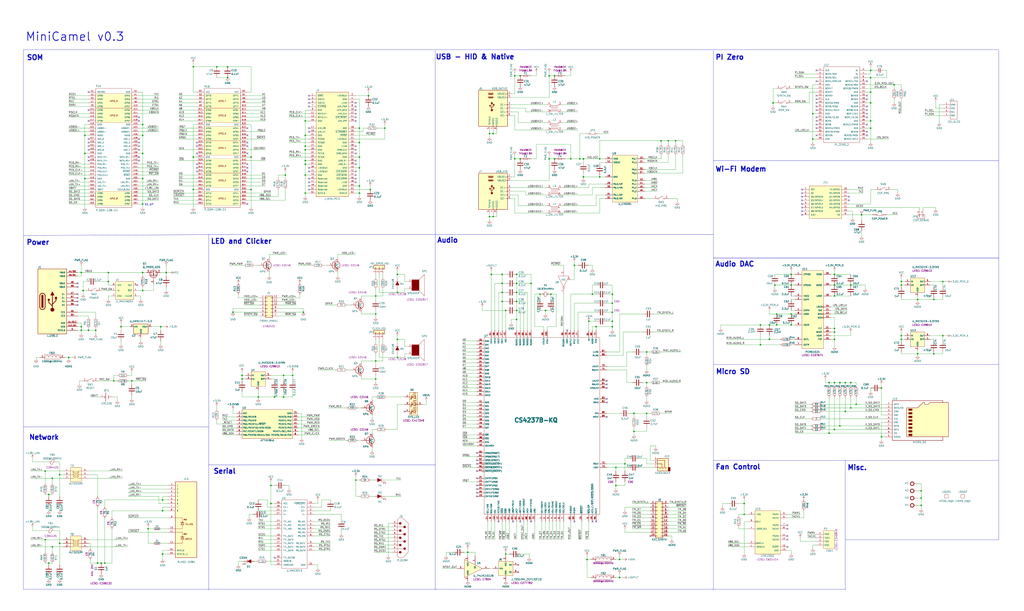
<source format=kicad_sch>
(kicad_sch (version 20231120) (generator "eeschema") (generator_version "8.0")
  (paper "User" 720 429.997)
  (title_block (title "MiniCamel") (date "2024-06-18") (rev "0.1") (company "Matt Schultz") (comment 1 "Based on TinyLlama 2 by Eivind Bøhler"))
  (lib_symbols
    (symbol "Connector:AudioJack3"
      (property "Reference" "J" (at 0 8.89 0))
      (property "Value" "AudioJack3" (at 0 6.35 0))
      (symbol "AudioJack3_1_1"
        (pin passive line (at 5.08 0 180) (length 2.54) (name "~") (number "R"))
        (pin passive line (at 5.08 2.54 180) (length 2.54) (name "~") (number "S"))
        (pin passive line (at 5.08 -2.54 180) (length 2.54) (name "~") (number "T"))
      )
    )
    (symbol "Connector_Generic:Conn_01x03" (pin_names (offset 1.016) hide)
      (property "Reference" "J" (at 0 5.08 0))
      (property "Value" "Conn_01x03" (at 0 -5.08 0))
      (symbol "Conn_01x03_1_1"
        (pin passive line (at -5.08 2.54 0) (length 3.81) (name "Pin_1") (number "1"))
        (pin passive line (at -5.08 0 0) (length 3.81) (name "Pin_2") (number "2"))
        (pin passive line (at -5.08 -2.54 0) (length 3.81) (name "Pin_3") (number "3"))
      )
    )
    (symbol "Connector_Generic:Conn_02x04_Counter_Clockwise" (pin_names (offset 1.016) hide)
      (property "Reference" "J11" (at -0.508 5.842 0))
      (property "Value" "FRONT_PANEL" (at 1.016 -13.716 0))
      (property "LCSC" "C492421" (at 1.27 -17.526 0))
      (symbol "Conn_02x04_Counter_Clockwise_1_1"
        (pin passive line (at -5.08 2.54 0) (length 3.81) (name "Pin_1") (number "1"))
        (pin passive line (at 7.62 -2.54 180) (length 3.81) (name "Pin_10") (number "10"))
        (pin passive line (at 7.62 0 180) (length 3.81) (name "Pin_11") (number "11"))
        (pin passive line (at 7.62 2.54 180) (length 3.81) (name "Pin_12") (number "12"))
        (pin passive line (at -5.08 0 0) (length 3.81) (name "Pin_2") (number "2"))
        (pin passive line (at -5.08 -2.54 0) (length 3.81) (name "Pin_3") (number "3"))
        (pin passive line (at -5.08 -5.08 0) (length 3.81) (name "Pin_4") (number "4"))
        (pin passive line (at -5.08 -7.62 0) (length 3.81) (name "Pin_5") (number "5"))
        (pin passive line (at -5.08 -10.16 0) (length 3.81) (name "Pin_6") (number "6"))
        (pin passive line (at 7.62 -10.16 180) (length 3.81) (name "Pin_7") (number "7"))
        (pin passive line (at 7.62 -7.62 180) (length 3.81) (name "Pin_8") (number "8"))
        (pin passive line (at 7.62 -5.08 180) (length 3.81) (name "Pin_9") (number "9"))
      )
    )
    (symbol "Connector_Generic:Conn_02x10_Odd_Even" (pin_names (offset 1.016) hide)
      (property "Reference" "J" (at 1.27 12.7 0))
      (property "Value" "Conn_02x10_Odd_Even" (at 1.27 -15.24 0))
      (symbol "Conn_02x10_Odd_Even_1_1"
        (pin passive line (at -5.08 10.16 0) (length 3.81) (name "Pin_1") (number "1"))
        (pin passive line (at 7.62 0 180) (length 3.81) (name "Pin_10") (number "10"))
        (pin passive line (at -5.08 -2.54 0) (length 3.81) (name "Pin_11") (number "11"))
        (pin passive line (at 7.62 -2.54 180) (length 3.81) (name "Pin_12") (number "12"))
        (pin passive line (at -5.08 -5.08 0) (length 3.81) (name "Pin_13") (number "13"))
        (pin passive line (at 7.62 -5.08 180) (length 3.81) (name "Pin_14") (number "14"))
        (pin passive line (at -5.08 -7.62 0) (length 3.81) (name "Pin_15") (number "15"))
        (pin passive line (at 7.62 -7.62 180) (length 3.81) (name "Pin_16") (number "16"))
        (pin passive line (at -5.08 -10.16 0) (length 3.81) (name "Pin_17") (number "17"))
        (pin passive line (at 7.62 -10.16 180) (length 3.81) (name "Pin_18") (number "18"))
        (pin passive line (at -5.08 -12.7 0) (length 3.81) (name "Pin_19") (number "19"))
        (pin passive line (at 7.62 10.16 180) (length 3.81) (name "Pin_2") (number "2"))
        (pin passive line (at 7.62 -12.7 180) (length 3.81) (name "Pin_20") (number "20"))
        (pin passive line (at -5.08 7.62 0) (length 3.81) (name "Pin_3") (number "3"))
        (pin passive line (at 7.62 7.62 180) (length 3.81) (name "Pin_4") (number "4"))
        (pin passive line (at -5.08 5.08 0) (length 3.81) (name "Pin_5") (number "5"))
        (pin passive line (at 7.62 5.08 180) (length 3.81) (name "Pin_6") (number "6"))
        (pin passive line (at -5.08 2.54 0) (length 3.81) (name "Pin_7") (number "7"))
        (pin passive line (at 7.62 2.54 180) (length 3.81) (name "Pin_8") (number "8"))
        (pin passive line (at -5.08 0 0) (length 3.81) (name "Pin_9") (number "9"))
      )
    )
    (symbol "Device:C_Small" (pin_numbers hide) (pin_names (offset 0.254) hide)
      (property "Reference" "C" (at 0.254 1.778 0))
      (property "Value" "C_Small" (at 0.254 -2.032 0))
      (symbol "C_Small_1_1"
        (pin passive line (at 0 2.54 270) (length 2.032) (name "~") (number "1"))
        (pin passive line (at 0 -2.54 90) (length 2.032) (name "~") (number "2"))
      )
    )
    (symbol "Device:R_Small" (pin_numbers hide) (pin_names (offset 0.254) hide)
      (property "Reference" "R" (at 0.762 0.508 0))
      (property "Value" "R_Small" (at 0.762 -1.016 0))
      (symbol "R_Small_1_1"
        (pin passive line (at 0 2.54 270) (length 0.762) (name "~") (number "1"))
        (pin passive line (at 0 -2.54 90) (length 0.762) (name "~") (number "2"))
      )
    )
    (symbol "GND_1" (power) (pin_names (offset 0))
      (property "Value" "GND_1" (at 0 -3.81 0))
      (symbol "GND_1_1_1"
        (pin power_in line (at 0 0 270) (length 0) hide (name "GND") (number "1"))
      )
    )
    (symbol "J_USB_A_Stacked_C12049_1" (pin_names (offset 1.016))
      (property "Reference" "J" (at 0 15.875 0))
      (property "Value" "J_USB_A_Stacked_C12049_1" (at 0 13.97 0))
      (symbol "J_USB_A_Stacked_C12049_1_1_1"
        (pin power_in line (at 10.16 10.16 180) (length 2.54) (name "VBUS1") (number "1"))
        (pin bidirectional line (at 10.16 0 180) (length 2.54) (name "D1-") (number "2"))
        (pin bidirectional line (at 10.16 2.54 180) (length 2.54) (name "D1+") (number "3"))
        (pin power_in line (at -2.54 -15.24 90) (length 2.54) (name "GND1") (number "4"))
        (pin power_in line (at 10.16 7.62 180) (length 2.54) (name "VBUS2") (number "5"))
        (pin bidirectional line (at 10.16 -5.08 180) (length 2.54) (name "D2-") (number "6"))
        (pin bidirectional line (at 10.16 -2.54 180) (length 2.54) (name "D2+") (number "7"))
        (pin power_in line (at 0 -15.24 90) (length 2.54) (name "GND2") (number "8"))
        (pin passive line (at -5.08 -15.24 90) (length 2.54) (name "Shield") (number "S"))
      )
    )
    (symbol "Jumper:Jumper_2_Bridged" (pin_numbers hide) (pin_names (offset 0) hide) (exclude_from_sim yes)
      (property "Reference" "JP" (at 0 1.905 0))
      (property "Value" "Jumper_2_Bridged" (at 0 -2.54 0))
      (symbol "Jumper_2_Bridged_1_1"
        (pin passive line (at -5.08 0 0) (length 2.54) (name "A") (number "1"))
        (pin passive line (at 5.08 0 180) (length 2.54) (name "B") (number "2"))
      )
    )
    (symbol "Llama Library:FB" (pin_names (offset 1.016) hide)
      (property "Reference" "FB" (at 0 3.81 0))
      (property "Value" "FB" (at 0 -2.54 0))
      (symbol "FB_1_1"
        (pin passive line (at -8.89 0 0) (length 3.81) (name "1") (number "1"))
        (pin passive line (at 8.89 0 180) (length 3.81) (name "2") (number "2"))
      )
    )
    (symbol "Llama Library:J_WEMOS_D1_MINI" (pin_names (offset 1.016))
      (property "Reference" "J" (at -11.43 12.7 0))
      (property "Value" "J_WEMOS_D1_MINI" (at 0 -12.7 0))
      (symbol "J_WEMOS_D1_MINI_1_1"
        (pin bidirectional line (at -16.51 8.89 0) (length 5.08) (name "RST") (number "1"))
        (pin power_in line (at 16.51 -6.35 180) (length 5.08) (name "GND") (number "10"))
        (pin bidirectional line (at 16.51 -3.81 180) (length 5.08) (name "D4/GPIO2") (number "11"))
        (pin bidirectional line (at 16.51 -1.27 180) (length 5.08) (name "D3/GPIO0") (number "12"))
        (pin bidirectional line (at 16.51 1.27 180) (length 5.08) (name "D2/GPIO4") (number "13"))
        (pin bidirectional line (at 16.51 3.81 180) (length 5.08) (name "D1/GPIO5") (number "14"))
        (pin bidirectional line (at 16.51 6.35 180) (length 5.08) (name "RX/GPIO3") (number "15"))
        (pin bidirectional line (at 16.51 8.89 180) (length 5.08) (name "TX/GPIO1") (number "16"))
        (pin bidirectional line (at -16.51 6.35 0) (length 5.08) (name "A0") (number "2"))
        (pin bidirectional line (at -16.51 3.81 0) (length 5.08) (name "D0/GPIO16") (number "3"))
        (pin bidirectional line (at -16.51 1.27 0) (length 5.08) (name "D5/GPIO14") (number "4"))
        (pin bidirectional line (at -16.51 -1.27 0) (length 5.08) (name "D6/GPIO12") (number "5"))
        (pin bidirectional line (at -16.51 -3.81 0) (length 5.08) (name "D7/GPIO13") (number "6"))
        (pin bidirectional line (at -16.51 -6.35 0) (length 5.08) (name "D8/GPIO15") (number "7"))
        (pin power_out line (at -16.51 -8.89 0) (length 5.08) (name "3.3V") (number "8"))
        (pin power_in line (at 16.51 -8.89 180) (length 5.08) (name "5V") (number "9"))
      )
    )
    (symbol "PiGUS library:AGND" (power) (pin_names (offset 0))
      (property "Value" "AGND" (at 0 -3.81 0))
      (symbol "AGND_1_1"
        (pin power_in line (at 0 0 270) (length 0) hide (name "AGND") (number "1"))
      )
    )
    (symbol "SnipE Symbol Library:RJHSE-5384" (pin_names (offset 1.016))
      (property "Reference" "J" (at -7.62 26.67 0))
      (property "Value" "RJHSE-5384" (at -7.62 -29.21 0))
      (symbol "RJHSE-5384_0_0"
        (text "GREEN" (at -0.762 -14.224 0) (effects (font (size 1.016 1.016)) (justify left top)))
        (text "YELLOW" (at -0.762 -3.81 0) (effects (font (size 1.016 1.016)) (justify left top)))
        (pin passive line (at -12.7 22.86 0) (length 5.08) (name "1") (number "1"))
        (pin passive line (at -12.7 -7.62 0) (length 5.08) (name "~") (number "10"))
        (pin passive line (at -12.7 -10.16 0) (length 5.08) (name "~") (number "11"))
        (pin passive line (at -12.7 -17.78 0) (length 5.08) (name "~") (number "12"))
        (pin passive line (at -12.7 20.32 0) (length 5.08) (name "2") (number "2"))
        (pin passive line (at -12.7 17.78 0) (length 5.08) (name "3") (number "3"))
        (pin passive line (at -12.7 15.24 0) (length 5.08) (name "4") (number "4"))
        (pin passive line (at -12.7 12.7 0) (length 5.08) (name "5") (number "5"))
        (pin passive line (at -12.7 10.16 0) (length 5.08) (name "6") (number "6"))
        (pin passive line (at -12.7 7.62 0) (length 5.08) (name "7") (number "7"))
        (pin passive line (at -12.7 5.08 0) (length 5.08) (name "8") (number "8"))
        (pin passive line (at -12.7 0 0) (length 5.08) (name "~") (number "9"))
        (pin passive line (at -12.7 -22.86 0) (length 5.08) (name "SHIELD") (number "S1"))
        (pin passive line (at -12.7 -25.4 0) (length 5.08) (name "SHIELD__1") (number "S2"))
      )
    )
    (symbol "Switch:SW_SPST" (pin_names (offset 0) hide)
      (property "Reference" "SW" (at 0 3.175 0))
      (property "Value" "SW_SPST" (at 0 -2.54 0))
      (symbol "SW_SPST_1_1"
        (pin passive line (at -5.08 0 0) (length 2.54) (name "A") (number "1"))
        (pin passive line (at 5.08 0 180) (length 2.54) (name "B") (number "2"))
      )
    )
    (symbol "llama_shared:+3.3V" (power) (pin_names (offset 0))
      (property "Value" "+3.3V" (at 0 3.81 0))
      (symbol "+3.3V_1_1"
        (pin power_in line (at 0 0 90) (length 0) hide (name "+3.3V") (number "1"))
      )
    )
    (symbol "llama_shared:+3.3VSB" (power) (pin_names (offset 0))
      (property "Value" "+3.3VSB" (at 0 3.81 0))
      (symbol "+3.3VSB_1_1"
        (pin power_in line (at 0 0 90) (length 0) hide (name "+3.3VSB") (number "1"))
      )
    )
    (symbol "llama_shared:+3.3V_PCM_A" (power) (pin_names (offset 0))
      (property "Value" "+3.3V_PCM_A" (at 0 3.81 0))
      (symbol "+3.3V_PCM_A_1_1"
        (pin power_in line (at 0 0 90) (length 0) hide (name "+3.3V_PCM_A") (number "1"))
      )
    )
    (symbol "llama_shared:+3.3V_PCM_D" (power) (pin_names (offset 0))
      (property "Value" "+3.3V_PCM_D" (at 0 3.81 0))
      (symbol "+3.3V_PCM_D_1_1"
        (pin power_in line (at 0 0 90) (length 0) hide (name "+3.3V_PCM_D") (number "1"))
      )
    )
    (symbol "llama_shared:+5VA" (power) (pin_names (offset 0))
      (property "Value" "+5VA" (at 0 3.81 0))
      (symbol "+5VA_1_1"
        (pin power_in line (at 0 0 90) (length 0) hide (name "+5VA") (number "1"))
      )
    )
    (symbol "llama_shared:+5VFILT" (power) (pin_names (offset 0))
      (property "Value" "+5VFILT" (at 0 3.81 0))
      (symbol "+5VFILT_1_1"
        (pin power_in line (at 0 0 90) (length 0) hide (name "+5VFILT") (number "1"))
      )
    )
    (symbol "llama_shared:+5VSB" (power) (pin_names (offset 0))
      (property "Value" "+5VSB" (at 0 3.81 0))
      (symbol "+5VSB_1_1"
        (pin power_in line (at 0 0 90) (length 0) hide (name "+5VSB") (number "1"))
      )
    )
    (symbol "llama_shared:AGND" (power) (pin_names (offset 0))
      (property "Value" "AGND" (at 0 -3.81 0))
      (symbol "AGND_1_1"
        (pin power_in line (at 0 0 270) (length 0) hide (name "GND") (number "1"))
      )
    )
    (symbol "llama_shared:BT" (pin_numbers hide) (pin_names (offset 0))
      (property "Reference" "BT" (at -3.81 3.81 0))
      (property "Value" "BT" (at -3.81 -2.54 0))
      (symbol "BT_1_1"
        (pin power_out line (at 0 5.08 270) (length 3.81) (name "+") (number "1"))
        (pin passive line (at 0 -5.08 90) (length 3.81) (name "-") (number "2"))
      )
    )
    (symbol "llama_shared:C" (pin_numbers hide) (pin_names (offset 1.016))
      (property "Reference" "C" (at 2.54 -1.27 0))
      (property "Value" "C" (at 2.54 1.27 0))
      (symbol "C_1_1"
        (pin passive line (at 0 3.81 270) (length 2.794) (name "~") (number "1"))
        (pin passive line (at 0 -3.81 90) (length 2.794) (name "~") (number "2"))
      )
    )
    (symbol "llama_shared:D" (pin_numbers hide) (pin_names (offset 1.016) hide)
      (property "Reference" "D" (at 0 2.54 0))
      (property "Value" "D" (at 0 -2.54 0))
      (symbol "D_1_1"
        (pin passive line (at -3.81 0 0) (length 2.54) (name "K") (number "1"))
        (pin passive line (at 3.81 0 180) (length 2.54) (name "A") (number "2"))
      )
    )
    (symbol "llama_shared:D_LED" (pin_numbers hide) (pin_names (offset 1.016) hide)
      (property "Reference" "D" (at 0 2.54 0))
      (property "Value" "D_LED" (at 0 -3.81 0))
      (symbol "D_LED_1_1"
        (pin passive line (at -3.81 0 0) (length 2.54) (name "K") (number "1"))
        (pin passive line (at 3.81 0 180) (length 2.54) (name "A") (number "2"))
      )
    )
    (symbol "llama_shared:D_LED_RAGB" (pin_names (offset 0) hide)
      (property "Reference" "D" (at 0 9.398 0))
      (property "Value" "U_LED_RAGB" (at 0 -8.89 0))
      (symbol "D_LED_RAGB_0_0"
        (text "B" (at -1.905 -6.35 0) (effects (font (size 1.27 1.27))))
        (text "G" (at -1.905 -1.27 0) (effects (font (size 1.27 1.27))))
        (text "R" (at -1.905 3.81 0) (effects (font (size 1.27 1.27))))
      )
      (symbol "D_LED_RAGB_1_1"
        (pin passive line (at -6.35 5.08 0) (length 3.81) (name "RK") (number "1"))
        (pin passive line (at 6.35 0 180) (length 3.81) (name "A") (number "2"))
        (pin passive line (at -6.35 0 0) (length 3.81) (name "GK") (number "3"))
        (pin passive line (at -6.35 -5.08 0) (length 3.81) (name "BK") (number "4"))
      )
    )
    (symbol "llama_shared:F" (pin_numbers hide) (pin_names (offset 1.016) hide)
      (property "Reference" "F" (at 0 2.54 0))
      (property "Value" "F" (at 0 -2.54 0))
      (symbol "F_1_1"
        (pin passive line (at -3.81 0 0) (length 2.54) (name "~") (number "1"))
        (pin passive line (at 3.81 0 180) (length 2.54) (name "~") (number "2"))
      )
    )
    (symbol "llama_shared:FB" (pin_names (offset 1.016) hide)
      (property "Reference" "FB" (at 0 3.81 0))
      (property "Value" "FB" (at 0 -2.54 0))
      (symbol "FB_1_1"
        (pin passive line (at -8.89 0 0) (length 3.81) (name "1") (number "1"))
        (pin passive line (at 8.89 0 180) (length 3.81) (name "2") (number "2"))
      )
    )
    (symbol "llama_shared:GND" (power) (pin_names (offset 0))
      (property "Value" "GND" (at 0 -3.81 0))
      (symbol "GND_1_1"
        (pin power_in line (at 0 0 270) (length 0) hide (name "GND") (number "1"))
      )
    )
    (symbol "llama_shared:H_HOLE" (pin_numbers hide) (pin_names (offset 1.016) hide)
      (property "Reference" "H" (at 0 2.54 0))
      (property "Value" "H_HOLE" (at 0 -8.89 0))
      (symbol "H_HOLE_1_1"
        (pin passive line (at 0 -3.81 90) (length 2.54) (name "1") (number "1"))
      )
    )
    (symbol "llama_shared:J_FAN_HEADER"
      (property "Reference" "J" (at -2.54 6.35 0))
      (property "Value" "J_FAN_HEADER" (at 0 -8.89 0))
      (property "LCSC" "C240840" (at 0 -11.43 0) (show_name))
      (symbol "J_FAN_HEADER_1_1"
        (pin power_in line (at -8.89 -5.08 0) (length 5.08) (name "GND") (number "1"))
        (pin power_in line (at -8.89 -2.54 0) (length 5.08) (name "VDD") (number "2"))
        (pin output line (at -8.89 0 0) (length 5.08) (name "TACH") (number "3"))
        (pin input line (at -8.89 2.54 0) (length 5.08) (name "PWM") (number "4"))
      )
    )
    (symbol "llama_shared:J_MINI_PCIE" (pin_names (offset 1.016))
      (property "Reference" "J2" (at -11.43 36.8595 0))
      (property "Value" "J_MINI_PCIE" (at 0 -39.5756 0))
      (symbol "J_MINI_PCIE_1_1"
        (pin open_collector line (at -16.51 33.02 0) (length 5.08) (name "~{WAKE}") (number "1"))
        (pin bidirectional line (at 16.51 22.86 180) (length 5.08) (name "UIM_DATA") (number "10"))
        (pin input line (at -16.51 20.32 0) (length 5.08) (name "REFCLK-") (number "11"))
        (pin output line (at 16.51 20.32 180) (length 5.08) (name "UIM_CLK") (number "12"))
        (pin input line (at -16.51 17.78 0) (length 5.08) (name "REFCLK+") (number "13"))
        (pin output line (at 16.51 17.78 180) (length 5.08) (name "~{UIM_RESET}") (number "14"))
        (pin passive line (at -16.51 15.24 0) (length 5.08) (name "GND") (number "15"))
        (pin power_out line (at 16.51 15.24 180) (length 5.08) (name "UIM_VPP") (number "16"))
        (pin passive line (at -16.51 10.16 0) (length 5.08) (name "UIM_C8") (number "17"))
        (pin passive line (at 16.51 10.16 180) (length 5.08) (name "GND") (number "18"))
        (pin passive line (at -16.51 7.62 0) (length 5.08) (name "UIM_C4") (number "19"))
        (pin power_in line (at 16.51 33.02 180) (length 5.08) (name "+3V3AUX") (number "2"))
        (pin input line (at 16.51 7.62 180) (length 5.08) (name "~{W_DISABLE}") (number "20"))
        (pin passive line (at -16.51 5.08 0) (length 5.08) (name "GND") (number "21"))
        (pin input line (at 16.51 5.08 180) (length 5.08) (name "~{PERST}") (number "22"))
        (pin output line (at -16.51 2.54 0) (length 5.08) (name "PERn0") (number "23"))
        (pin power_in line (at 16.51 2.54 180) (length 5.08) (name "+3V3AUX") (number "24"))
        (pin output line (at -16.51 0 0) (length 5.08) (name "PERp0") (number "25"))
        (pin passive line (at 16.51 0 180) (length 5.08) (name "GND") (number "26"))
        (pin passive line (at -16.51 -2.54 0) (length 5.08) (name "GND") (number "27"))
        (pin power_in line (at 16.51 -2.54 180) (length 5.08) (name "+1V5") (number "28"))
        (pin passive line (at -16.51 -5.08 0) (length 5.08) (name "GND") (number "29"))
        (pin passive line (at -16.51 30.48 0) (length 5.08) (name "COEX1") (number "3"))
        (pin input line (at 16.51 -5.08 180) (length 5.08) (name "SMB_CLK") (number "30"))
        (pin input line (at -16.51 -7.62 0) (length 5.08) (name "PETn0") (number "31"))
        (pin bidirectional line (at 16.51 -7.62 180) (length 5.08) (name "SMB_DATA") (number "32"))
        (pin input line (at -16.51 -10.16 0) (length 5.08) (name "PETp0") (number "33"))
        (pin passive line (at 16.51 -10.16 180) (length 5.08) (name "GND") (number "34"))
        (pin passive line (at -16.51 -12.7 0) (length 5.08) (name "GND") (number "35"))
        (pin bidirectional line (at 16.51 -12.7 180) (length 5.08) (name "USB_D-") (number "36"))
        (pin passive line (at -16.51 -15.24 0) (length 5.08) (name "GND") (number "37"))
        (pin bidirectional line (at 16.51 -15.24 180) (length 5.08) (name "USB_D+") (number "38"))
        (pin power_in line (at -16.51 -17.78 0) (length 5.08) (name "+3V3AUX") (number "39"))
        (pin power_in line (at 16.51 30.48 180) (length 5.08) (name "GND") (number "4"))
        (pin passive line (at 16.51 -17.78 180) (length 5.08) (name "GND") (number "40"))
        (pin power_in line (at -16.51 -20.32 0) (length 5.08) (name "+3V3AUX") (number "41"))
        (pin open_collector line (at 16.51 -20.32 180) (length 5.08) (name "~{LED_WWAN}") (number "42"))
        (pin passive line (at -16.51 -22.86 0) (length 5.08) (name "GND") (number "43"))
        (pin open_collector line (at 16.51 -22.86 180) (length 5.08) (name "~{LED_WLAN}") (number "44"))
        (pin passive line (at -16.51 -25.4 0) (length 5.08) (name "Reserved") (number "45"))
        (pin open_collector line (at 16.51 -25.4 180) (length 5.08) (name "~{LED_WPAN}") (number "46"))
        (pin passive line (at -16.51 -27.94 0) (length 5.08) (name "Reserved") (number "47"))
        (pin power_in line (at 16.51 -27.94 180) (length 5.08) (name "+1V5") (number "48"))
        (pin passive line (at -16.51 -30.48 0) (length 5.08) (name "Reserved") (number "49"))
        (pin passive line (at -16.51 27.94 0) (length 5.08) (name "COEX2") (number "5"))
        (pin passive line (at 16.51 -30.48 180) (length 5.08) (name "GND") (number "50"))
        (pin passive line (at -16.51 -33.02 0) (length 5.08) (name "Reserved") (number "51"))
        (pin power_in line (at 16.51 -33.02 180) (length 5.08) (name "+3V3AUX") (number "52"))
        (pin power_in line (at 16.51 27.94 180) (length 5.08) (name "+1V5") (number "6"))
        (pin open_collector line (at -16.51 25.4 0) (length 5.08) (name "~{CLKREQ}") (number "7"))
        (pin power_out line (at 16.51 25.4 180) (length 5.08) (name "UIM_PWR") (number "8"))
        (pin passive line (at -16.51 22.86 0) (length 5.08) (name "GND") (number "9"))
        (pin passive line (at -16.51 -35.56 0) (length 5.08) (name "SHIELD") (number "S1"))
        (pin passive line (at 16.51 -35.56 180) (length 5.08) (name "SHIELD") (number "S2"))
      )
    )
    (symbol "llama_shared:J_Micro_SD_TF01A" (pin_names (offset 1.016))
      (property "Reference" "J" (at -16.51 11.43 0))
      (property "Value" "J_Micro_SD_TF01A" (at 16.51 11.43 0))
      (symbol "J_Micro_SD_TF01A_1_1"
        (pin bidirectional line (at -24.13 7.62 0) (length 5.08) (name "DAT2") (number "1"))
        (pin bidirectional line (at -24.13 5.08 0) (length 5.08) (name "DAT3/CD") (number "2"))
        (pin input line (at -24.13 2.54 0) (length 5.08) (name "CMD") (number "3"))
        (pin power_in line (at -24.13 0 0) (length 5.08) (name "VDD") (number "4"))
        (pin input line (at -24.13 -2.54 0) (length 5.08) (name "CLK") (number "5"))
        (pin power_in line (at -24.13 -5.08 0) (length 5.08) (name "VSS") (number "6"))
        (pin bidirectional line (at -24.13 -7.62 0) (length 5.08) (name "DAT0") (number "7"))
        (pin bidirectional line (at -24.13 -10.16 0) (length 5.08) (name "DAT1") (number "8"))
        (pin output line (at -24.13 -12.7 0) (length 5.08) (name "CD") (number "9"))
        (pin passive line (at -24.13 -15.24 0) (length 5.08) (name "Shield") (number "S"))
      )
    )
    (symbol "llama_shared:J_PI_ZERO" (pin_names (offset 1.016))
      (property "Reference" "J" (at -11.43 27.94 0))
      (property "Value" "J_PI_ZERO" (at 0 -27.94 0))
      (symbol "J_PI_ZERO_1_1"
        (pin passive line (at -17.78 24.13 0) (length 5.08) (name "3v3") (number "1"))
        (pin passive line (at 17.78 13.97 180) (length 5.08) (name "BCM15/RDX") (number "10"))
        (pin passive line (at -17.78 11.43 0) (length 5.08) (name "BCM17") (number "11"))
        (pin passive line (at 17.78 11.43 180) (length 5.08) (name "BCM18/PWM0") (number "12"))
        (pin passive line (at -17.78 8.89 0) (length 5.08) (name "BCM27") (number "13"))
        (pin passive line (at 17.78 8.89 180) (length 5.08) (name "GND") (number "14"))
        (pin passive line (at -17.78 6.35 0) (length 5.08) (name "BCM22") (number "15"))
        (pin passive line (at 17.78 6.35 180) (length 5.08) (name "BCM23") (number "16"))
        (pin passive line (at -17.78 3.81 0) (length 5.08) (name "3v3") (number "17"))
        (pin passive line (at 17.78 3.81 180) (length 5.08) (name "BCM24") (number "18"))
        (pin passive line (at -17.78 1.27 0) (length 5.08) (name "BCM10/MOSI") (number "19"))
        (pin passive line (at 17.78 24.13 180) (length 5.08) (name "5v") (number "2"))
        (pin passive line (at 17.78 1.27 180) (length 5.08) (name "GND") (number "20"))
        (pin passive line (at -17.78 -1.27 0) (length 5.08) (name "BCM9/MISO") (number "21"))
        (pin passive line (at 17.78 -1.27 180) (length 5.08) (name "BCM25") (number "22"))
        (pin passive line (at -17.78 -3.81 0) (length 5.08) (name "BCM11/SCLK") (number "23"))
        (pin passive line (at 17.78 -3.81 180) (length 5.08) (name "BCM8/CE0") (number "24"))
        (pin passive line (at -17.78 -6.35 0) (length 5.08) (name "GND") (number "25"))
        (pin passive line (at 17.78 -6.35 180) (length 5.08) (name "BCM7/CE1") (number "26"))
        (pin passive line (at -17.78 -8.89 0) (length 5.08) (name "BCM0/ID_SD") (number "27"))
        (pin passive line (at 17.78 -8.89 180) (length 5.08) (name "BCM1/ID_SC") (number "28"))
        (pin passive line (at -17.78 -11.43 0) (length 5.08) (name "BCM5") (number "29"))
        (pin passive line (at -17.78 21.59 0) (length 5.08) (name "BCM2/SDA") (number "3"))
        (pin passive line (at 17.78 -11.43 180) (length 5.08) (name "GND") (number "30"))
        (pin passive line (at -17.78 -13.97 0) (length 5.08) (name "BCM6") (number "31"))
        (pin passive line (at 17.78 -13.97 180) (length 5.08) (name "BCM12/PWM0") (number "32"))
        (pin passive line (at -17.78 -16.51 0) (length 5.08) (name "BCM13/PWM1") (number "33"))
        (pin passive line (at 17.78 -16.51 180) (length 5.08) (name "GND") (number "34"))
        (pin passive line (at -17.78 -19.05 0) (length 5.08) (name "BCM19/MISO") (number "35"))
        (pin passive line (at 17.78 -19.05 180) (length 5.08) (name "BCM16") (number "36"))
        (pin passive line (at -17.78 -21.59 0) (length 5.08) (name "BCM26") (number "37"))
        (pin passive line (at 17.78 -21.59 180) (length 5.08) (name "BCM20/MOSI") (number "38"))
        (pin passive line (at -17.78 -24.13 0) (length 5.08) (name "GND") (number "39"))
        (pin passive line (at 17.78 21.59 180) (length 5.08) (name "5v") (number "4"))
        (pin passive line (at 17.78 -24.13 180) (length 5.08) (name "BCM21/SCLK") (number "40"))
        (pin passive line (at -17.78 19.05 0) (length 5.08) (name "BCM3/SCL") (number "5"))
        (pin passive line (at 17.78 19.05 180) (length 5.08) (name "GND") (number "6"))
        (pin passive line (at -17.78 16.51 0) (length 5.08) (name "BCM4/GPCLK0") (number "7"))
        (pin passive line (at 17.78 16.51 180) (length 5.08) (name "BCM14/TDX") (number "8"))
        (pin passive line (at -17.78 13.97 0) (length 5.08) (name "GND") (number "9"))
      )
    )
    (symbol "llama_shared:J_TOSLINK_ZGY133T10"
      (property "Reference" "J" (at -5.08 6.35 0))
      (property "Value" "J_TOSLINK_ZGY133T10" (at 1.27 -6.35 0))
      (symbol "J_TOSLINK_ZGY133T10_1_1"
        (pin input line (at -8.89 0 0) (length 3.81) (name "VIN") (number "1"))
        (pin power_in line (at 0 8.89 270) (length 3.81) (name "VCC") (number "2"))
        (pin power_in line (at 0 -8.89 90) (length 3.81) (name "GND") (number "3"))
        (pin no_connect line (at 8.89 2.54 180) (length 3.81) (name "NC") (number "4"))
        (pin no_connect line (at 8.89 -2.54 180) (length 3.81) (name "NC") (number "5"))
      )
    )
    (symbol "llama_shared:J_USB_A_Stacked_C12049" (pin_names (offset 1.016))
      (property "Reference" "J" (at 0 15.875 0))
      (property "Value" "J_USB_A_Stacked_C12049" (at 0 13.97 0))
      (symbol "J_USB_A_Stacked_C12049_1_1"
        (pin power_in line (at 10.16 10.16 180) (length 2.54) (name "VBUS1") (number "1"))
        (pin bidirectional line (at 10.16 0 180) (length 2.54) (name "D1-") (number "2"))
        (pin bidirectional line (at 10.16 2.54 180) (length 2.54) (name "D1+") (number "3"))
        (pin power_in line (at -2.54 -15.24 90) (length 2.54) (name "GND1") (number "4"))
        (pin power_in line (at 10.16 7.62 180) (length 2.54) (name "VBUS2") (number "5"))
        (pin bidirectional line (at 10.16 -5.08 180) (length 2.54) (name "D2-") (number "6"))
        (pin bidirectional line (at 10.16 -2.54 180) (length 2.54) (name "D2+") (number "7"))
        (pin power_in line (at 0 -15.24 90) (length 2.54) (name "GND2") (number "8"))
        (pin passive line (at -5.08 -15.24 90) (length 2.54) (name "Shield") (number "S"))
      )
    )
    (symbol "llama_shared:J_USB_C" (pin_names (offset 1.016))
      (property "Reference" "J" (at -10.16 24.13 0))
      (property "Value" "J_USB_C" (at 0 -24.13 0))
      (symbol "J_USB_C_1_1"
        (pin passive line (at 17.78 -15.24 180) (length 7.62) (name "GND") (number "A1/B12"))
        (pin passive line (at 17.78 -17.78 180) (length 7.62) (name "GND") (number "A12/B1"))
        (pin passive line (at 17.78 20.32 180) (length 7.62) (name "VBUS") (number "A4/B9"))
        (pin bidirectional line (at 17.78 -7.62 180) (length 7.62) (name "CC1") (number "A5"))
        (pin bidirectional line (at 17.78 0 180) (length 7.62) (name "D+") (number "A6"))
        (pin bidirectional line (at 17.78 5.08 180) (length 7.62) (name "D-") (number "A7"))
        (pin bidirectional line (at 17.78 12.7 180) (length 7.62) (name "SBU1") (number "A8"))
        (pin passive line (at 17.78 17.78 180) (length 7.62) (name "VBUS") (number "A9/B4"))
        (pin bidirectional line (at 17.78 -10.16 180) (length 7.62) (name "CC2") (number "B5"))
        (pin bidirectional line (at 17.78 -2.54 180) (length 7.62) (name "D+") (number "B6"))
        (pin bidirectional line (at 17.78 2.54 180) (length 7.62) (name "D-") (number "B7"))
        (pin bidirectional line (at 17.78 10.16 180) (length 7.62) (name "SBU2") (number "B8"))
        (pin passive line (at 17.78 -20.32 180) (length 7.62) (name "SHIELD") (number "S"))
      )
    )
    (symbol "llama_shared:L_EMI_FILTER" (pin_names (offset 1.016))
      (property "Reference" "L" (at 0 5.08 0))
      (property "Value" "L_EMI_FILTER" (at 0 -5.08 0))
      (symbol "L_EMI_FILTER_1_1"
        (pin passive line (at -5.08 2.54 0) (length 2.54) (name "~") (number "1"))
        (pin passive line (at 5.08 2.54 180) (length 2.54) (name "~") (number "2"))
        (pin passive line (at 5.08 -2.54 180) (length 2.54) (name "~") (number "3"))
        (pin passive line (at -5.08 -2.54 0) (length 2.54) (name "~") (number "4"))
      )
    )
    (symbol "llama_shared:Llama_logo" (pin_names (offset 1.016)))
    (symbol "llama_shared:PWR_FLAG" (power) (pin_numbers hide) (pin_names (offset 0) hide)
      (property "Value" "PWR_FLAG" (at 0 3.81 0))
      (symbol "PWR_FLAG_0_0"
        (pin power_out line (at 0 0 90) (length 0) (name "pwr") (number "1"))
      )
    )
    (symbol "llama_shared:P_091OLED"
      (property "Reference" "P" (at -2.54 7.62 0))
      (property "Value" "P_091OLED" (at 0 -7.62 0))
      (symbol "P_091OLED_1_1"
        (pin power_in line (at -7.62 3.81 0) (length 5.08) (name "GND") (number "1"))
        (pin power_in line (at -7.62 1.27 0) (length 5.08) (name "VCC") (number "2"))
        (pin input line (at -7.62 -1.27 0) (length 5.08) (name "SCL") (number "3"))
        (pin input line (at -7.62 -3.81 0) (length 5.08) (name "SDA") (number "4"))
      )
    )
    (symbol "llama_shared:P_CONN_01X02" (pin_names (offset 1.016))
      (property "Reference" "P" (at 0 3.81 0))
      (property "Value" "P_CONN_01X02" (at 2.54 0 90))
      (symbol "P_CONN_01X02_1_1"
        (pin passive line (at -5.08 1.27 0) (length 3.81) (name "~") (number "1"))
        (pin passive line (at -5.08 -1.27 0) (length 3.81) (name "~") (number "2"))
      )
    )
    (symbol "llama_shared:P_DE9M" (pin_names (offset 0.0254))
      (property "Reference" "P" (at 0 15.24 0))
      (property "Value" "P_DE9M" (at 0 -15.24 0))
      (symbol "P_DE9M_1_1"
        (pin passive line (at -7.62 -10.16 0) (length 3.81) (name "~") (number "1"))
        (pin power_in line (at 3.81 10.16 270) (length 0) hide (name "GND") (number "10"))
        (pin power_in line (at 3.81 -10.16 90) (length 0) hide (name "GND") (number "11"))
        (pin passive line (at -7.62 -5.08 0) (length 3.81) (name "~") (number "2"))
        (pin passive line (at -7.62 0 0) (length 3.81) (name "~") (number "3"))
        (pin passive line (at -7.62 5.08 0) (length 3.81) (name "~") (number "4"))
        (pin passive line (at -7.62 10.16 0) (length 3.81) (name "~") (number "5"))
        (pin passive line (at -7.62 -7.62 0) (length 3.81) (name "~") (number "6"))
        (pin passive line (at -7.62 -2.54 0) (length 3.81) (name "~") (number "7"))
        (pin passive line (at -7.62 2.54 0) (length 3.81) (name "~") (number "8"))
        (pin passive line (at -7.62 7.62 0) (length 3.81) (name "~") (number "9"))
      )
    )
    (symbol "llama_shared:P_SOM-128-EX" (pin_names (offset 1.016))
      (property "Reference" "P" (at -11.43 43.18 0))
      (property "Value" "P_SOM-128-EX" (at 0 -43.18 0))
      (symbol "P_SOM-128-EX_1_0"
        (text "GPIO_0" (at 0 33.02 0) (effects (font (size 1.016 1.016) (italic yes))))
        (text "GPIO_8" (at 0 -35.56 0) (effects (font (size 1.016 1.016) (italic yes))))
        (text "GPIO_9" (at 0 22.86 0) (effects (font (size 1.016 1.016) (italic yes))))
      )
      (symbol "P_SOM-128-EX_1_1"
        (pin passive line (at -17.78 39.37 0) (length 5.08) (name "RSTDRV") (number "A1"))
        (pin passive line (at 17.78 29.21 180) (length 5.08) (name "GP07") (number "A10"))
        (pin passive line (at -17.78 26.67 0) (length 5.08) (name "GP90") (number "A11"))
        (pin passive line (at 17.78 26.67 180) (length 5.08) (name "GP91") (number "A12"))
        (pin passive line (at -17.78 24.13 0) (length 5.08) (name "GP92") (number "A13"))
        (pin passive line (at 17.78 24.13 180) (length 5.08) (name "GP93") (number "A14"))
        (pin passive line (at -17.78 21.59 0) (length 5.08) (name "GP94") (number "A15"))
        (pin passive line (at 17.78 21.59 180) (length 5.08) (name "GP95") (number "A16"))
        (pin passive line (at -17.78 19.05 0) (length 5.08) (name "GP96") (number "A17"))
        (pin passive line (at 17.78 19.05 180) (length 5.08) (name "GP97") (number "A18"))
        (pin passive line (at -17.78 16.51 0) (length 5.08) (name "GND") (number "A19"))
        (pin passive line (at 17.78 39.37 180) (length 5.08) (name "GND") (number "A2"))
        (pin passive line (at 17.78 16.51 180) (length 5.08) (name "GND") (number "A20"))
        (pin passive line (at -17.78 13.97 0) (length 5.08) (name "USBD1-") (number "A21"))
        (pin passive line (at 17.78 13.97 180) (length 5.08) (name "USBD2-") (number "A22"))
        (pin passive line (at -17.78 11.43 0) (length 5.08) (name "USBD1+") (number "A23"))
        (pin passive line (at 17.78 11.43 180) (length 5.08) (name "USBD2+") (number "A24"))
        (pin passive line (at -17.78 8.89 0) (length 5.08) (name "AGND") (number "A25"))
        (pin passive line (at 17.78 8.89 180) (length 5.08) (name "AGND") (number "A26"))
        (pin passive line (at -17.78 6.35 0) (length 5.08) (name "ADC_0") (number "A27"))
        (pin passive line (at 17.78 6.35 180) (length 5.08) (name "ADC_1") (number "A28"))
        (pin passive line (at -17.78 3.81 0) (length 5.08) (name "ADC_2") (number "A29"))
        (pin passive line (at -17.78 36.83 0) (length 5.08) (name "GP00") (number "A3"))
        (pin passive line (at 17.78 3.81 180) (length 5.08) (name "ADC_3") (number "A30"))
        (pin passive line (at -17.78 1.27 0) (length 5.08) (name "ADC_4") (number "A31"))
        (pin passive line (at 17.78 1.27 180) (length 5.08) (name "ADC_5") (number "A32"))
        (pin passive line (at -17.78 -1.27 0) (length 5.08) (name "ADC_6") (number "A33"))
        (pin passive line (at 17.78 -1.27 180) (length 5.08) (name "ADC_7") (number "A34"))
        (pin passive line (at -17.78 -3.81 0) (length 5.08) (name "GND") (number "A35"))
        (pin passive line (at 17.78 -3.81 180) (length 5.08) (name "GND") (number "A36"))
        (pin passive line (at -17.78 -6.35 0) (length 5.08) (name "SATA_TX-") (number "A37"))
        (pin passive line (at 17.78 -6.35 180) (length 5.08) (name "SATA_RX-") (number "A38"))
        (pin passive line (at -17.78 -8.89 0) (length 5.08) (name "SATA_TX+") (number "A39"))
        (pin passive line (at 17.78 36.83 180) (length 5.08) (name "GP01") (number "A4"))
        (pin passive line (at 17.78 -8.89 180) (length 5.08) (name "SATA_RX+") (number "A40"))
        (pin passive line (at -17.78 -11.43 0) (length 5.08) (name "PE0_RX-") (number "A41"))
        (pin passive line (at 17.78 -11.43 180) (length 5.08) (name "PE0_TX-") (number "A42"))
        (pin passive line (at -17.78 -13.97 0) (length 5.08) (name "PE0_RX+") (number "A43"))
        (pin passive line (at 17.78 -13.97 180) (length 5.08) (name "PE0_TX+") (number "A44"))
        (pin passive line (at -17.78 -16.51 0) (length 5.08) (name "PE0_CLK-") (number "A45"))
        (pin passive line (at 17.78 -16.51 180) (length 5.08) (name "~{PCIRST}") (number "A46"))
        (pin passive line (at -17.78 -19.05 0) (length 5.08) (name "PE0_CLK+") (number "A47"))
        (pin passive line (at 17.78 -19.05 180) (length 5.08) (name "~{RESET}") (number "A48"))
        (pin passive line (at -17.78 -21.59 0) (length 5.08) (name "GND") (number "A49"))
        (pin passive line (at -17.78 34.29 0) (length 5.08) (name "GP02") (number "A5"))
        (pin passive line (at 17.78 -21.59 180) (length 5.08) (name "GND") (number "A50"))
        (pin passive line (at -17.78 -24.13 0) (length 5.08) (name "LAN_TX-") (number "A51"))
        (pin passive line (at 17.78 -24.13 180) (length 5.08) (name "LAN_RX-") (number "A52"))
        (pin passive line (at -17.78 -26.67 0) (length 5.08) (name "LAN_TX+") (number "A53"))
        (pin passive line (at 17.78 -26.67 180) (length 5.08) (name "LAN_RX+") (number "A54"))
        (pin passive line (at -17.78 -29.21 0) (length 5.08) (name "VBATT") (number "A55"))
        (pin passive line (at 17.78 -29.21 180) (length 5.08) (name "VCC1.8_OUT") (number "A56"))
        (pin passive line (at -17.78 -31.75 0) (length 5.08) (name "GP80") (number "A57"))
        (pin passive line (at 17.78 -31.75 180) (length 5.08) (name "GP81") (number "A58"))
        (pin passive line (at -17.78 -34.29 0) (length 5.08) (name "GP82") (number "A59"))
        (pin passive line (at 17.78 34.29 180) (length 5.08) (name "GP03") (number "A6"))
        (pin passive line (at 17.78 -34.29 180) (length 5.08) (name "GP83") (number "A60"))
        (pin passive line (at -17.78 -36.83 0) (length 5.08) (name "GP84") (number "A61"))
        (pin passive line (at 17.78 -36.83 180) (length 5.08) (name "GP85") (number "A62"))
        (pin passive line (at -17.78 -39.37 0) (length 5.08) (name "GP86") (number "A63"))
        (pin passive line (at 17.78 -39.37 180) (length 5.08) (name "GP87") (number "A64"))
        (pin passive line (at -17.78 31.75 0) (length 5.08) (name "GP04") (number "A7"))
        (pin passive line (at 17.78 31.75 180) (length 5.08) (name "GP05") (number "A8"))
        (pin passive line (at -17.78 29.21 0) (length 5.08) (name "GP06") (number "A9"))
      )
      (symbol "P_SOM-128-EX_2_0"
        (text "GPIO_7" (at 0 33.02 0) (effects (font (size 1.016 1.016) (italic yes))))
      )
      (symbol "P_SOM-128-EX_2_1"
        (text "GPIO_1" (at 0 -35.56 0) (effects (font (size 1.016 1.016) (italic yes))))
        (text "GPIO_2" (at 0 -22.86 0) (effects (font (size 1.016 1.016) (italic yes))))
        (text "GPIO_3" (at 0 -12.7 0) (effects (font (size 1.016 1.016) (italic yes))))
        (text "GPIO_4" (at 0 0 0) (effects (font (size 1.016 1.016) (italic yes))))
        (text "GPIO_5" (at 0 10.16 0) (effects (font (size 1.016 1.016) (italic yes))))
        (text "GPIO_6" (at 0 22.86 0) (effects (font (size 1.016 1.016) (italic yes))))
        (pin passive line (at -17.78 39.37 0) (length 5.08) (name "VCC") (number "B1"))
        (pin passive line (at 17.78 29.21 180) (length 5.08) (name "GP77") (number "B10"))
        (pin passive line (at -17.78 26.67 0) (length 5.08) (name "GP60") (number "B11"))
        (pin passive line (at 17.78 26.67 180) (length 5.08) (name "GP61") (number "B12"))
        (pin passive line (at -17.78 24.13 0) (length 5.08) (name "GP62") (number "B13"))
        (pin passive line (at 17.78 24.13 180) (length 5.08) (name "GP63") (number "B14"))
        (pin passive line (at -17.78 21.59 0) (length 5.08) (name "GP64") (number "B15"))
        (pin passive line (at 17.78 21.59 180) (length 5.08) (name "GP65") (number "B16"))
        (pin passive line (at -17.78 19.05 0) (length 5.08) (name "GP66") (number "B17"))
        (pin passive line (at 17.78 19.05 180) (length 5.08) (name "GP67") (number "B18"))
        (pin passive line (at -17.78 16.51 0) (length 5.08) (name "GND") (number "B19"))
        (pin passive line (at 17.78 39.37 180) (length 5.08) (name "VCC") (number "B2"))
        (pin passive line (at 17.78 16.51 180) (length 5.08) (name "GND") (number "B20"))
        (pin passive line (at -17.78 13.97 0) (length 5.08) (name "GP50") (number "B21"))
        (pin passive line (at 17.78 13.97 180) (length 5.08) (name "GP51") (number "B22"))
        (pin passive line (at -17.78 11.43 0) (length 5.08) (name "GP52") (number "B23"))
        (pin passive line (at 17.78 11.43 180) (length 5.08) (name "GP53") (number "B24"))
        (pin passive line (at -17.78 8.89 0) (length 5.08) (name "GP54") (number "B25"))
        (pin passive line (at 17.78 8.89 180) (length 5.08) (name "GP55") (number "B26"))
        (pin passive line (at -17.78 6.35 0) (length 5.08) (name "GP56") (number "B27"))
        (pin passive line (at 17.78 6.35 180) (length 5.08) (name "GP57") (number "B28"))
        (pin passive line (at -17.78 3.81 0) (length 5.08) (name "GP40") (number "B29"))
        (pin passive line (at -17.78 36.83 0) (length 5.08) (name "GP70") (number "B3"))
        (pin passive line (at 17.78 3.81 180) (length 5.08) (name "GP41") (number "B30"))
        (pin passive line (at -17.78 1.27 0) (length 5.08) (name "GP42") (number "B31"))
        (pin passive line (at 17.78 1.27 180) (length 5.08) (name "GP43") (number "B32"))
        (pin passive line (at -17.78 -1.27 0) (length 5.08) (name "GP44") (number "B33"))
        (pin passive line (at 17.78 -1.27 180) (length 5.08) (name "GP45") (number "B34"))
        (pin passive line (at -17.78 -3.81 0) (length 5.08) (name "GP46") (number "B35"))
        (pin passive line (at 17.78 -3.81 180) (length 5.08) (name "GP47") (number "B36"))
        (pin passive line (at -17.78 -6.35 0) (length 5.08) (name "GND") (number "B37"))
        (pin passive line (at 17.78 -6.35 180) (length 5.08) (name "GND") (number "B38"))
        (pin passive line (at -17.78 -8.89 0) (length 5.08) (name "GP30") (number "B39"))
        (pin passive line (at 17.78 36.83 180) (length 5.08) (name "GP71") (number "B4"))
        (pin passive line (at 17.78 -8.89 180) (length 5.08) (name "GP31") (number "B40"))
        (pin passive line (at -17.78 -11.43 0) (length 5.08) (name "GP32") (number "B41"))
        (pin passive line (at 17.78 -11.43 180) (length 5.08) (name "GP33") (number "B42"))
        (pin passive line (at -17.78 -13.97 0) (length 5.08) (name "GP34") (number "B43"))
        (pin passive line (at 17.78 -13.97 180) (length 5.08) (name "GP35") (number "B44"))
        (pin passive line (at -17.78 -16.51 0) (length 5.08) (name "GP36") (number "B45"))
        (pin passive line (at 17.78 -16.51 180) (length 5.08) (name "GP37") (number "B46"))
        (pin passive line (at -17.78 -19.05 0) (length 5.08) (name "GP20") (number "B47"))
        (pin passive line (at 17.78 -19.05 180) (length 5.08) (name "GP21") (number "B48"))
        (pin passive line (at -17.78 -21.59 0) (length 5.08) (name "GP22") (number "B49"))
        (pin passive line (at -17.78 34.29 0) (length 5.08) (name "GP72") (number "B5"))
        (pin passive line (at 17.78 -21.59 180) (length 5.08) (name "GP23") (number "B50"))
        (pin passive line (at -17.78 -24.13 0) (length 5.08) (name "GP24") (number "B51"))
        (pin passive line (at 17.78 -24.13 180) (length 5.08) (name "GP25") (number "B52"))
        (pin passive line (at -17.78 -26.67 0) (length 5.08) (name "GP26") (number "B53"))
        (pin passive line (at 17.78 -26.67 180) (length 5.08) (name "GP27") (number "B54"))
        (pin passive line (at -17.78 -29.21 0) (length 5.08) (name "GND") (number "B55"))
        (pin passive line (at 17.78 -29.21 180) (length 5.08) (name "GND") (number "B56"))
        (pin passive line (at -17.78 -31.75 0) (length 5.08) (name "GP10") (number "B57"))
        (pin passive line (at 17.78 -31.75 180) (length 5.08) (name "GP11") (number "B58"))
        (pin passive line (at -17.78 -34.29 0) (length 5.08) (name "GP12") (number "B59"))
        (pin passive line (at 17.78 34.29 180) (length 5.08) (name "GP73") (number "B6"))
        (pin passive line (at 17.78 -34.29 180) (length 5.08) (name "GP13") (number "B60"))
        (pin passive line (at -17.78 -36.83 0) (length 5.08) (name "GP14") (number "B61"))
        (pin passive line (at 17.78 -36.83 180) (length 5.08) (name "GP15") (number "B62"))
        (pin passive line (at -17.78 -39.37 0) (length 5.08) (name "GP16") (number "B63"))
        (pin passive line (at 17.78 -39.37 180) (length 5.08) (name "GP17") (number "B64"))
        (pin passive line (at -17.78 31.75 0) (length 5.08) (name "GP74") (number "B7"))
        (pin passive line (at 17.78 31.75 180) (length 5.08) (name "GP75") (number "B8"))
        (pin passive line (at -17.78 29.21 0) (length 5.08) (name "GP76") (number "B9"))
      )
    )
    (symbol "llama_shared:Q_NPN_BEC" (pin_names (offset 1.016))
      (property "Reference" "Q" (at -2.54 3.81 0))
      (property "Value" "Q_NPN_BEC" (at 6.35 -3.81 0))
      (symbol "Q_NPN_BEC_1_1"
        (pin input line (at -6.35 0 0) (length 5.08) (name "B") (number "1"))
        (pin passive line (at 1.27 -5.08 90) (length 2.54) (name "E") (number "2"))
        (pin passive line (at 1.27 5.08 270) (length 2.54) (name "C") (number "3"))
      )
    )
    (symbol "llama_shared:Q_PMOS_GDS" (pin_names hide)
      (property "Reference" "Q" (at 5.08 1.27 0))
      (property "Value" "Q_PMOS_GDS" (at 5.08 -1.27 0))
      (symbol "Q_PMOS_GDS_1_1"
        (pin input line (at -5.08 0 0) (length 2.54) (name "G") (number "1"))
        (pin passive line (at 2.54 5.08 270) (length 2.54) (name "D") (number "2"))
        (pin passive line (at 2.54 -5.08 90) (length 2.54) (name "S") (number "3"))
      )
    )
    (symbol "llama_shared:R" (pin_numbers hide) (pin_names (offset 0))
      (property "Reference" "R" (at 1.27 1.27 0))
      (property "Value" "R" (at 1.27 -1.27 0))
      (symbol "R_1_1"
        (pin passive line (at 0 3.81 270) (length 1.27) (name "~") (number "1"))
        (pin passive line (at 0 -3.81 90) (length 1.27) (name "~") (number "2"))
      )
    )
    (symbol "llama_shared:SP" (pin_names (offset 1.016))
      (property "Reference" "SP" (at 0 5.08 0))
      (property "Value" "SP" (at 0 -7.62 0))
      (symbol "SP_1_1"
        (pin passive line (at -5.08 2.54 0) (length 2.54) (name "~") (number "1"))
        (pin passive line (at -5.08 -2.54 0) (length 2.54) (name "~") (number "2"))
      )
    )
    (symbol "llama_shared:U_74LVC1G04" (pin_names (offset 1.016))
      (property "Reference" "U" (at 2.54 3.81 0))
      (property "Value" "U_74LVC1G04" (at 7.62 -3.81 0))
      (symbol "U_74LVC1G04_1_1"
        (pin no_connect line (at -2.54 3.81 270) (length 0) hide (name "NC") (number "1"))
        (pin input line (at -7.62 0 0) (length 5.08) (name "~") (number "2"))
        (pin power_in line (at -2.54 -3.81 90) (length 0) hide (name "GND") (number "3"))
        (pin output inverted (at 10.16 0 180) (length 5.08) (name "~") (number "4"))
        (pin power_in line (at 0 5.08 270) (length 2.54) (name "VCC") (number "5"))
      )
    )
    (symbol "llama_shared:U_74LVC1G126"
      (property "Reference" "U" (at 2.54 7.62 0))
      (property "Value" "U_74LVC1G126" (at 2.54 -7.62 0))
      (symbol "U_74LVC1G126_1_1"
        (pin input line (at 0 8.89 270) (length 6.35) (name "OE") (number "1"))
        (pin input line (at -12.7 0 0) (length 5.08) (name "~") (number "2"))
        (pin power_in line (at -5.08 -8.89 90) (length 3.81) (name "GND") (number "3"))
        (pin tri_state line (at 10.16 0 180) (length 5.08) (name "~") (number "4"))
        (pin power_in line (at -5.08 8.89 270) (length 3.81) (name "VCC") (number "5"))
      )
    )
    (symbol "llama_shared:U_AMS1117-3.3" (pin_names (offset 0.254))
      (property "Reference" "U" (at -3.81 3.175 0))
      (property "Value" "U_AMS1117-3.3" (at 1.27 -6.35 0))
      (symbol "U_AMS1117-3.3_1_1"
        (pin power_in line (at 0 -7.62 90) (length 2.54) (name "GND") (number "1"))
        (pin power_out line (at 7.62 0 180) (length 2.54) (name "VOUT") (number "2"))
        (pin power_in line (at -7.62 0 0) (length 2.54) (name "VIN") (number "3"))
      )
    )
    (symbol "llama_shared:U_ATTINY84A"
      (property "Reference" "U" (at -17.78 7.62 0))
      (property "Value" "U_ATTINY84A" (at 0 -15.24 0))
      (symbol "U_ATTINY84A_0_0"
        (text "" (at -15.24 1.27 0) (effects (font (size 1.27 1.27))))
      )
      (symbol "U_ATTINY84A_1_1"
        (pin power_in line (at -21.59 3.81 0) (length 3.81) (name "VCC") (number "1"))
        (pin bidirectional line (at 21.59 -6.35 180) (length 3.81) (name "PCINT3/PA3") (number "10"))
        (pin bidirectional line (at 21.59 -3.81 180) (length 3.81) (name "PCINT2/PA2") (number "11"))
        (pin bidirectional line (at 21.59 -1.27 180) (length 3.81) (name "PCINT1/PA1") (number "12"))
        (pin bidirectional line (at 21.59 1.27 180) (length 3.81) (name "PCINT0/PA0") (number "13"))
        (pin power_in line (at 21.59 3.81 180) (length 3.81) (name "GND") (number "14"))
        (pin bidirectional line (at -21.59 1.27 0) (length 3.81) (name "PB0/PCINT8") (number "2"))
        (pin bidirectional line (at -21.59 -1.27 0) (length 3.81) (name "PB1/PCINT9") (number "3"))
        (pin bidirectional line (at -21.59 -3.81 0) (length 3.81) (name "PB3/PCINT11/~{RESET}") (number "4"))
        (pin bidirectional line (at -21.59 -6.35 0) (length 3.81) (name "PB2/PCINT10/INT0/OC0A") (number "5"))
        (pin bidirectional line (at -21.59 -8.89 0) (length 3.81) (name "PA7/PCINT7/OC0B") (number "6"))
        (pin bidirectional line (at -21.59 -11.43 0) (length 3.81) (name "PA6/PCINT6/OCA1A/SDA") (number "7"))
        (pin bidirectional line (at 21.59 -11.43 180) (length 3.81) (name "PCINT5/OC1B/PA5") (number "8"))
        (pin bidirectional line (at 21.59 -8.89 180) (length 3.81) (name "PCINT4/SCL/PA4") (number "9"))
      )
    )
    (symbol "llama_shared:U_CH559L"
      (property "Reference" "U" (at -8.89 17.78 0))
      (property "Value" "U_CH559L" (at 0 -17.78 0))
      (symbol "U_CH559L_1_1"
        (pin passive line (at 13.97 13.97 180) (length 5.08) (name "P3.7") (number "13"))
        (pin passive line (at 13.97 11.43 180) (length 5.08) (name "P4.3") (number "14"))
        (pin passive line (at 13.97 -13.97 180) (length 5.08) (name "P4.6") (number "16"))
        (pin passive line (at -13.97 1.27 0) (length 5.08) (name "GND") (number "18"))
        (pin passive line (at -13.97 -3.81 0) (length 5.08) (name "P5.5/HP") (number "29"))
        (pin passive line (at -13.97 -6.35 0) (length 5.08) (name "P5.4/HM") (number "30"))
        (pin passive line (at -13.97 -11.43 0) (length 5.08) (name "P5.1/DP") (number "31"))
        (pin passive line (at -13.97 -13.97 0) (length 5.08) (name "P5.0/DM") (number "32"))
        (pin passive line (at 13.97 6.35 180) (length 5.08) (name "P0.5") (number "35"))
        (pin passive line (at 13.97 3.81 180) (length 5.08) (name "P0.3") (number "37"))
        (pin passive line (at -13.97 13.97 0) (length 5.08) (name "VIN5") (number "41"))
        (pin passive line (at -13.97 11.43 0) (length 5.08) (name "VDD33") (number "42"))
        (pin passive line (at 13.97 -1.27 180) (length 5.08) (name "P1.0") (number "43"))
        (pin passive line (at 13.97 -3.81 180) (length 5.08) (name "P1.1") (number "44"))
        (pin passive line (at 13.97 -6.35 180) (length 5.08) (name "P1.2") (number "45"))
        (pin passive line (at 13.97 -8.89 180) (length 5.08) (name "P1.3") (number "46"))
      )
    )
    (symbol "llama_shared:U_CS4237B-KQ"
      (property "Reference" "U" (at -39.37 63.5 0))
      (property "Value" "U_CS4237B-KQ" (at 43.18 -53.34 90))
      (symbol "U_CS4237B-KQ_1_1"
        (pin passive line (at 0 -67.31 90) (length 5.08) (name "XD7/SDATA") (number "1"))
        (pin passive line (at -25.4 -67.31 90) (length 5.08) (name "~{XIOR}") (number "10"))
        (pin passive line (at 3.81 67.31 270) (length 5.08) (name "XTALI") (number "100"))
        (pin passive line (at -27.94 -67.31 90) (length 5.08) (name "~{XIOW}") (number "11"))
        (pin passive line (at -30.48 -67.31 90) (length 5.08) (name "XCTL0*/XA2") (number "12"))
        (pin passive line (at -33.02 -67.31 90) (length 5.08) (name "XA1") (number "13"))
        (pin passive line (at -38.1 -67.31 90) (length 5.08) (name "SCL/XA0") (number "14"))
        (pin input line (at 27.94 -67.31 90) (length 5.08) (name "~{BRESET}") (number "15"))
        (pin passive line (at 35.56 -67.31 90) (length 5.08) (name "XCTL1*/~{SINT}/~{ACDCS}/~{DOWN}") (number "16"))
        (pin power_in line (at -27.94 67.31 270) (length 5.08) (name "VDF1") (number "17"))
        (pin power_in line (at -15.24 67.31 270) (length 5.08) (name "SGND1") (number "18"))
        (pin output line (at -45.72 -49.53 0) (length 5.08) (name "(INT15*)IRQF") (number "19"))
        (pin passive line (at 2.54 -67.31 90) (length 5.08) (name "XD6/LRCK") (number "2"))
        (pin output line (at -45.72 -46.99 0) (length 5.08) (name "(INT12*)IRQE") (number "20"))
        (pin output line (at -45.72 -44.45 0) (length 5.08) (name "(INT11*)IRQD") (number "21"))
        (pin output line (at -45.72 -41.91 0) (length 5.08) (name "(INT9*)IRQC") (number "22"))
        (pin output line (at -45.72 -39.37 0) (length 5.08) (name "(INT7*)IRQB") (number "23"))
        (pin output line (at -45.72 -36.83 0) (length 5.08) (name "(INT5*)IRQA") (number "24"))
        (pin input line (at -45.72 59.69 0) (length 5.08) (name "SA0") (number "25"))
        (pin input line (at -45.72 57.15 0) (length 5.08) (name "SA1") (number "26"))
        (pin input line (at -45.72 54.61 0) (length 5.08) (name "SA2") (number "27"))
        (pin input line (at -45.72 52.07 0) (length 5.08) (name "SA3") (number "28"))
        (pin input line (at -45.72 49.53 0) (length 5.08) (name "SA4") (number "29"))
        (pin passive line (at 5.08 -67.31 90) (length 5.08) (name "XD5/MCLK") (number "3"))
        (pin input line (at -45.72 46.99 0) (length 5.08) (name "SA5") (number "30"))
        (pin input line (at -45.72 44.45 0) (length 5.08) (name "SA6") (number "31"))
        (pin input line (at -45.72 41.91 0) (length 5.08) (name "SA7") (number "32"))
        (pin input line (at -45.72 39.37 0) (length 5.08) (name "SA8") (number "33"))
        (pin input line (at -45.72 36.83 0) (length 5.08) (name "SA9") (number "34"))
        (pin input line (at -45.72 34.29 0) (length 5.08) (name "SA10") (number "35"))
        (pin input line (at -45.72 31.75 0) (length 5.08) (name "SA11") (number "36"))
        (pin input inverted (at -45.72 -6.35 0) (length 5.08) (name "~{IOR}") (number "37"))
        (pin input inverted (at -45.72 -8.89 0) (length 5.08) (name "~{IOW}") (number "38"))
        (pin input line (at -45.72 -11.43 0) (length 5.08) (name "AEN") (number "39"))
        (pin passive line (at 7.62 -67.31 90) (length 5.08) (name "XD4/FSYNC") (number "4"))
        (pin output line (at -45.72 -13.97 0) (length 5.08) (name "IOCHRDY") (number "40"))
        (pin bidirectional line (at -45.72 16.51 0) (length 5.08) (name "SD0") (number "41"))
        (pin bidirectional line (at -45.72 13.97 0) (length 5.08) (name "SD1") (number "42"))
        (pin bidirectional line (at -45.72 11.43 0) (length 5.08) (name "SD2") (number "43"))
        (pin bidirectional line (at -45.72 8.89 0) (length 5.08) (name "SD3") (number "44"))
        (pin power_in line (at -25.4 67.31 270) (length 5.08) (name "VD1") (number "45"))
        (pin power_in line (at -17.78 67.31 270) (length 5.08) (name "DGND1") (number "46"))
        (pin bidirectional line (at -45.72 6.35 0) (length 5.08) (name "SD4") (number "47"))
        (pin bidirectional line (at -45.72 3.81 0) (length 5.08) (name "SD5") (number "48"))
        (pin bidirectional line (at -45.72 1.27 0) (length 5.08) (name "SD6") (number "49"))
        (pin passive line (at 10.16 -67.31 90) (length 5.08) (name "XD3/SDOUT") (number "5"))
        (pin bidirectional line (at -45.72 -1.27 0) (length 5.08) (name "SD7") (number "50"))
        (pin output line (at -45.72 -21.59 0) (length 5.08) (name "DRQB(DRQ1*)") (number "51"))
        (pin output line (at -45.72 -24.13 0) (length 5.08) (name "DRQC(DRQ3*)") (number "52"))
        (pin power_in line (at -7.62 67.31 270) (length 5.08) (name "SGND4") (number "53"))
        (pin power_in line (at -35.56 67.31 270) (length 5.08) (name "VDF4") (number "54"))
        (pin output line (at -45.72 -19.05 0) (length 5.08) (name "DRQA(DRQ0*)") (number "55"))
        (pin input inverted (at -45.72 -29.21 0) (length 5.08) (name "~{DACKB}(~{DACK1}*)") (number "56"))
        (pin input inverted (at -45.72 -31.75 0) (length 5.08) (name "~{DACKC}(~{DACK3}*)") (number "57"))
        (pin input inverted (at -45.72 -26.67 0) (length 5.08) (name "~{DACKA}(~{DACK0}*)") (number "58"))
        (pin input line (at 22.86 -67.31 90) (length 5.08) (name "MIDIN") (number "59"))
        (pin passive line (at 12.7 -67.31 90) (length 5.08) (name "XD2/SDIN") (number "6"))
        (pin output line (at 20.32 -67.31 90) (length 5.08) (name "MIDOUT") (number "60"))
        (pin passive line (at -22.86 -67.31 90) (length 5.08) (name "JAB2") (number "61"))
        (pin passive line (at -20.32 -67.31 90) (length 5.08) (name "JBB2*/SCLK") (number "62"))
        (pin passive line (at -17.78 -67.31 90) (length 5.08) (name "JACY") (number "63"))
        (pin passive line (at -15.24 -67.31 90) (length 5.08) (name "JBCY*/SDIN") (number "64"))
        (pin power_in line (at -30.48 67.31 270) (length 5.08) (name "VDF2") (number "65"))
        (pin power_in line (at -12.7 67.31 270) (length 5.08) (name "SGND2") (number "66"))
        (pin passive line (at -12.7 -67.31 90) (length 5.08) (name "JBCX*/SDOUT") (number "67"))
        (pin passive line (at -10.16 -67.31 90) (length 5.08) (name "JACX") (number "68"))
        (pin passive line (at -7.62 -67.31 90) (length 5.08) (name "JBB1*/FSYNC") (number "69"))
        (pin passive line (at 15.24 -67.31 90) (length 5.08) (name "XD1/SCLK") (number "7"))
        (pin passive line (at -5.08 -67.31 90) (length 5.08) (name "JAB1") (number "70"))
        (pin passive line (at 38.1 67.31 270) (length 5.08) (name "TEST") (number "71"))
        (pin output line (at 45.72 -26.67 180) (length 5.08) (name "ROUT") (number "72"))
        (pin output line (at 45.72 -29.21 180) (length 5.08) (name "LOUT") (number "73"))
        (pin passive line (at 45.72 39.37 180) (length 5.08) (name "RAUX1") (number "74"))
        (pin passive line (at 45.72 41.91 180) (length 5.08) (name "LAUX1") (number "75"))
        (pin passive line (at 22.86 67.31 270) (length 5.08) (name "RFILT") (number "76"))
        (pin passive line (at 25.4 67.31 270) (length 5.08) (name "LFILT") (number "77"))
        (pin passive line (at 17.78 67.31 270) (length 5.08) (name "VREF") (number "78"))
        (pin passive line (at 20.32 67.31 270) (length 5.08) (name "REFFLT") (number "79"))
        (pin passive line (at -35.56 -67.31 90) (length 5.08) (name "SDA/XD0") (number "8"))
        (pin passive line (at 35.56 67.31 270) (length 5.08) (name "AGND") (number "80"))
        (pin passive line (at 33.02 67.31 270) (length 5.08) (name "VA") (number "81"))
        (pin passive line (at 45.72 16.51 180) (length 5.08) (name "RMIC") (number "82"))
        (pin passive line (at 45.72 19.05 180) (length 5.08) (name "LMIC") (number "83"))
        (pin passive line (at 45.72 29.21 180) (length 5.08) (name "RAUX2") (number "84"))
        (pin passive line (at 45.72 31.75 180) (length 5.08) (name "LAUX2") (number "85"))
        (pin input line (at 45.72 49.53 180) (length 5.08) (name "RLINE") (number "86"))
        (pin input line (at 45.72 52.07 180) (length 5.08) (name "LLINE") (number "87"))
        (pin input line (at 45.72 8.89 180) (length 5.08) (name "MIN") (number "88"))
        (pin output line (at 45.72 6.35 180) (length 5.08) (name "MOUT") (number "89"))
        (pin passive line (at 33.02 -67.31 90) (length 5.08) (name "~{SCS}/~{UP}") (number "9"))
        (pin passive line (at 15.24 67.31 270) (length 5.08) (name "RESDRV") (number "90"))
        (pin input line (at -45.72 21.59 0) (length 5.08) (name "SA15") (number "91"))
        (pin input line (at -45.72 24.13 0) (length 5.08) (name "SA14") (number "92"))
        (pin input line (at -45.72 26.67 0) (length 5.08) (name "SA13") (number "93"))
        (pin input line (at -45.72 29.21 0) (length 5.08) (name "SA12") (number "94"))
        (pin passive line (at 38.1 -67.31 90) (length 5.08) (name "MUTE") (number "95"))
        (pin passive line (at 45.72 26.67 180) (length 5.08) (name "CMAUX2") (number "96"))
        (pin power_in line (at -10.16 67.31 270) (length 5.08) (name "SGND3") (number "97"))
        (pin power_in line (at -33.02 67.31 270) (length 5.08) (name "VDF3") (number "98"))
        (pin passive line (at 1.27 67.31 270) (length 5.08) (name "XTALO") (number "99"))
      )
    )
    (symbol "llama_shared:U_EMC2303" (pin_names (offset 1.016))
      (property "Reference" "U" (at -8.89 16.51 0))
      (property "Value" "EMC2303" (at 0 -17.78 0))
      (property "LCSC" "C621414" (at 0 -21.59 0) (show_name))
      (symbol "U_EMC2303_0_0"
        (pin bidirectional line (at -13.97 -10.16 0) (length 5.08) (name "SMDATA") (number "1"))
        (pin output line (at 13.97 -10.16 180) (length 5.08) (name "~{ALERT}") (number "10"))
        (pin output line (at 13.97 -2.54 180) (length 5.08) (name "PWM3") (number "11"))
        (pin input line (at 13.97 -5.08 180) (length 5.08) (name "TACH3") (number "12"))
        (pin power_in line (at 13.97 -12.7 180) (length 5.08) (name "GND") (number "13"))
        (pin input clock (at -13.97 -7.62 0) (length 5.08) (name "SMCLK") (number "2"))
        (pin power_in line (at -13.97 12.7 0) (length 5.08) (name "VDD") (number "3"))
        (pin input line (at -13.97 2.54 0) (length 5.08) (name "ADDR_SEL") (number "4"))
        (pin output line (at 13.97 12.7 180) (length 5.08) (name "PWM1") (number "5"))
        (pin input line (at 13.97 10.16 180) (length 5.08) (name "TACH1") (number "6"))
        (pin output line (at 13.97 5.08 180) (length 5.08) (name "PWM2") (number "7"))
        (pin input line (at 13.97 2.54 180) (length 5.08) (name "TACH2") (number "8"))
        (pin input clock (at -13.97 7.62 0) (length 5.08) (name "CLK") (number "9"))
      )
    )
    (symbol "llama_shared:U_MAX16054" (pin_names (offset 1.016))
      (property "Reference" "U" (at -5.08 7.62 0))
      (property "Value" "U_MAX16054" (at 0 -7.62 0))
      (symbol "U_MAX16054_1_1"
        (pin input line (at -8.89 0 0) (length 2.54) (name "IN") (number "1"))
        (pin power_in line (at -8.89 -3.81 0) (length 2.54) (name "GND") (number "2"))
        (pin input line (at 8.89 -3.81 180) (length 2.54) (name "CLEAR") (number "3"))
        (pin output line (at 8.89 0 180) (length 2.54) (name "~{OUT}") (number "4"))
        (pin output line (at 8.89 3.81 180) (length 2.54) (name "OUT") (number "5"))
        (pin power_in line (at -8.89 3.81 0) (length 2.54) (name "VCC") (number "6"))
      )
    )
    (symbol "llama_shared:U_MAX3243" (pin_names (offset 1.016))
      (property "Reference" "U" (at -7.62 22.86 0))
      (property "Value" "U_MAX3243" (at 0 -27.94 0))
      (symbol "U_MAX3243_1_1"
        (pin passive line (at 13.97 16.51 180) (length 5.08) (name "C2+") (number "1"))
        (pin passive line (at 13.97 -11.43 180) (length 5.08) (name "RS_OUT2") (number "10"))
        (pin passive line (at 13.97 -13.97 180) (length 5.08) (name "RS_OUT3") (number "11"))
        (pin passive line (at -13.97 1.27 0) (length 5.08) (name "TTL_IN3") (number "12"))
        (pin passive line (at -13.97 3.81 0) (length 5.08) (name "TTL_IN2") (number "13"))
        (pin passive line (at -13.97 6.35 0) (length 5.08) (name "TTL_IN1") (number "14"))
        (pin passive line (at -13.97 -13.97 0) (length 5.08) (name "TTL_OUT5") (number "15"))
        (pin passive line (at -13.97 -11.43 0) (length 5.08) (name "TTL_OUT4") (number "16"))
        (pin passive line (at -13.97 -8.89 0) (length 5.08) (name "TTL_OUT3") (number "17"))
        (pin passive line (at -13.97 -6.35 0) (length 5.08) (name "TTL_OUT2") (number "18"))
        (pin passive line (at -13.97 -3.81 0) (length 5.08) (name "TTL_OUT1") (number "19"))
        (pin passive line (at 13.97 13.97 180) (length 5.08) (name "C2-") (number "2"))
        (pin passive line (at -13.97 -19.05 0) (length 5.08) (name "TTL_OUT2B") (number "20"))
        (pin passive line (at -13.97 -21.59 0) (length 5.08) (name "~{INVALID}") (number "21"))
        (pin passive line (at 13.97 19.05 180) (length 5.08) (name "~{FORCEOFF}") (number "22"))
        (pin passive line (at -13.97 -24.13 0) (length 5.08) (name "FORCEON") (number "23"))
        (pin passive line (at -13.97 13.97 0) (length 5.08) (name "C1-") (number "24"))
        (pin power_in line (at 13.97 -24.13 180) (length 5.08) (name "GND") (number "25"))
        (pin power_in line (at -13.97 19.05 0) (length 5.08) (name "VCC") (number "26"))
        (pin passive line (at -13.97 11.43 0) (length 5.08) (name "V+") (number "27"))
        (pin passive line (at -13.97 16.51 0) (length 5.08) (name "C1+") (number "28"))
        (pin passive line (at 13.97 11.43 180) (length 5.08) (name "V-") (number "3"))
        (pin passive line (at 13.97 6.35 180) (length 5.08) (name "RS_IN1") (number "4"))
        (pin passive line (at 13.97 3.81 180) (length 5.08) (name "RS_IN2") (number "5"))
        (pin passive line (at 13.97 1.27 180) (length 5.08) (name "RS_IN3") (number "6"))
        (pin passive line (at 13.97 -1.27 180) (length 5.08) (name "RS_IN4") (number "7"))
        (pin passive line (at 13.97 -3.81 180) (length 5.08) (name "RS_IN5") (number "8"))
        (pin passive line (at 13.97 -8.89 180) (length 5.08) (name "RS_OUT1") (number "9"))
      )
    )
    (symbol "llama_shared:U_MIC5219-3.3YM5" (pin_names (offset 0.254))
      (property "Reference" "U" (at -5.08 6.35 0))
      (property "Value" "U_MIC5219-3.3YM5" (at 3.81 -7.62 0))
      (property "LCSC" "C29613" (at 3.81 -10.16 0) (show_name))
      (symbol "U_MIC5219-3.3YM5_1_1"
        (pin power_in line (at -8.89 2.54 0) (length 3.81) (name "IN") (number "1"))
        (pin power_in line (at 0 -7.62 90) (length 2.54) (name "GND") (number "2"))
        (pin input line (at -8.89 0 0) (length 3.81) (name "EN") (number "3"))
        (pin input line (at 8.89 0 180) (length 3.81) (name "BYP") (number "4"))
        (pin power_out line (at 8.89 2.54 180) (length 3.81) (name "OUT") (number "5"))
      )
    )
    (symbol "llama_shared:U_PCM5102APW" (pin_names (offset 1.016))
      (property "Reference" "U" (at -7.62 21.59 0))
      (property "Value" "U_PCM5102APW" (at 0 -36.83 0))
      (symbol "U_PCM5102APW_0_0"
        (pin power_in line (at -12.7 17.78 0) (length 5.08) (name "CPVDD") (number "1"))
        (pin input line (at 12.7 -22.86 180) (length 5.08) (name "DEMP") (number "10"))
        (pin input line (at 12.7 -20.32 180) (length 5.08) (name "FLT") (number "11"))
        (pin input clock (at 12.7 -12.7 180) (length 5.08) (name "SCK") (number "12"))
        (pin input clock (at 12.7 -10.16 180) (length 5.08) (name "BCK") (number "13"))
        (pin input line (at 12.7 -7.62 180) (length 5.08) (name "DIN") (number "14"))
        (pin input clock (at 12.7 -5.08 180) (length 5.08) (name "LRCK") (number "15"))
        (pin input line (at 12.7 -27.94 180) (length 5.08) (name "FMT") (number "16"))
        (pin input line (at 12.7 -25.4 180) (length 5.08) (name "XSMT") (number "17"))
        (pin power_in line (at 12.7 10.16 180) (length 5.08) (name "DGND") (number "19"))
        (pin passive line (at -12.7 0 0) (length 5.08) (name "CAPP") (number "2"))
        (pin power_in line (at 12.7 17.78 180) (length 5.08) (name "DVDD") (number "20"))
        (pin power_in line (at -12.7 10.16 0) (length 5.08) (name "CPGND") (number "3"))
        (pin passive line (at -12.7 -7.62 0) (length 5.08) (name "CAPM") (number "4"))
        (pin output line (at -12.7 2.54 0) (length 5.08) (name "VNEG") (number "5"))
        (pin output line (at -12.7 -27.94 0) (length 5.08) (name "OUTL") (number "6"))
        (pin output line (at -12.7 -31.75 0) (length 5.08) (name "OUTR") (number "7"))
        (pin power_in line (at -12.7 -10.16 0) (length 5.08) (name "AVDD") (number "8"))
        (pin power_in line (at -12.7 -17.78 0) (length 5.08) (name "AGND") (number "9"))
      )
      (symbol "U_PCM5102APW_1_0"
        (pin passive line (at 12.7 2.54 180) (length 5.08) (name "LDOO") (number "18"))
      )
    )
    (symbol "llama_shared:VCC" (power) (pin_names (offset 0))
      (property "Value" "VCC" (at 0 3.81 0))
      (symbol "VCC_1_1"
        (pin power_in line (at 0 0 90) (length 0) hide (name "VCC") (number "1"))
      )
    )
    (symbol "llama_shared:VCC_PI" (power) (pin_names (offset 0))
      (property "Value" "VCC_PI" (at 0 3.81 0))
      (symbol "VCC_PI_1_1"
        (pin power_in line (at 0 0 90) (length 0) hide (name "VCC_PI") (number "1"))
      )
    )
    (symbol "llama_shared:X" (pin_numbers hide) (pin_names (offset 1.016) hide)
      (property "Reference" "X" (at 0 2.54 0))
      (property "Value" "X" (at 0 -2.54 0))
      (symbol "X_1_1"
        (pin passive line (at -2.54 0 0) (length 1.27) (name "~") (number "1"))
        (pin passive line (at 2.54 0 180) (length 1.27) (name "~") (number "2"))
      )
    )
    (symbol "llamablaster:C" (pin_numbers hide) (pin_names (offset 1.016))
      (property "Reference" "C" (at 2.54 -1.27 0))
      (property "Value" "C" (at 2.54 1.27 0))
      (symbol "C_1_1"
        (pin passive line (at 0 3.81 270) (length 2.794) (name "~") (number "1"))
        (pin passive line (at 0 -3.81 90) (length 2.794) (name "~") (number "2"))
      )
    )
    (symbol "power:GND" (power) (pin_numbers hide) (pin_names (offset 0) hide)
      (property "Value" "GND" (at 0 -3.81 0))
      (symbol "GND_1_1"
        (pin power_in line (at 0 0 270) (length 0) (name "~") (number "1"))
      )
    )
    (symbol "power:PWR_FLAG" (power) (pin_numbers hide) (pin_names (offset 0) hide)
      (property "Value" "PWR_FLAG" (at 0 3.81 0))
      (symbol "PWR_FLAG_0_0"
        (pin power_out line (at 0 0 90) (length 0) (name "pwr") (number "1"))
      )
    )
    (symbol "tinyllama:+1.8V_LAN" (power) (pin_names (offset 0))
      (property "Value" "+1.8V_LAN" (at 0 3.81 0))
      (symbol "+1.8V_LAN_1_1"
        (pin power_in line (at 0 0 90) (length 0) hide (name "+1.8V_LAN") (number "1"))
      )
    )
    (symbol "tinyllama:FB" (pin_numbers hide) (pin_names (offset 0))
      (property "Reference" "FB" (at 1.905 1.27 0))
      (property "Value" "FerriteBead_Small" (at 1.905 -1.27 0))
      (symbol "FB_1_1"
        (pin passive line (at 0 2.54 270) (length 1.27) (name "~") (number "1"))
        (pin passive line (at 0 -2.54 90) (length 1.27) (name "~") (number "2"))
      )
    )
    (symbol "tinyllama:GND" (power) (pin_names (offset 0))
      (property "Value" "GND" (at 0 -3.81 0))
      (symbol "GND_1_1"
        (pin power_in line (at 0 0 270) (length 0) hide (name "GND") (number "1"))
      )
    )
    (symbol "tinyllama:R" (pin_numbers hide) (pin_names (offset 0))
      (property "Reference" "R" (at 1.27 1.27 0))
      (property "Value" "R" (at 1.27 -1.27 0))
      (symbol "R_1_1"
        (pin passive line (at 0 3.81 270) (length 1.27) (name "~") (number "1"))
        (pin passive line (at 0 -3.81 90) (length 1.27) (name "~") (number "2"))
      )
    )
    (symbol "tinyllama:T_Pulse_ALT3232M-151-T001" (pin_names hide)
      (property "Reference" "T" (at -3.81 6.35 0))
      (property "Value" "T_Pulse_ALT3232M-151-T001" (at 0 -6.35 0))
      (symbol "T_Pulse_ALT3232M-151-T001_1_1"
        (pin passive line (at -8.89 2.54 0) (length 5.08) (name "TD+") (number "1"))
        (pin passive line (at -8.89 -2.54 0) (length 5.08) (name "TD-") (number "2"))
        (pin passive line (at 8.89 0 180) (length 5.08) (name "C_TX") (number "3"))
        (pin passive line (at 8.89 -2.54 180) (length 5.08) (name "TX-") (number "4"))
        (pin passive line (at 8.89 2.54 180) (length 5.08) (name "TX+") (number "5"))
        (pin passive line (at -8.89 0 0) (length 5.08) (name "C_TD") (number "6"))
      )
    )
  )
  (junction (at 474.98 99.06))
  (junction (at 383.54 218.44))
  (junction (at 571.5 80.01))
  (junction (at 80.01 267.97))
  (junction (at 252.73 110.49))
  (junction (at 594.36 289.56))
  (junction (at 586.74 208.28))
  (junction (at 214.63 123.19))
  (junction (at 556.26 200.66))
  (junction (at 439.42 326.39))
  (junction (at 363.22 212.09))
  (junction (at 633.73 198.12))
  (junction (at 645.16 210.82))
  (junction (at 403.86 186.69))
  (junction (at 214.63 105.41))
  (junction (at 430.53 229.87))
  (junction (at 582.93 269.24))
  (junction (at 346.71 152.4))
  (junction (at 387.35 207.01))
  (junction (at 264.16 266.7))
  (junction (at 193.04 279.4))
  (junction (at 598.17 269.24))
  (junction (at 260.35 133.35))
  (junction (at 279.4 205.74))
  (junction (at 363.22 199.39))
  (junction (at 34.29 396.24))
  (junction (at 57.15 232.41))
  (junction (at 586.74 269.24))
  (junction (at 612.14 54.61))
  (junction (at 116.84 191.77))
  (junction (at 430.53 207.01))
  (junction (at 264.16 220.98))
  (junction (at 205.74 264.16))
  (junction (at 160.02 54.61))
  (junction (at 586.74 231.14))
  (junction (at 113.03 229.87))
  (junction (at 469.9 99.06))
  (junction (at 100.33 125.73))
  (junction (at 252.73 118.11))
  (junction (at 421.64 111.76))
  (junction (at 100.33 204.47))
  (junction (at 612.14 85.09))
  (junction (at 214.63 113.03))
  (junction (at 100.33 87.63))
  (junction (at 279.4 193.04))
  (junction (at 76.2 191.77))
  (junction (at 363.22 193.04))
  (junction (at 190.5 354.33))
  (junction (at 92.71 267.97))
  (junction (at 544.83 200.66))
  (junction (at 430.53 226.06))
  (junction (at 57.15 229.87))
  (junction (at 176.53 133.35))
  (junction (at 73.66 396.24))
  (junction (at 361.95 111.76))
  (junction (at 264.16 254))
  (junction (at 353.06 199.39))
  (junction (at 76.2 198.12))
  (junction (at 365.76 111.76))
  (junction (at 556.26 193.04))
  (junction (at 213.36 219.71))
  (junction (at 355.6 389.89))
  (junction (at 523.24 361.95))
  (junction (at 59.69 95.25))
  (junction (at 214.63 95.25))
  (junction (at 433.07 328.93))
  (junction (at 414.02 226.06))
  (junction (at 662.94 236.22))
  (junction (at 389.89 53.34))
  (junction (at 435.61 406.4))
  (junction (at 445.77 290.83))
  (junction (at 71.12 396.24))
  (junction (at 58.42 204.47))
  (junction (at 100.33 95.25))
  (junction (at 421.64 124.46))
  (junction (at 135.89 46.99))
  (junction (at 36.83 384.81))
  (junction (at 214.63 115.57))
  (junction (at 270.51 90.17))
  (junction (at 34.29 347.98))
  (junction (at 586.74 193.04))
  (junction (at 353.06 193.04))
  (junction (at 214.63 135.89))
  (junction (at 389.89 111.76))
  (junction (at 386.08 53.34))
  (junction (at 586.74 302.26))
  (junction (at 31.75 379.73))
  (junction (at 160.02 46.99))
  (junction (at 373.38 199.39))
  (junction (at 543.56 72.39))
  (junction (at 353.06 205.74))
  (junction (at 546.1 220.98))
  (junction (at 57.15 191.77))
  (junction (at 344.17 93.98))
  (junction (at 598.17 200.66))
  (junction (at 605.79 151.13))
  (junction (at 200.66 123.19))
  (junction (at 633.73 236.22))
  (junction (at 345.44 193.04))
  (junction (at 430.53 213.36))
  (junction (at 250.19 337.82))
  (junction (at 135.89 133.35))
  (junction (at 114.3 389.89))
  (junction (at 104.14 372.11))
  (junction (at 612.14 64.77))
  (junction (at 163.83 219.71))
  (junction (at 410.21 124.46))
  (junction (at 252.73 100.33))
  (junction (at 31.75 331.47))
  (junction (at 416.56 207.01))
  (junction (at 214.63 85.09))
  (junction (at 48.26 251.46))
  (junction (at 647.7 350.52))
  (junction (at 645.16 248.92))
  (junction (at 598.17 287.02))
  (junction (at 135.89 110.49))
  (junction (at 407.67 111.76))
  (junction (at 546.1 228.6))
  (junction (at 464.82 99.06))
  (junction (at 152.4 46.99))
  (junction (at 114.3 359.41))
  (junction (at 353.06 212.09))
  (junction (at 534.67 242.57))
  (junction (at 454.66 290.83))
  (junction (at 355.6 218.44))
  (junction (at 454.66 247.65))
  (junction (at 279.4 251.46))
  (junction (at 662.94 198.12))
  (junction (at 59.69 125.73))
  (junction (at 363.22 218.44))
  (junction (at 601.98 284.48))
  (junction (at 586.74 233.68))
  (junction (at 62.23 232.41))
  (junction (at 85.09 229.87))
  (junction (at 346.71 93.98))
  (junction (at 68.58 396.24))
  (junction (at 363.22 224.79))
  (junction (at 199.39 264.16))
  (junction (at 445.77 303.53))
  (junction (at 656.59 248.92))
  (junction (at 619.76 307.34))
  (junction (at 612.14 72.39))
  (junction (at 344.17 152.4))
  (junction (at 419.1 229.87))
  (junction (at 633.73 238.76))
  (junction (at 435.61 393.7))
  (junction (at 59.69 107.95))
  (junction (at 410.21 111.76))
  (junction (at 590.55 269.24))
  (junction (at 100.33 107.95))
  (junction (at 190.5 341.63))
  (junction (at 41.91 382.27))
  (junction (at 363.22 205.74))
  (junction (at 170.18 264.16))
  (junction (at 556.26 228.6))
  (junction (at 328.93 388.62))
  (junction (at 100.33 191.77))
  (junction (at 264.16 208.28))
  (junction (at 433.07 341.63))
  (junction (at 523.24 354.33))
  (junction (at 541.02 238.76))
  (junction (at 612.14 49.53))
  (junction (at 430.53 219.71))
  (junction (at 647.7 355.6))
  (junction (at 412.75 393.7))
  (junction (at 36.83 336.55))
  (junction (at 379.73 207.01))
  (junction (at 176.53 110.49))
  (junction (at 619.76 273.05))
  (junction (at 67.31 232.41))
  (junction (at 41.91 334.01))
  (junction (at 386.08 111.76))
  (junction (at 181.61 279.4))
  (junction (at 252.73 130.81))
  (junction (at 656.59 210.82))
  (junction (at 361.95 53.34))
  (junction (at 612.14 90.17))
  (junction (at 586.74 238.76))
  (junction (at 571.5 97.79))
  (junction (at 454.66 269.24))
  (junction (at 590.55 299.72))
  (junction (at 582.93 304.8))
  (junction (at 556.26 220.98))
  (junction (at 633.73 200.66))
  (junction (at 214.63 102.87))
  (junction (at 170.18 266.7))
  (junction (at 586.74 200.66))
  (junction (at 252.73 90.17))
  (junction (at 541.02 228.6))
  (junction (at 100.33 143.51))
  (junction (at 259.08 67.31))
  (junction (at 594.36 269.24))
  (junction (at 628.65 59.69))
  (junction (at 252.73 135.89))
  (junction (at 401.32 111.76))
  (junction (at 279.4 238.76))
  (junction (at 534.67 228.6))
  (junction (at 647.7 345.44))
  (junction (at 365.76 53.34))
  (junction (at 199.39 279.4))
  (junction (at 114.3 351.79))
  (no_connect (at 553.72 379.73))
  (no_connect (at 62.23 77.47))
  (no_connect (at 62.23 110.49))
  (no_connect (at 62.23 113.03))
  (no_connect (at 97.79 110.49))
  (no_connect (at 97.79 113.03))
  (no_connect (at 563.88 138.43))
  (no_connect (at 563.88 140.97))
  (no_connect (at 398.78 232.41))
  (no_connect (at 574.04 57.15))
  (no_connect (at 574.04 67.31))
  (no_connect (at 574.04 72.39))
  (no_connect (at 574.04 74.93))
  (no_connect (at 574.04 77.47))
  (no_connect (at 574.04 82.55))
  (no_connect (at 574.04 85.09))
  (no_connect (at 574.04 87.63))
  (no_connect (at 574.04 95.25))
  (no_connect (at 609.6 57.15))
  (no_connect (at 609.6 67.31))
  (no_connect (at 609.6 69.85))
  (no_connect (at 609.6 74.93))
  (no_connect (at 609.6 77.47))
  (no_connect (at 609.6 80.01))
  (no_connect (at 609.6 82.55))
  (no_connect (at 609.6 87.63))
  (no_connect (at 609.6 92.71))
  (no_connect (at 609.6 95.25))
  (no_connect (at 563.88 148.59))
  (no_connect (at 574.04 49.53))
  (no_connect (at 574.04 69.85))
  (no_connect (at 138.43 118.11))
  (no_connect (at 403.86 367.03))
  (no_connect (at 217.17 67.31))
  (no_connect (at 217.17 69.85))
  (no_connect (at 217.17 72.39))
  (no_connect (at 217.17 74.93))
  (no_connect (at 217.17 90.17))
  (no_connect (at 217.17 92.71))
  (no_connect (at 217.17 118.11))
  (no_connect (at 217.17 120.65))
  (no_connect (at 217.17 125.73))
  (no_connect (at 217.17 128.27))
  (no_connect (at 217.17 130.81))
  (no_connect (at 217.17 133.35))
  (no_connect (at 250.19 72.39))
  (no_connect (at 250.19 74.93))
  (no_connect (at 250.19 77.47))
  (no_connect (at 250.19 80.01))
  (no_connect (at 250.19 82.55))
  (no_connect (at 250.19 85.09))
  (no_connect (at 250.19 102.87))
  (no_connect (at 250.19 105.41))
  (no_connect (at 250.19 107.95))
  (no_connect (at 250.19 113.03))
  (no_connect (at 250.19 115.57))
  (no_connect (at 250.19 120.65))
  (no_connect (at 250.19 123.19))
  (no_connect (at 250.19 125.73))
  (no_connect (at 250.19 128.27))
  (no_connect (at 563.88 151.13))
  (no_connect (at 335.28 336.55))
  (no_connect (at 62.23 64.77))
  (no_connect (at 335.28 349.25))
  (no_connect (at 553.72 372.11))
  (no_connect (at 335.28 318.77))
  (no_connect (at 335.28 323.85))
  (no_connect (at 335.28 326.39))
  (no_connect (at 335.28 331.47))
  (no_connect (at 138.43 102.87))
  (no_connect (at 173.99 102.87))
  (no_connect (at 173.99 118.11))
  (no_connect (at 173.99 100.33))
  (no_connect (at 173.99 107.95))
  (no_connect (at 138.43 100.33))
  (no_connect (at 138.43 107.95))
  (no_connect (at 284.48 289.56))
  (no_connect (at 97.79 85.09))
  (no_connect (at 457.2 377.19))
  (no_connect (at 138.43 120.65))
  (no_connect (at 193.04 392.43))
  (no_connect (at 553.72 377.19))
  (no_connect (at 426.72 267.97))
  (no_connect (at 426.72 270.51))
  (no_connect (at 426.72 273.05))
  (no_connect (at 426.72 280.67))
  (no_connect (at 426.72 283.21))
  (no_connect (at 335.28 344.17))
  (no_connect (at 54.61 201.93))
  (no_connect (at 54.61 199.39))
  (no_connect (at 350.52 367.03))
  (no_connect (at 360.68 367.03))
  (no_connect (at 365.76 367.03))
  (no_connect (at 373.38 367.03))
  (no_connect (at 563.88 143.51))
  (no_connect (at 426.72 293.37))
  (no_connect (at 335.28 346.71))
  (no_connect (at 173.99 90.17))
  (no_connect (at 173.99 95.25))
  (no_connect (at 596.9 138.43))
  (no_connect (at 596.9 140.97))
  (no_connect (at 97.79 82.55))
  (no_connect (at 553.72 384.81))
  (no_connect (at 173.99 143.51))
  (no_connect (at 62.23 97.79))
  (no_connect (at 62.23 100.33))
  (no_connect (at 62.23 102.87))
  (no_connect (at 62.23 105.41))
  (no_connect (at 97.79 97.79))
  (no_connect (at 97.79 100.33))
  (no_connect (at 97.79 102.87))
  (no_connect (at 97.79 105.41))
  (no_connect (at 563.88 135.89))
  (no_connect (at 138.43 115.57))
  (no_connect (at 173.99 115.57))
  (no_connect (at 173.99 120.65))
  (no_connect (at 563.88 133.35))
  (no_connect (at 54.61 214.63))
  (no_connect (at 54.61 209.55))
  (no_connect (at 54.61 212.09))
  (no_connect (at 54.61 207.01))
  (no_connect (at 574.04 90.17))
  (no_connect (at 416.56 367.03))
  (no_connect (at 419.1 367.03))
  (no_connect (at 553.72 369.57))
  (no_connect (at 335.28 341.63))
  (no_connect (at 96.52 200.66))
  (no_connect (at 62.23 85.09))
  (no_connect (at 563.88 146.05))
  (wire (pts (xy 482.6 356.87) (xy 469.9 356.87)))
  (wire (pts (xy 662.94 210.82) (xy 662.94 209.55)))
  (wire (pts (xy 212.09 290.83) (xy 212.09 308.61)))
  (wire (pts (xy 523.24 367.03) (xy 525.78 367.03)))
  (wire (pts (xy 33.02 373.38) (xy 22.86 373.38)))
  (wire (pts (xy 541.02 236.22) (xy 541.02 238.76)))
  (wire (pts (xy 523.24 354.33) (xy 523.24 351.79)))
  (wire (pts (xy 421.64 93.98) (xy 427.99 93.98)))
  (wire (pts (xy 34.29 347.98) (xy 36.83 347.98)))
  (wire (pts (xy 279.4 251.46) (xy 266.7 251.46)))
  (wire (pts (xy 220.98 354.33) (xy 223.52 354.33)))
  (wire (pts (xy 223.52 351.79) (xy 223.52 354.33)))
  (wire (pts (xy 440.69 269.24) (xy 440.69 260.35)))
  (wire (pts (xy 584.2 200.66) (xy 586.74 200.66)))
  (wire (pts (xy 325.12 339.09) (xy 335.28 339.09)))
  (wire (pts (xy 166.37 298.45) (xy 152.4 298.45)))
  (wire (pts (xy 85.09 240.03) (xy 85.09 242.57)))
  (wire (pts (xy 264.16 218.44) (xy 264.16 220.98)))
  (polyline (pts (xy 702.31 256.54) (xy 501.65 256.54)))
  (wire (pts (xy 205.74 264.16) (xy 205.74 267.97)))
  (wire (pts (xy 363.22 205.74) (xy 370.84 205.74)))
  (wire (pts (xy 370.84 205.74) (xy 370.84 232.41)))
  (wire (pts (xy 598.17 279.4) (xy 598.17 287.02)))
  (wire (pts (xy 650.24 81.28) (xy 662.94 81.28)))
  (wire (pts (xy 125.73 125.73) (xy 138.43 125.73)))
  (wire (pts (xy 609.6 54.61) (xy 612.14 54.61)))
  (wire (pts (xy 612.14 54.61) (xy 612.14 64.77)))
  (wire (pts (xy 612.14 64.77) (xy 612.14 72.39)))
  (wire (pts (xy 612.14 72.39) (xy 612.14 85.09)))
  (wire (pts (xy 612.14 85.09) (xy 612.14 90.17)))
  (wire (pts (xy 612.14 90.17) (xy 612.14 100.33)))
  (wire (pts (xy 100.33 201.93) (xy 100.33 204.47)))
  (wire (pts (xy 584.2 238.76) (xy 586.74 238.76)))
  (wire (pts (xy 214.63 113.03) (xy 214.63 115.57)))
  (wire (pts (xy 214.63 115.57) (xy 217.17 115.57)))
  (wire (pts (xy 167.64 209.55) (xy 182.88 209.55)))
  (wire (pts (xy 214.63 123.19) (xy 214.63 135.89)))
  (wire (pts (xy 214.63 135.89) (xy 217.17 135.89)))
  (wire (pts (xy 125.73 80.01) (xy 138.43 80.01)))
  (wire (pts (xy 556.26 190.5) (xy 556.26 193.04)))
  (wire (pts (xy 586.74 223.52) (xy 586.74 231.14)))
  (wire (pts (xy 200.66 123.19) (xy 200.66 120.65)))
  (wire (pts (xy 181.61 369.57) (xy 193.04 369.57)))
  (wire (pts (xy 584.2 208.28) (xy 586.74 208.28)))
  (wire (pts (xy 346.71 152.4) (xy 344.17 152.4)))
  (wire (pts (xy 48.26 128.27) (xy 62.23 128.27)))
  (wire (pts (xy 34.29 396.24) (xy 34.29 397.51)))
  (wire (pts (xy 454.66 269.24) (xy 454.66 271.78)))
  (wire (pts (xy 48.26 118.11) (xy 62.23 118.11)))
  (wire (pts (xy 325.12 250.19) (xy 335.28 250.19)))
  (wire (pts (xy 116.84 191.77) (xy 119.38 191.77)))
  (wire (pts (xy 262.89 373.38) (xy 275.59 373.38)))
  (wire (pts (xy 633.73 209.55) (xy 633.73 210.82)))
  (wire (pts (xy 167.64 209.55) (xy 167.64 207.01)))
  (wire (pts (xy 567.69 378.46) (xy 574.04 378.46)))
  (polyline (pts (xy 702.31 379.73) (xy 702.31 256.54)))
  (wire (pts (xy 633.73 210.82) (xy 645.16 210.82)))
  (wire (pts (xy 181.61 372.11) (xy 193.04 372.11)))
  (wire (pts (xy 571.5 59.69) (xy 571.5 80.01)))
  (wire (pts (xy 571.5 80.01) (xy 574.04 80.01)))
  (wire (pts (xy 574.04 59.69) (xy 571.5 59.69)))
  (wire (pts (xy 419.1 229.87) (xy 430.53 229.87)))
  (wire (pts (xy 419.1 232.41) (xy 419.1 229.87)))
  (wire (pts (xy 325.12 288.29) (xy 335.28 288.29)))
  (wire (pts (xy 171.45 212.09) (xy 182.88 212.09)))
  (wire (pts (xy 34.29 407.67) (xy 34.29 405.13)))
  (wire (pts (xy 36.83 384.81) (xy 36.83 388.62)))
  (wire (pts (xy 469.9 99.06) (xy 474.98 99.06)))
  (wire (pts (xy 363.22 205.74) (xy 363.22 212.09)))
  (wire (pts (xy 71.12 396.24) (xy 73.66 396.24)))
  (wire (pts (xy 568.96 64.77) (xy 574.04 64.77)))
  (wire (pts (xy 21.59 384.81) (xy 36.83 384.81)))
  (wire (pts (xy 543.56 62.23) (xy 543.56 72.39)))
  (wire (pts (xy 464.82 99.06) (xy 469.9 99.06)))
  (wire (pts (xy 262.89 378.46) (xy 275.59 378.46)))
  (wire (pts (xy 558.8 304.8) (xy 582.93 304.8)))
  (wire (pts (xy 654.05 236.22) (xy 662.94 236.22)))
  (wire (pts (xy 172.72 266.7) (xy 170.18 266.7)))
  (wire (pts (xy 41.91 356.87) (xy 41.91 359.41)))
  (wire (pts (xy 243.84 214.63) (xy 246.38 214.63)))
  (wire (pts (xy 449.58 328.93) (xy 459.74 328.93)))
  (wire (pts (xy 453.39 132.08) (xy 462.28 132.08)))
  (wire (pts (xy 439.42 372.11) (xy 439.42 374.65)))
  (wire (pts (xy 54.61 222.25) (xy 62.23 222.25)))
  (wire (pts (xy 97.79 77.47) (xy 111.76 77.47)))
  (wire (pts (xy 270.51 349.25) (xy 281.94 349.25)))
  (wire (pts (xy 435.61 220.98) (xy 452.12 220.98)))
  (polyline (pts (xy 146.685 327.025) (xy 146.685 415.29)))
  (wire (pts (xy 152.4 285.75) (xy 152.4 288.29)))
  (wire (pts (xy 519.43 361.95) (xy 523.24 361.95)))
  (wire (pts (xy 464.82 109.22) (xy 464.82 111.76)))
  (wire (pts (xy 556.26 387.35) (xy 556.26 389.89)))
  (polyline (pts (xy 702.31 34.925) (xy 16.51 34.925)))
  (wire (pts (xy 325.12 267.97) (xy 335.28 267.97)))
  (wire (pts (xy 596.9 135.89) (xy 607.06 135.89)))
  (wire (pts (xy 384.81 86.36) (xy 364.49 86.36)))
  (wire (pts (xy 311.15 400.05) (xy 321.31 400.05)))
  (wire (pts (xy 195.58 217.17) (xy 213.36 217.17)))
  (wire (pts (xy 633.73 200.66) (xy 633.73 198.12)))
  (wire (pts (xy 97.79 143.51) (xy 100.33 143.51)))
  (wire (pts (xy 656.59 238.76) (xy 656.59 240.03)))
  (wire (pts (xy 45.72 251.46) (xy 48.26 251.46)))
  (wire (pts (xy 344.17 400.05) (xy 346.71 400.05)))
  (wire (pts (xy 438.15 250.19) (xy 438.15 233.68)))
  (wire (pts (xy 519.43 361.95) (xy 519.43 363.22)))
  (wire (pts (xy 48.26 120.65) (xy 62.23 120.65)))
  (wire (pts (xy 287.02 248.92) (xy 284.48 248.92)))
  (wire (pts (xy 34.29 347.98) (xy 34.29 349.25)))
  (wire (pts (xy 284.48 251.46) (xy 279.4 251.46)))
  (wire (pts (xy 135.89 46.99) (xy 152.4 46.99)))
  (wire (pts (xy 135.89 64.77) (xy 135.89 46.99)))
  (wire (pts (xy 138.43 64.77) (xy 135.89 64.77)))
  (wire (pts (xy 111.76 67.31) (xy 97.79 67.31)))
  (wire (pts (xy 195.58 219.71) (xy 213.36 219.71)))
  (wire (pts (xy 252.73 118.11) (xy 252.73 130.81)))
  (wire (pts (xy 252.73 130.81) (xy 250.19 130.81)))
  (wire (pts (xy 584.2 236.22) (xy 598.17 236.22)))
  (wire (pts (xy 104.14 370.84) (xy 104.14 372.11)))
  (wire (pts (xy 113.03 372.11) (xy 118.11 372.11)))
  (wire (pts (xy 457.2 356.87) (xy 439.42 356.87)))
  (wire (pts (xy 41.91 325.12) (xy 41.91 334.01)))
  (wire (pts (xy 419.1 144.78) (xy 419.1 137.16)))
  (wire (pts (xy 203.2 82.55) (xy 217.17 82.55)))
  (wire (pts (xy 363.22 193.04) (xy 373.38 193.04)))
  (wire (pts (xy 373.38 193.04) (xy 373.38 199.39)))
  (wire (pts (xy 619.76 297.18) (xy 619.76 307.34)))
  (wire (pts (xy 361.95 53.34) (xy 365.76 53.34)))
  (wire (pts (xy 214.63 77.47) (xy 214.63 85.09)))
  (wire (pts (xy 214.63 85.09) (xy 217.17 85.09)))
  (wire (pts (xy 217.17 77.47) (xy 214.63 77.47)))
  (wire (pts (xy 152.4 298.45) (xy 152.4 295.91)))
  (wire (pts (xy 469.9 361.95) (xy 482.6 361.95)))
  (wire (pts (xy 279.4 284.48) (xy 284.48 284.48)))
  (wire (pts (xy 250.19 69.85) (xy 252.73 69.85)))
  (wire (pts (xy 252.73 69.85) (xy 252.73 90.17)))
  (wire (pts (xy 252.73 90.17) (xy 250.19 90.17)))
  (wire (pts (xy 645.16 248.92) (xy 645.16 250.19)))
  (wire (pts (xy 181.61 367.03) (xy 193.04 367.03)))
  (wire (pts (xy 662.94 198.12) (xy 662.94 201.93)))
  (wire (pts (xy 76.2 208.28) (xy 76.2 210.82)))
  (wire (pts (xy 213.36 217.17) (xy 213.36 219.71)))
  (wire (pts (xy 464.82 99.06) (xy 464.82 101.6)))
  (wire (pts (xy 78.74 372.11) (xy 78.74 396.24)))
  (wire (pts (xy 656.59 200.66) (xy 656.59 201.93)))
  (wire (pts (xy 361.95 91.44) (xy 361.95 81.28)))
  (wire (pts (xy 260.35 130.81) (xy 260.35 133.35)))
  (wire (pts (xy 54.61 194.31) (xy 57.15 194.31)))
  (wire (pts (xy 631.19 133.35) (xy 631.19 135.89)))
  (wire (pts (xy 394.97 137.16) (xy 416.56 137.16)))
  (wire (pts (xy 80.01 267.97) (xy 82.55 267.97)))
  (wire (pts (xy 90.17 374.65) (xy 118.11 374.65)))
  (wire (pts (xy 60.96 204.47) (xy 58.42 204.47)))
  (wire (pts (xy 185.42 361.95) (xy 193.04 361.95)))
  (wire (pts (xy 209.55 300.99) (xy 224.79 300.99)))
  (wire (pts (xy 90.17 346.71) (xy 118.11 346.71)))
  (wire (pts (xy 261.62 279.4) (xy 261.62 281.94)))
  (polyline (pts (xy 308.61 415.29) (xy 308.61 415.29)))
  (wire (pts (xy 414.02 132.08) (xy 414.02 129.54)))
  (wire (pts (xy 172.72 264.16) (xy 170.18 264.16)))
  (wire (pts (xy 623.57 49.53) (xy 621.03 49.53)))
  (wire (pts (xy 584.2 215.9) (xy 595.63 215.9)))
  (wire (pts (xy 440.69 247.65) (xy 444.5 247.65)))
  (wire (pts (xy 355.6 388.62) (xy 355.6 389.89)))
  (wire (pts (xy 453.39 111.76) (xy 464.82 111.76)))
  (wire (pts (xy 657.86 71.12) (xy 657.86 76.2)))
  (wire (pts (xy 156.21 293.37) (xy 166.37 293.37)))
  (wire (pts (xy 361.95 139.7) (xy 359.41 139.7)))
  (wire (pts (xy 433.07 393.7) (xy 435.61 393.7)))
  (wire (pts (xy 435.61 393.7) (xy 438.15 393.7)))
  (wire (pts (xy 633.73 195.58) (xy 633.73 198.12)))
  (wire (pts (xy 407.67 93.98) (xy 407.67 111.76)))
  (wire (pts (xy 654.05 200.66) (xy 656.59 200.66)))
  (wire (pts (xy 363.22 199.39) (xy 363.22 205.74)))
  (wire (pts (xy 173.99 135.89) (xy 190.5 135.89)))
  (wire (pts (xy 181.61 274.32) (xy 181.61 279.4)))
  (wire (pts (xy 62.23 334.01) (xy 68.58 334.01)))
  (wire (pts (xy 543.56 72.39) (xy 543.56 74.93)))
  (wire (pts (xy 173.99 133.35) (xy 176.53 133.35)))
  (wire (pts (xy 176.53 133.35) (xy 176.53 146.05)))
  (wire (pts (xy 195.58 133.35) (xy 195.58 138.43)))
  (wire (pts (xy 646.43 146.05) (xy 646.43 147.32)))
  (wire (pts (xy 96.52 204.47) (xy 100.33 204.47)))
  (wire (pts (xy 266.7 205.74) (xy 266.7 193.04)))
  (wire (pts (xy 199.39 275.59) (xy 199.39 279.4)))
  (wire (pts (xy 412.75 391.16) (xy 412.75 393.7)))
  (wire (pts (xy 412.75 393.7) (xy 415.29 393.7)))
  (wire (pts (xy 435.61 403.86) (xy 435.61 406.4)))
  (wire (pts (xy 645.16 210.82) (xy 656.59 210.82)))
  (wire (pts (xy 345.44 367.03) (xy 345.44 379.73)))
  (wire (pts (xy 662.94 73.66) (xy 660.4 73.66)))
  (wire (pts (xy 325.12 255.27) (xy 335.28 255.27)))
  (wire (pts (xy 364.49 144.78) (xy 364.49 137.16)))
  (wire (pts (xy 156.21 300.99) (xy 166.37 300.99)))
  (wire (pts (xy 176.53 110.49) (xy 173.99 110.49)))
  (wire (pts (xy 176.53 133.35) (xy 176.53 110.49)))
  (polyline (pts (xy 501.65 35.56) (xy 501.65 113.03)))
  (wire (pts (xy 135.89 87.63) (xy 135.89 110.49)))
  (wire (pts (xy 135.89 110.49) (xy 138.43 110.49)))
  (wire (pts (xy 138.43 87.63) (xy 135.89 87.63)))
  (wire (pts (xy 558.8 52.07) (xy 574.04 52.07)))
  (wire (pts (xy 457.2 313.69) (xy 461.01 313.69)))
  (wire (pts (xy 457.2 323.85) (xy 457.2 313.69)))
  (wire (pts (xy 459.74 323.85) (xy 457.2 323.85)))
  (wire (pts (xy 461.01 313.69) (xy 461.01 314.96)))
  (wire (pts (xy 416.56 137.16) (xy 416.56 132.08)))
  (wire (pts (xy 287.02 203.2) (xy 284.48 203.2)))
  (wire (pts (xy 113.03 229.87) (xy 113.03 232.41)))
  (wire (pts (xy 240.03 373.38) (xy 240.03 375.92)))
  (wire (pts (xy 599.44 148.59) (xy 599.44 153.67)))
  (wire (pts (xy 99.06 237.49) (xy 99.06 240.03)))
  (wire (pts (xy 408.94 367.03) (xy 408.94 379.73)))
  (wire (pts (xy 416.56 132.08) (xy 425.45 132.08)))
  (wire (pts (xy 645.16 246.38) (xy 645.16 248.92)))
  (wire (pts (xy 406.4 78.74) (xy 394.97 78.74)))
  (wire (pts (xy 469.9 369.57) (xy 482.6 369.57)))
  (wire (pts (xy 62.23 232.41) (xy 57.15 232.41)))
  (wire (pts (xy 264.16 208.28) (xy 264.16 210.82)))
  (wire (pts (xy 195.58 209.55) (xy 210.82 209.55)))
  (wire (pts (xy 364.49 78.74) (xy 359.41 78.74)))
  (wire (pts (xy 114.3 387.35) (xy 118.11 387.35)))
  (wire (pts (xy 264.16 193.04) (xy 264.16 195.58)))
  (wire (pts (xy 156.21 306.07) (xy 166.37 306.07)))
  (wire (pts (xy 262.89 381) (xy 275.59 381)))
  (wire (pts (xy 519.43 370.84) (xy 519.43 372.11)))
  (wire (pts (xy 452.12 247.65) (xy 454.66 247.65)))
  (wire (pts (xy 156.21 295.91) (xy 166.37 295.91)))
  (wire (pts (xy 195.58 123.19) (xy 200.66 123.19)))
  (wire (pts (xy 453.39 121.92) (xy 480.06 121.92)))
  (wire (pts (xy 284.48 243.84) (xy 284.48 238.76)))
  (wire (pts (xy 459.74 220.98) (xy 473.71 220.98)))
  (wire (pts (xy 284.48 198.12) (xy 284.48 193.04)))
  (wire (pts (xy 519.43 354.33) (xy 523.24 354.33)))
  (wire (pts (xy 325.12 245.11) (xy 335.28 245.11)))
  (wire (pts (xy 48.26 133.35) (xy 62.23 133.35)))
  (polyline (pts (xy 501.65 170.18) (xy 501.65 170.18)))
  (wire (pts (xy 187.96 351.79) (xy 187.96 356.87)))
  (wire (pts (xy 193.04 356.87) (xy 187.96 356.87)))
  (wire (pts (xy 636.27 236.22) (xy 633.73 236.22)))
  (wire (pts (xy 152.4 46.99) (xy 160.02 46.99)))
  (wire (pts (xy 173.99 64.77) (xy 176.53 64.77)))
  (wire (pts (xy 176.53 46.99) (xy 160.02 46.99)))
  (wire (pts (xy 176.53 64.77) (xy 176.53 46.99)))
  (wire (pts (xy 203.2 97.79) (xy 217.17 97.79)))
  (wire (pts (xy 199.39 264.16) (xy 205.74 264.16)))
  (wire (pts (xy 21.59 379.73) (xy 31.75 379.73)))
  (wire (pts (xy 273.05 368.3) (xy 273.05 391.16)))
  (wire (pts (xy 271.78 279.4) (xy 284.48 279.4)))
  (wire (pts (xy 250.19 335.28) (xy 250.19 337.82)))
  (wire (pts (xy 252.73 337.82) (xy 250.19 337.82)))
  (wire (pts (xy 511.81 384.81) (xy 525.78 384.81)))
  (wire (pts (xy 299.72 284.48) (xy 297.18 284.48)))
  (wire (pts (xy 372.11 389.89) (xy 372.11 392.43)))
  (wire (pts (xy 203.2 80.01) (xy 217.17 80.01)))
  (wire (pts (xy 647.7 345.44) (xy 647.7 350.52)))
  (wire (pts (xy 645.16 350.52) (xy 647.7 350.52)))
  (wire (pts (xy 264.16 254) (xy 264.16 256.54)))
  (wire (pts (xy 220.98 361.95) (xy 240.03 361.95)))
  (wire (pts (xy 100.33 125.73) (xy 100.33 143.51)))
  (wire (pts (xy 100.33 143.51) (xy 100.33 146.05)))
  (wire (pts (xy 626.11 133.35) (xy 631.19 133.35)))
  (wire (pts (xy 100.33 204.47) (xy 107.95 204.47)))
  (wire (pts (xy 577.85 299.72) (xy 590.55 299.72)))
  (wire (pts (xy 118.11 349.25) (xy 114.3 349.25)))
  (wire (pts (xy 474.98 109.22) (xy 474.98 119.38)))
  (wire (pts (xy 556.26 228.6) (xy 558.8 228.6)))
  (wire (pts (xy 416.56 200.66) (xy 419.1 200.66)))
  (wire (pts (xy 416.56 207.01) (xy 416.56 200.66)))
  (wire (pts (xy 403.86 213.36) (xy 419.1 213.36)))
  (wire (pts (xy 403.86 232.41) (xy 403.86 213.36)))
  (wire (pts (xy 250.19 67.31) (xy 259.08 67.31)))
  (wire (pts (xy 598.17 269.24) (xy 601.98 269.24)))
  (wire (pts (xy 325.12 242.57) (xy 335.28 242.57)))
  (wire (pts (xy 231.14 309.88) (xy 243.84 309.88)))
  (wire (pts (xy 57.15 191.77) (xy 76.2 191.77)))
  (wire (pts (xy 328.93 388.62) (xy 328.93 391.16)))
  (wire (pts (xy 412.75 393.7) (xy 412.75 406.4)))
  (wire (pts (xy 412.75 406.4) (xy 415.29 406.4)))
  (wire (pts (xy 596.9 146.05) (xy 646.43 146.05)))
  (wire (pts (xy 363.22 218.44) (xy 363.22 224.79)))
  (wire (pts (xy 454.66 322.58) (xy 454.66 326.39)))
  (wire (pts (xy 454.66 326.39) (xy 459.74 326.39)))
  (wire (pts (xy 284.48 248.92) (xy 284.48 251.46)))
  (wire (pts (xy 97.79 135.89) (xy 111.76 135.89)))
  (wire (pts (xy 171.45 222.25) (xy 182.88 222.25)))
  (wire (pts (xy 379.73 218.44) (xy 383.54 218.44)))
  (wire (pts (xy 383.54 218.44) (xy 387.35 218.44)))
  (wire (pts (xy 565.15 359.41) (xy 565.15 364.49)))
  (wire (pts (xy 541.02 228.6) (xy 546.1 228.6)))
  (wire (pts (xy 556.26 238.76) (xy 558.8 238.76)))
  (wire (pts (xy 459.74 233.68) (xy 473.71 233.68)))
  (polyline (pts (xy 306.07 327.025) (xy 146.685 327.025)))
  (wire (pts (xy 325.12 300.99) (xy 335.28 300.99)))
  (wire (pts (xy 556.26 218.44) (xy 558.8 218.44)))
  (wire (pts (xy 571.5 80.01) (xy 571.5 97.79)))
  (wire (pts (xy 571.5 97.79) (xy 574.04 97.79)))
  (wire (pts (xy 78.74 359.41) (xy 114.3 359.41)))
  (wire (pts (xy 254 209.55) (xy 254 208.28)))
  (wire (pts (xy 370.84 367.03) (xy 370.84 379.73)))
  (wire (pts (xy 368.3 367.03) (xy 368.3 379.73)))
  (wire (pts (xy 31.75 396.24) (xy 34.29 396.24)))
  (wire (pts (xy 656.59 248.92) (xy 662.94 248.92)))
  (wire (pts (xy 250.19 337.82) (xy 250.19 349.25)))
  (wire (pts (xy 181.61 387.35) (xy 193.04 387.35)))
  (wire (pts (xy 63.5 393.7) (xy 63.5 396.24)))
  (wire (pts (xy 97.79 138.43) (xy 111.76 138.43)))
  (wire (pts (xy 363.22 212.09) (xy 363.22 218.44)))
  (wire (pts (xy 361.95 149.86) (xy 361.95 139.7)))
  (wire (pts (xy 78.74 200.66) (xy 76.2 200.66)))
  (wire (pts (xy 181.61 280.67) (xy 181.61 279.4)))
  (wire (pts (xy 325.12 275.59) (xy 335.28 275.59)))
  (wire (pts (xy 439.42 322.58) (xy 441.96 322.58)))
  (wire (pts (xy 439.42 326.39) (xy 439.42 322.58)))
  (wire (pts (xy 401.32 50.8) (xy 401.32 53.34)))
  (wire (pts (xy 114.3 359.41) (xy 114.3 356.87)))
  (wire (pts (xy 645.16 340.36) (xy 647.7 340.36)))
  (wire (pts (xy 647.7 340.36) (xy 647.7 345.44)))
  (wire (pts (xy 508 354.33) (xy 508 356.87)))
  (wire (pts (xy 262.89 337.82) (xy 260.35 337.82)))
  (wire (pts (xy 38.1 373.38) (xy 41.91 373.38)))
  (wire (pts (xy 187.96 394.97) (xy 193.04 394.97)))
  (wire (pts (xy 80.01 279.4) (xy 82.55 279.4)))
  (wire (pts (xy 82.55 279.4) (xy 82.55 281.94)))
  (wire (pts (xy 361.95 149.86) (xy 384.81 149.86)))
  (wire (pts (xy 361.95 81.28) (xy 359.41 81.28)))
  (wire (pts (xy 104.14 372.11) (xy 107.95 372.11)))
  (wire (pts (xy 577.85 287.02) (xy 598.17 287.02)))
  (wire (pts (xy 654.05 198.12) (xy 662.94 198.12)))
  (wire (pts (xy 106.68 229.87) (xy 113.03 229.87)))
  (wire (pts (xy 439.42 356.87) (xy 439.42 359.41)))
  (wire (pts (xy 125.73 67.31) (xy 138.43 67.31)))
  (wire (pts (xy 601.98 284.48) (xy 622.3 284.48)))
  (wire (pts (xy 590.55 269.24) (xy 594.36 269.24)))
  (wire (pts (xy 190.5 354.33) (xy 190.5 397.51)))
  (wire (pts (xy 553.72 387.35) (xy 556.26 387.35)))
  (wire (pts (xy 21.59 336.55) (xy 36.83 336.55)))
  (wire (pts (xy 220.98 397.51) (xy 223.52 397.51)))
  (wire (pts (xy 223.52 397.51) (xy 223.52 400.05)))
  (wire (pts (xy 62.23 231.14) (xy 62.23 232.41)))
  (wire (pts (xy 193.04 279.4) (xy 199.39 279.4)))
  (wire (pts (xy 176.53 87.63) (xy 173.99 87.63)))
  (wire (pts (xy 176.53 110.49) (xy 176.53 87.63)))
  (wire (pts (xy 97.79 92.71) (xy 111.76 92.71)))
  (wire (pts (xy 364.49 137.16) (xy 359.41 137.16)))
  (wire (pts (xy 111.76 354.33) (xy 118.11 354.33)))
  (wire (pts (xy 125.73 74.93) (xy 138.43 74.93)))
  (wire (pts (xy 609.6 64.77) (xy 612.14 64.77)))
  (wire (pts (xy 344.17 93.98) (xy 344.17 96.52)))
  (wire (pts (xy 325.12 313.69) (xy 335.28 313.69)))
  (wire (pts (xy 363.22 212.09) (xy 368.3 212.09)))
  (wire (pts (xy 368.3 212.09) (xy 368.3 232.41)))
  (wire (pts (xy 344.17 93.98) (xy 344.17 91.44)))
  (wire (pts (xy 100.33 191.77) (xy 100.33 194.31)))
  (wire (pts (xy 426.72 247.65) (xy 435.61 247.65)))
  (wire (pts (xy 114.3 389.89) (xy 118.11 389.89)))
  (wire (pts (xy 648.97 147.32) (xy 648.97 146.05)))
  (wire (pts (xy 426.72 207.01) (xy 430.53 207.01)))
  (wire (pts (xy 430.53 207.01) (xy 430.53 213.36)))
  (wire (pts (xy 220.98 387.35) (xy 232.41 387.35)))
  (wire (pts (xy 656.59 210.82) (xy 656.59 209.55)))
  (wire (pts (xy 386.08 53.34) (xy 389.89 53.34)))
  (wire (pts (xy 284.48 203.2) (xy 284.48 205.74)))
  (wire (pts (xy 584.2 231.14) (xy 586.74 231.14)))
  (wire (pts (xy 426.72 326.39) (xy 439.42 326.39)))
  (wire (pts (xy 173.99 74.93) (xy 186.69 74.93)))
  (wire (pts (xy 541.02 218.44) (xy 541.02 220.98)))
  (wire (pts (xy 193.04 275.59) (xy 193.04 279.4)))
  (wire (pts (xy 445.77 300.99) (xy 445.77 303.53)))
  (wire (pts (xy 445.77 303.53) (xy 445.77 306.07)))
  (wire (pts (xy 170.18 275.59) (xy 170.18 279.4)))
  (wire (pts (xy 193.04 359.41) (xy 181.61 359.41)))
  (wire (pts (xy 426.72 250.19) (xy 438.15 250.19)))
  (wire (pts (xy 609.6 59.69) (xy 628.65 59.69)))
  (wire (pts (xy 628.65 59.69) (xy 633.73 59.69)))
  (wire (pts (xy 379.73 207.01) (xy 381 207.01)))
  (wire (pts (xy 379.73 210.82) (xy 379.73 207.01)))
  (wire (pts (xy 421.64 115.57) (xy 421.64 114.3)))
  (wire (pts (xy 170.18 266.7) (xy 170.18 267.97)))
  (wire (pts (xy 384.81 144.78) (xy 364.49 144.78)))
  (wire (pts (xy 78.74 208.28) (xy 76.2 208.28)))
  (wire (pts (xy 421.64 114.3) (xy 425.45 114.3)))
  (wire (pts (xy 577.85 294.64) (xy 622.3 294.64)))
  (wire (pts (xy 334.01 388.62) (xy 328.93 388.62)))
  (wire (pts (xy 250.19 92.71) (xy 255.27 92.71)))
  (wire (pts (xy 255.27 90.17) (xy 257.81 90.17)))
  (wire (pts (xy 255.27 92.71) (xy 255.27 90.17)))
  (wire (pts (xy 570.23 302.26) (xy 558.8 302.26)))
  (wire (pts (xy 31.75 331.47) (xy 31.75 340.36)))
  (wire (pts (xy 609.6 72.39) (xy 612.14 72.39)))
  (wire (pts (xy 262.89 370.84) (xy 275.59 370.84)))
  (wire (pts (xy 97.79 125.73) (xy 100.33 125.73)))
  (wire (pts (xy 100.33 107.95) (xy 100.33 125.73)))
  (wire (pts (xy 662.94 248.92) (xy 662.94 247.65)))
  (wire (pts (xy 406.4 73.66) (xy 394.97 73.66)))
  (wire (pts (xy 251.46 309.88) (xy 254 309.88)))
  (wire (pts (xy 421.64 149.86) (xy 421.64 139.7)))
  (wire (pts (xy 325.12 290.83) (xy 335.28 290.83)))
  (wire (pts (xy 562.61 381) (xy 574.04 381)))
  (wire (pts (xy 339.09 215.9) (xy 339.09 218.44)))
  (wire (pts (xy 339.09 218.44) (xy 355.6 218.44)))
  (wire (pts (xy 435.61 247.65) (xy 435.61 220.98)))
  (wire (pts (xy 250.19 133.35) (xy 260.35 133.35)))
  (wire (pts (xy 586.74 231.14) (xy 586.74 233.68)))
  (wire (pts (xy 125.73 90.17) (xy 138.43 90.17)))
  (wire (pts (xy 346.71 93.98) (xy 344.17 93.98)))
  (wire (pts (xy 264.16 264.16) (xy 264.16 266.7)))
  (wire (pts (xy 598.17 193.04) (xy 586.74 193.04)))
  (wire (pts (xy 97.79 80.01) (xy 111.76 80.01)))
  (wire (pts (xy 609.6 97.79) (xy 624.84 97.79)))
  (wire (pts (xy 386.08 111.76) (xy 389.89 111.76)))
  (wire (pts (xy 386.08 127) (xy 386.08 111.76)))
  (wire (pts (xy 645.16 210.82) (xy 645.16 212.09)))
  (wire (pts (xy 544.83 193.04) (xy 556.26 193.04)))
  (wire (pts (xy 544.83 200.66) (xy 556.26 200.66)))
  (wire (pts (xy 279.4 203.2) (xy 279.4 205.74)))
  (wire (pts (xy 284.48 193.04) (xy 279.4 193.04)))
  (wire (pts (xy 421.64 124.46) (xy 410.21 124.46)))
  (wire (pts (xy 107.95 204.47) (xy 107.95 199.39)))
  (wire (pts (xy 394.97 144.78) (xy 419.1 144.78)))
  (wire (pts (xy 25.4 251.46) (xy 27.94 251.46)))
  (wire (pts (xy 426.72 200.66) (xy 430.53 200.66)))
  (wire (pts (xy 430.53 200.66) (xy 430.53 207.01)))
  (wire (pts (xy 325.12 306.07) (xy 335.28 306.07)))
  (wire (pts (xy 190.5 264.16) (xy 199.39 264.16)))
  (wire (pts (xy 200.66 341.63) (xy 203.2 341.63)))
  (wire (pts (xy 203.2 341.63) (xy 203.2 344.17)))
  (wire (pts (xy 181.61 384.81) (xy 193.04 384.81)))
  (wire (pts (xy 469.9 139.7) (xy 476.25 139.7)))
  (wire (pts (xy 598.17 271.78) (xy 598.17 269.24)))
  (wire (pts (xy 97.79 123.19) (xy 111.76 123.19)))
  (wire (pts (xy 586.74 208.28) (xy 598.17 208.28)))
  (wire (pts (xy 580.39 269.24) (xy 580.39 266.7)))
  (wire (pts (xy 454.66 269.24) (xy 457.2 269.24)))
  (wire (pts (xy 63.5 396.24) (xy 68.58 396.24)))
  (wire (pts (xy 220.98 374.65) (xy 232.41 374.65)))
  (wire (pts (xy 590.55 279.4) (xy 590.55 299.72)))
  (wire (pts (xy 114.3 351.79) (xy 118.11 351.79)))
  (wire (pts (xy 373.38 53.34) (xy 377.19 53.34)))
  (wire (pts (xy 299.72 281.94) (xy 299.72 284.48)))
  (wire (pts (xy 612.14 133.35) (xy 615.95 133.35)))
  (wire (pts (xy 344.17 152.4) (xy 344.17 154.94)))
  (wire (pts (xy 76.2 200.66) (xy 76.2 198.12)))
  (wire (pts (xy 350.52 205.74) (xy 350.52 232.41)))
  (wire (pts (xy 350.52 205.74) (xy 353.06 205.74)))
  (wire (pts (xy 353.06 205.74) (xy 355.6 205.74)))
  (wire (pts (xy 250.19 97.79) (xy 270.51 97.79)))
  (wire (pts (xy 270.51 87.63) (xy 270.51 90.17)))
  (wire (pts (xy 270.51 90.17) (xy 270.51 97.79)))
  (wire (pts (xy 54.61 229.87) (xy 57.15 229.87)))
  (wire (pts (xy 262.89 349.25) (xy 260.35 349.25)))
  (wire (pts (xy 584.2 218.44) (xy 595.63 218.44)))
  (wire (pts (xy 209.55 186.69) (xy 219.71 186.69)))
  (wire (pts (xy 325.12 270.51) (xy 335.28 270.51)))
  (wire (pts (xy 71.12 204.47) (xy 78.74 204.47)))
  (wire (pts (xy 270.51 337.82) (xy 281.94 337.82)))
  (wire (pts (xy 440.69 260.35) (xy 426.72 260.35)))
  (wire (pts (xy 48.26 80.01) (xy 62.23 80.01)))
  (wire (pts (xy 421.64 111.76) (xy 421.64 99.06)))
  (wire (pts (xy 582.93 304.8) (xy 622.3 304.8)))
  (wire (pts (xy 445.77 290.83) (xy 454.66 290.83)))
  (wire (pts (xy 454.66 290.83) (xy 454.66 293.37)))
  (wire (pts (xy 633.73 69.85) (xy 633.73 80.01)))
  (wire (pts (xy 60.96 198.12) (xy 58.42 198.12)))
  (wire (pts (xy 480.06 121.92) (xy 480.06 109.22)))
  (wire (pts (xy 68.58 267.97) (xy 80.01 267.97)))
  (wire (pts (xy 469.9 354.33) (xy 482.6 354.33)))
  (wire (pts (xy 62.23 222.25) (xy 62.23 223.52)))
  (wire (pts (xy 558.8 92.71) (xy 574.04 92.71)))
  (polyline (pts (xy 501.65 323.85) (xy 501.65 256.54)))
  (wire (pts (xy 605.79 151.13) (xy 613.41 151.13)))
  (wire (pts (xy 386.08 109.22) (xy 386.08 111.76)))
  (wire (pts (xy 562.61 381) (xy 562.61 378.46)))
  (wire (pts (xy 264.16 220.98) (xy 264.16 223.52)))
  (wire (pts (xy 265.43 90.17) (xy 270.51 90.17)))
  (wire (pts (xy 220.98 377.19) (xy 232.41 377.19)))
  (wire (pts (xy 325.12 321.31) (xy 335.28 321.31)))
  (wire (pts (xy 582.93 269.24) (xy 582.93 271.78)))
  (wire (pts (xy 220.98 367.03) (xy 232.41 367.03)))
  (wire (pts (xy 186.69 97.79) (xy 173.99 97.79)))
  (wire (pts (xy 179.07 394.97) (xy 180.34 394.97)))
  (wire (pts (xy 318.77 388.62) (xy 313.69 388.62)))
  (wire (pts (xy 54.61 191.77) (xy 57.15 191.77)))
  (wire (pts (xy 275.59 368.3) (xy 273.05 368.3)))
  (wire (pts (xy 586.74 271.78) (xy 586.74 269.24)))
  (wire (pts (xy 407.67 111.76) (xy 410.21 111.76)))
  (wire (pts (xy 243.84 260.35) (xy 246.38 260.35)))
  (wire (pts (xy 375.92 367.03) (xy 375.92 379.73)))
  (wire (pts (xy 163.83 288.29) (xy 163.83 290.83)))
  (wire (pts (xy 325.12 240.03) (xy 335.28 240.03)))
  (wire (pts (xy 48.26 74.93) (xy 62.23 74.93)))
  (wire (pts (xy 474.98 99.06) (xy 480.06 99.06)))
  (wire (pts (xy 195.58 222.25) (xy 208.28 222.25)))
  (wire (pts (xy 181.61 351.79) (xy 187.96 351.79)))
  (wire (pts (xy 444.5 354.33) (xy 457.2 354.33)))
  (wire (pts (xy 57.15 191.77) (xy 57.15 194.31)))
  (polyline (pts (xy 146.685 327.025) (xy 146.685 165.1)))
  (wire (pts (xy 605.79 151.13) (xy 605.79 154.94)))
  (wire (pts (xy 259.08 64.77) (xy 259.08 67.31)))
  (wire (pts (xy 383.54 218.44) (xy 383.54 220.98)))
  (wire (pts (xy 609.6 49.53) (xy 612.14 49.53)))
  (wire (pts (xy 612.14 46.99) (xy 612.14 49.53)))
  (polyline (pts (xy 594.36 379.73) (xy 702.31 379.73)))
  (wire (pts (xy 361.95 111.76) (xy 365.76 111.76)))
  (wire (pts (xy 220.98 356.87) (xy 226.06 356.87)))
  (wire (pts (xy 226.06 351.79) (xy 232.41 351.79)))
  (wire (pts (xy 226.06 356.87) (xy 226.06 351.79)))
  (wire (pts (xy 96.52 208.28) (xy 99.06 208.28)))
  (wire (pts (xy 406.4 91.44) (xy 394.97 91.44)))
  (wire (pts (xy 166.37 290.83) (xy 163.83 290.83)))
  (wire (pts (xy 125.73 72.39) (xy 138.43 72.39)))
  (wire (pts (xy 264.16 248.92) (xy 264.16 254)))
  (wire (pts (xy 269.24 254) (xy 264.16 254)))
  (wire (pts (xy 426.72 226.06) (xy 430.53 226.06)))
  (wire (pts (xy 430.53 226.06) (xy 430.53 229.87)))
  (wire (pts (xy 279.4 248.92) (xy 279.4 251.46)))
  (wire (pts (xy 97.79 133.35) (xy 111.76 133.35)))
  (wire (pts (xy 393.7 367.03) (xy 393.7 379.73)))
  (wire (pts (xy 594.36 269.24) (xy 598.17 269.24)))
  (wire (pts (xy 227.33 186.69) (xy 229.87 186.69)))
  (wire (pts (xy 125.73 130.81) (xy 138.43 130.81)))
  (wire (pts (xy 41.91 334.01) (xy 41.91 349.25)))
  (wire (pts (xy 570.23 284.48) (xy 558.8 284.48)))
  (wire (pts (xy 647.7 355.6) (xy 647.7 358.14)))
  (wire (pts (xy 261.62 302.26) (xy 261.62 304.8)))
  (wire (pts (xy 92.71 278.13) (xy 92.71 280.67)))
  (wire (pts (xy 31.75 379.73) (xy 44.45 379.73)))
  (polyline (pts (xy 147.32 165.1) (xy 147.32 165.1)))
  (wire (pts (xy 582.93 269.24) (xy 580.39 269.24)))
  (wire (pts (xy 586.74 269.24) (xy 582.93 269.24)))
  (wire (pts (xy 596.9 133.35) (xy 607.06 133.35)))
  (wire (pts (xy 59.69 87.63) (xy 59.69 95.25)))
  (wire (pts (xy 59.69 95.25) (xy 62.23 95.25)))
  (wire (pts (xy 62.23 87.63) (xy 59.69 87.63)))
  (polyline (pts (xy 306.07 165.1) (xy 147.32 165.1)))
  (wire (pts (xy 113.03 229.87) (xy 115.57 229.87)))
  (wire (pts (xy 433.07 406.4) (xy 435.61 406.4)))
  (wire (pts (xy 435.61 406.4) (xy 438.15 406.4)))
  (wire (pts (xy 240.03 361.95) (xy 240.03 365.76)))
  (wire (pts (xy 508 354.33) (xy 511.81 354.33)))
  (wire (pts (xy 73.66 364.49) (xy 73.66 396.24)))
  (wire (pts (xy 596.9 148.59) (xy 599.44 148.59)))
  (wire (pts (xy 48.26 92.71) (xy 62.23 92.71)))
  (wire (pts (xy 97.79 72.39) (xy 111.76 72.39)))
  (wire (pts (xy 48.26 130.81) (xy 62.23 130.81)))
  (wire (pts (xy 386.08 68.58) (xy 386.08 53.34)))
  (wire (pts (xy 464.82 247.65) (xy 478.79 247.65)))
  (wire (pts (xy 662.94 236.22) (xy 662.94 240.03)))
  (wire (pts (xy 325.12 308.61) (xy 335.28 308.61)))
  (wire (pts (xy 469.9 359.41) (xy 482.6 359.41)))
  (wire (pts (xy 472.44 377.19) (xy 472.44 379.73)))
  (wire (pts (xy 214.63 105.41) (xy 214.63 113.03)))
  (wire (pts (xy 214.63 113.03) (xy 217.17 113.03)))
  (wire (pts (xy 223.52 260.35) (xy 236.22 260.35)))
  (wire (pts (xy 104.14 372.11) (xy 104.14 382.27)))
  (wire (pts (xy 421.64 99.06) (xy 464.82 99.06)))
  (wire (pts (xy 237.49 191.77) (xy 237.49 194.31)))
  (wire (pts (xy 161.29 186.69) (xy 171.45 186.69)))
  (wire (pts (xy 67.31 232.41) (xy 67.31 234.95)))
  (wire (pts (xy 355.6 389.89) (xy 355.6 391.16)))
  (wire (pts (xy 609.6 90.17) (xy 612.14 90.17)))
  (wire (pts (xy 44.45 382.27) (xy 41.91 382.27)))
  (wire (pts (xy 228.6 214.63) (xy 236.22 214.63)))
  (wire (pts (xy 444.5 369.57) (xy 457.2 369.57)))
  (wire (pts (xy 264.16 203.2) (xy 264.16 208.28)))
  (wire (pts (xy 325.12 278.13) (xy 335.28 278.13)))
  (wire (pts (xy 163.83 217.17) (xy 163.83 219.71)))
  (wire (pts (xy 406.4 219.71) (xy 419.1 219.71)))
  (wire (pts (xy 406.4 232.41) (xy 406.4 219.71)))
  (wire (pts (xy 636.27 198.12) (xy 633.73 198.12)))
  (wire (pts (xy 650.24 78.74) (xy 662.94 78.74)))
  (polyline (pts (xy 147.32 165.1) (xy 16.51 165.735)))
  (wire (pts (xy 377.19 101.6) (xy 377.19 111.76)))
  (wire (pts (xy 355.6 218.44) (xy 355.6 232.41)))
  (wire (pts (xy 254 219.71) (xy 254 220.98)))
  (wire (pts (xy 36.83 336.55) (xy 36.83 340.36)))
  (wire (pts (xy 660.4 73.66) (xy 660.4 86.36)))
  (wire (pts (xy 116.84 201.93) (xy 116.84 204.47)))
  (wire (pts (xy 586.74 190.5) (xy 586.74 193.04)))
  (wire (pts (xy 414.02 226.06) (xy 414.02 232.41)))
  (wire (pts (xy 419.1 226.06) (xy 414.02 226.06)))
  (wire (pts (xy 511.81 382.27) (xy 525.78 382.27)))
  (wire (pts (xy 251.46 287.02) (xy 254 287.02)))
  (wire (pts (xy 220.98 382.27) (xy 232.41 382.27)))
  (wire (pts (xy 421.64 124.46) (xy 421.64 123.19)))
  (wire (pts (xy 22.86 370.84) (xy 22.86 373.38)))
  (wire (pts (xy 353.06 199.39) (xy 353.06 205.74)))
  (wire (pts (xy 97.79 90.17) (xy 111.76 90.17)))
  (wire (pts (xy 214.63 85.09) (xy 214.63 95.25)))
  (wire (pts (xy 214.63 95.25) (xy 217.17 95.25)))
  (wire (pts (xy 328.93 386.08) (xy 328.93 388.62)))
  (wire (pts (xy 349.25 152.4) (xy 346.71 152.4)))
  (wire (pts (xy 541.02 220.98) (xy 546.1 220.98)))
  (wire (pts (xy 125.73 85.09) (xy 138.43 85.09)))
  (wire (pts (xy 97.79 130.81) (xy 111.76 130.81)))
  (wire (pts (xy 284.48 205.74) (xy 279.4 205.74)))
  (wire (pts (xy 55.88 267.97) (xy 58.42 267.97)))
  (wire (pts (xy 586.74 200.66) (xy 598.17 200.66)))
  (wire (pts (xy 135.89 44.45) (xy 135.89 46.99)))
  (wire (pts (xy 173.99 138.43) (xy 195.58 138.43)))
  (polyline (pts (xy 306.07 415.29) (xy 306.07 165.1)))
  (wire (pts (xy 410.21 121.92) (xy 410.21 124.46)))
  (wire (pts (xy 612.14 49.53) (xy 615.95 49.53)))
  (wire (pts (xy 181.61 382.27) (xy 193.04 382.27)))
  (wire (pts (xy 220.98 384.81) (xy 232.41 384.81)))
  (wire (pts (xy 266.7 251.46) (xy 266.7 238.76)))
  (wire (pts (xy 598.17 287.02) (xy 622.3 287.02)))
  (wire (pts (xy 623.57 54.61) (xy 623.57 49.53)))
  (wire (pts (xy 264.16 266.7) (xy 264.16 269.24)))
  (wire (pts (xy 657.86 146.05) (xy 657.86 147.32)))
  (polyline (pts (xy 501.65 256.54) (xy 501.65 181.61)))
  (wire (pts (xy 48.26 143.51) (xy 62.23 143.51)))
  (wire (pts (xy 410.21 114.3) (xy 410.21 111.76)))
  (wire (pts (xy 325.12 247.65) (xy 335.28 247.65)))
  (wire (pts (xy 648.97 146.05) (xy 657.86 146.05)))
  (wire (pts (xy 199.39 264.16) (xy 199.39 267.97)))
  (wire (pts (xy 254 254) (xy 264.16 254)))
  (wire (pts (xy 401.32 196.85) (xy 403.86 196.85)))
  (wire (pts (xy 363.22 367.03) (xy 363.22 379.73)))
  (wire (pts (xy 359.41 224.79) (xy 359.41 227.33)))
  (wire (pts (xy 363.22 224.79) (xy 359.41 224.79)))
  (wire (pts (xy 363.22 232.41) (xy 363.22 224.79)))
  (wire (pts (xy 152.4 54.61) (xy 160.02 54.61)))
  (wire (pts (xy 67.31 231.14) (xy 67.31 232.41)))
  (wire (pts (xy 384.81 229.87) (xy 391.16 229.87)))
  (wire (pts (xy 384.81 232.41) (xy 384.81 229.87)))
  (wire (pts (xy 386.08 207.01) (xy 387.35 207.01)))
  (wire (pts (xy 387.35 207.01) (xy 391.16 207.01)))
  (wire (pts (xy 391.16 207.01) (xy 391.16 229.87)))
  (wire (pts (xy 636.27 200.66) (xy 633.73 200.66)))
  (wire (pts (xy 438.15 233.68) (xy 452.12 233.68)))
  (wire (pts (xy 57.15 232.41) (xy 57.15 234.95)))
  (wire (pts (xy 261.62 314.96) (xy 261.62 317.5)))
  (wire (pts (xy 203.2 107.95) (xy 217.17 107.95)))
  (wire (pts (xy 41.91 405.13) (xy 41.91 407.67)))
  (wire (pts (xy 41.91 373.38) (xy 41.91 382.27)))
  (wire (pts (xy 375.92 207.01) (xy 379.73 207.01)))
  (wire (pts (xy 375.92 229.87) (xy 375.92 207.01)))
  (wire (pts (xy 382.27 229.87) (xy 375.92 229.87)))
  (wire (pts (xy 114.3 389.89) (xy 114.3 393.7)))
  (wire (pts (xy 62.23 384.81) (xy 90.17 384.81)))
  (wire (pts (xy 125.73 95.25) (xy 138.43 95.25)))
  (wire (pts (xy 445.77 290.83) (xy 445.77 293.37)))
  (wire (pts (xy 250.19 95.25) (xy 264.16 95.25)))
  (wire (pts (xy 62.23 336.55) (xy 86.36 336.55)))
  (wire (pts (xy 313.69 388.62) (xy 313.69 391.16)))
  (wire (pts (xy 39.37 325.12) (xy 41.91 325.12)))
  (wire (pts (xy 656.59 210.82) (xy 662.94 210.82)))
  (wire (pts (xy 546.1 228.6) (xy 556.26 228.6)))
  (wire (pts (xy 609.6 62.23) (xy 623.57 62.23)))
  (wire (pts (xy 254 220.98) (xy 264.16 220.98)))
  (wire (pts (xy 353.06 367.03) (xy 353.06 379.73)))
  (wire (pts (xy 205.74 261.62) (xy 205.74 264.16)))
  (wire (pts (xy 454.66 290.83) (xy 457.2 290.83)))
  (wire (pts (xy 125.73 77.47) (xy 138.43 77.47)))
  (wire (pts (xy 353.06 205.74) (xy 353.06 212.09)))
  (wire (pts (xy 125.73 128.27) (xy 138.43 128.27)))
  (wire (pts (xy 353.06 212.09) (xy 353.06 232.41)))
  (wire (pts (xy 369.57 137.16) (xy 369.57 134.62)))
  (wire (pts (xy 452.12 269.24) (xy 454.66 269.24)))
  (wire (pts (xy 594.36 289.56) (xy 622.3 289.56)))
  (wire (pts (xy 594.36 271.78) (xy 594.36 269.24)))
  (wire (pts (xy 421.64 124.46) (xy 425.45 124.46)))
  (wire (pts (xy 261.62 292.1) (xy 261.62 294.64)))
  (wire (pts (xy 421.64 139.7) (xy 425.45 139.7)))
  (wire (pts (xy 97.79 74.93) (xy 111.76 74.93)))
  (wire (pts (xy 209.55 295.91) (xy 224.79 295.91)))
  (wire (pts (xy 200.66 123.19) (xy 200.66 125.73)))
  (wire (pts (xy 325.12 262.89) (xy 335.28 262.89)))
  (wire (pts (xy 384.81 132.08) (xy 359.41 132.08)))
  (wire (pts (xy 656.59 248.92) (xy 656.59 247.65)))
  (wire (pts (xy 287.02 198.12) (xy 284.48 198.12)))
  (wire (pts (xy 214.63 135.89) (xy 214.63 138.43)))
  (wire (pts (xy 209.55 290.83) (xy 212.09 290.83)))
  (wire (pts (xy 325.12 260.35) (xy 335.28 260.35)))
  (wire (pts (xy 361.95 111.76) (xy 361.95 124.46)))
  (wire (pts (xy 167.64 394.97) (xy 167.64 397.51)))
  (wire (pts (xy 171.45 394.97) (xy 167.64 394.97)))
  (wire (pts (xy 584.2 233.68) (xy 586.74 233.68)))
  (wire (pts (xy 48.26 251.46) (xy 48.26 252.73)))
  (wire (pts (xy 469.9 374.65) (xy 482.6 374.65)))
  (wire (pts (xy 345.44 193.04) (xy 353.06 193.04)))
  (wire (pts (xy 353.06 193.04) (xy 355.6 193.04)))
  (wire (pts (xy 396.24 367.03) (xy 396.24 379.73)))
  (wire (pts (xy 58.42 204.47) (xy 58.42 207.01)))
  (wire (pts (xy 220.98 369.57) (xy 232.41 369.57)))
  (wire (pts (xy 325.12 265.43) (xy 335.28 265.43)))
  (wire (pts (xy 264.16 238.76) (xy 264.16 241.3)))
  (wire (pts (xy 419.1 137.16) (xy 425.45 137.16)))
  (wire (pts (xy 97.79 64.77) (xy 100.33 64.77)))
  (wire (pts (xy 100.33 64.77) (xy 100.33 87.63)))
  (wire (pts (xy 209.55 293.37) (xy 224.79 293.37)))
  (wire (pts (xy 57.15 186.69) (xy 57.15 191.77)))
  (wire (pts (xy 186.69 105.41) (xy 173.99 105.41)))
  (wire (pts (xy 577.85 289.56) (xy 594.36 289.56)))
  (wire (pts (xy 421.64 111.76) (xy 425.45 111.76)))
  (wire (pts (xy 232.41 359.41) (xy 220.98 359.41)))
  (wire (pts (xy 78.74 359.41) (xy 78.74 364.49)))
  (wire (pts (xy 662.94 76.2) (xy 657.86 76.2)))
  (wire (pts (xy 469.9 372.11) (xy 482.6 372.11)))
  (wire (pts (xy 209.55 306.07) (xy 224.79 306.07)))
  (wire (pts (xy 173.99 80.01) (xy 186.69 80.01)))
  (wire (pts (xy 361.95 66.04) (xy 359.41 66.04)))
  (wire (pts (xy 519.43 372.11) (xy 525.78 372.11)))
  (wire (pts (xy 279.4 190.5) (xy 279.4 193.04)))
  (wire (pts (xy 171.45 214.63) (xy 182.88 214.63)))
  (wire (pts (xy 261.62 279.4) (xy 264.16 279.4)))
  (wire (pts (xy 181.61 379.73) (xy 193.04 379.73)))
  (wire (pts (xy 433.07 328.93) (xy 433.07 331.47)))
  (wire (pts (xy 269.24 208.28) (xy 264.16 208.28)))
  (wire (pts (xy 381 367.03) (xy 381 379.73)))
  (wire (pts (xy 523.24 367.03) (xy 523.24 389.89)))
  (wire (pts (xy 386.08 50.8) (xy 386.08 53.34)))
  (wire (pts (xy 433.07 339.09) (xy 433.07 341.63)))
  (wire (pts (xy 433.07 341.63) (xy 439.42 341.63)))
  (wire (pts (xy 439.42 339.09) (xy 439.42 341.63)))
  (wire (pts (xy 200.66 133.35) (xy 200.66 140.97)))
  (wire (pts (xy 363.22 199.39) (xy 373.38 199.39)))
  (wire (pts (xy 373.38 199.39) (xy 373.38 232.41)))
  (wire (pts (xy 48.26 115.57) (xy 62.23 115.57)))
  (wire (pts (xy 394.97 132.08) (xy 414.02 132.08)))
  (wire (pts (xy 44.45 334.01) (xy 41.91 334.01)))
  (wire (pts (xy 90.17 364.49) (xy 118.11 364.49)))
  (wire (pts (xy 361.95 50.8) (xy 361.95 53.34)))
  (wire (pts (xy 556.26 242.57) (xy 558.8 242.57)))
  (wire (pts (xy 605.79 166.37) (xy 605.79 162.56)))
  (wire (pts (xy 62.23 135.89) (xy 48.26 135.89)))
  (wire (pts (xy 36.83 384.81) (xy 44.45 384.81)))
  (wire (pts (xy 59.69 107.95) (xy 59.69 125.73)))
  (wire (pts (xy 59.69 125.73) (xy 62.23 125.73)))
  (wire (pts (xy 553.72 361.95) (xy 562.61 361.95)))
  (wire (pts (xy 344.17 152.4) (xy 344.17 149.86)))
  (wire (pts (xy 231.14 287.02) (xy 243.84 287.02)))
  (wire (pts (xy 574.04 383.54) (xy 571.5 383.54)))
  (wire (pts (xy 612.14 273.05) (xy 612.14 275.59)))
  (wire (pts (xy 63.5 382.27) (xy 63.5 386.08)))
  (wire (pts (xy 387.35 186.69) (xy 396.24 186.69)))
  (wire (pts (xy 396.24 189.23) (xy 396.24 186.69)))
  (wire (pts (xy 401.32 111.76) (xy 407.67 111.76)))
  (wire (pts (xy 622.3 297.18) (xy 619.76 297.18)))
  (wire (pts (xy 121.92 143.51) (xy 138.43 143.51)))
  (wire (pts (xy 90.17 267.97) (xy 92.71 267.97)))
  (wire (pts (xy 454.66 247.65) (xy 454.66 250.19)))
  (wire (pts (xy 181.61 377.19) (xy 193.04 377.19)))
  (wire (pts (xy 598.17 200.66) (xy 608.33 200.66)))
  (wire (pts (xy 633.73 247.65) (xy 633.73 248.92)))
  (wire (pts (xy 546.1 220.98) (xy 556.26 220.98)))
  (wire (pts (xy 612.14 54.61) (xy 623.57 54.61)))
  (wire (pts (xy 85.09 229.87) (xy 85.09 232.41)))
  (wire (pts (xy 571.5 383.54) (xy 571.5 386.08)))
  (wire (pts (xy 279.4 205.74) (xy 266.7 205.74)))
  (wire (pts (xy 612.14 143.51) (xy 612.14 133.35)))
  (wire (pts (xy 114.3 349.25) (xy 114.3 351.79)))
  (wire (pts (xy 577.85 302.26) (xy 586.74 302.26)))
  (wire (pts (xy 586.74 233.68) (xy 586.74 238.76)))
  (wire (pts (xy 584.2 193.04) (xy 586.74 193.04)))
  (wire (pts (xy 54.61 227.33) (xy 57.15 227.33)))
  (wire (pts (xy 361.95 109.22) (xy 361.95 111.76)))
  (wire (pts (xy 195.58 214.63) (xy 208.28 214.63)))
  (wire (pts (xy 534.67 228.6) (xy 541.02 228.6)))
  (wire (pts (xy 114.3 387.35) (xy 114.3 389.89)))
  (wire (pts (xy 34.29 325.12) (xy 22.86 325.12)))
  (wire (pts (xy 261.62 302.26) (xy 264.16 302.26)))
  (wire (pts (xy 68.58 334.01) (xy 68.58 349.25)))
  (wire (pts (xy 85.09 229.87) (xy 91.44 229.87)))
  (wire (pts (xy 388.62 367.03) (xy 388.62 379.73)))
  (wire (pts (xy 358.14 367.03) (xy 358.14 379.73)))
  (wire (pts (xy 92.71 267.97) (xy 92.71 270.51)))
  (wire (pts (xy 68.58 198.12) (xy 76.2 198.12)))
  (wire (pts (xy 214.63 115.57) (xy 214.63 123.19)))
  (wire (pts (xy 214.63 123.19) (xy 217.17 123.19)))
  (wire (pts (xy 633.73 238.76) (xy 633.73 240.03)))
  (wire (pts (xy 279.4 193.04) (xy 279.4 195.58)))
  (wire (pts (xy 269.24 193.04) (xy 269.24 195.58)))
  (wire (pts (xy 449.58 322.58) (xy 454.66 322.58)))
  (wire (pts (xy 34.29 359.41) (xy 34.29 356.87)))
  (wire (pts (xy 170.18 266.7) (xy 170.18 264.16)))
  (wire (pts (xy 383.54 367.03) (xy 383.54 379.73)))
  (wire (pts (xy 173.99 82.55) (xy 186.69 82.55)))
  (wire (pts (xy 396.24 207.01) (xy 396.24 232.41)))
  (polyline (pts (xy 16.51 300.355) (xy 146.685 300.355)))
  (wire (pts (xy 662.94 198.12) (xy 665.48 198.12)))
  (wire (pts (xy 22.86 322.58) (xy 22.86 325.12)))
  (wire (pts (xy 567.69 375.92) (xy 574.04 375.92)))
  (wire (pts (xy 173.99 140.97) (xy 200.66 140.97)))
  (wire (pts (xy 97.79 115.57) (xy 111.76 115.57)))
  (wire (pts (xy 252.73 130.81) (xy 252.73 135.89)))
  (wire (pts (xy 252.73 135.89) (xy 250.19 135.89)))
  (wire (pts (xy 435.61 391.16) (xy 435.61 393.7)))
  (wire (pts (xy 363.22 193.04) (xy 363.22 199.39)))
  (wire (pts (xy 325.12 311.15) (xy 335.28 311.15)))
  (wire (pts (xy 100.33 191.77) (xy 102.87 191.77)))
  (wire (pts (xy 254 265.43) (xy 254 266.7)))
  (polyline (pts (xy 594.36 323.85) (xy 594.36 379.73)))
  (wire (pts (xy 186.69 113.03) (xy 173.99 113.03)))
  (wire (pts (xy 453.39 127) (xy 462.28 127)))
  (wire (pts (xy 287.02 243.84) (xy 284.48 243.84)))
  (wire (pts (xy 645.16 248.92) (xy 656.59 248.92)))
  (wire (pts (xy 359.41 127) (xy 386.08 127)))
  (wire (pts (xy 262.89 383.54) (xy 275.59 383.54)))
  (wire (pts (xy 453.39 119.38) (xy 474.98 119.38)))
  (wire (pts (xy 203.2 100.33) (xy 217.17 100.33)))
  (wire (pts (xy 186.69 125.73) (xy 173.99 125.73)))
  (wire (pts (xy 619.76 307.34) (xy 619.76 309.88)))
  (wire (pts (xy 190.5 266.7) (xy 193.04 266.7)))
  (wire (pts (xy 577.85 284.48) (xy 601.98 284.48)))
  (wire (pts (xy 662.94 236.22) (xy 665.48 236.22)))
  (wire (pts (xy 59.69 95.25) (xy 59.69 107.95)))
  (wire (pts (xy 59.69 107.95) (xy 62.23 107.95)))
  (wire (pts (xy 373.38 111.76) (xy 377.19 111.76)))
  (wire (pts (xy 34.29 396.24) (xy 36.83 396.24)))
  (wire (pts (xy 205.74 279.4) (xy 205.74 275.59)))
  (wire (pts (xy 125.73 82.55) (xy 138.43 82.55)))
  (wire (pts (xy 355.6 367.03) (xy 355.6 379.73)))
  (wire (pts (xy 476.25 139.7) (xy 476.25 142.24)))
  (wire (pts (xy 195.58 212.09) (xy 208.28 212.09)))
  (wire (pts (xy 170.18 261.62) (xy 170.18 264.16)))
  (wire (pts (xy 453.39 134.62) (xy 462.28 134.62)))
  (wire (pts (xy 62.23 140.97) (xy 48.26 140.97)))
  (polyline (pts (xy 306.07 35.56) (xy 306.07 165.1)))
  (wire (pts (xy 111.76 349.25) (xy 90.17 349.25)))
  (wire (pts (xy 284.48 238.76) (xy 279.4 238.76)))
  (wire (pts (xy 601.98 271.78) (xy 601.98 269.24)))
  (wire (pts (xy 568.96 72.39) (xy 568.96 64.77)))
  (wire (pts (xy 170.18 279.4) (xy 181.61 279.4)))
  (wire (pts (xy 90.17 341.63) (xy 118.11 341.63)))
  (wire (pts (xy 199.39 279.4) (xy 205.74 279.4)))
  (wire (pts (xy 104.14 382.27) (xy 107.95 382.27)))
  (wire (pts (xy 384.81 137.16) (xy 369.57 137.16)))
  (wire (pts (xy 361.95 124.46) (xy 359.41 124.46)))
  (wire (pts (xy 546.1 62.23) (xy 543.56 62.23)))
  (wire (pts (xy 582.93 279.4) (xy 582.93 304.8)))
  (wire (pts (xy 410.21 125.73) (xy 410.21 124.46)))
  (wire (pts (xy 534.67 228.6) (xy 506.73 228.6)))
  (polyline (pts (xy 501.65 181.61) (xy 702.31 181.61)))
  (polyline (pts (xy 501.65 323.85) (xy 501.65 415.29)))
  (wire (pts (xy 99.06 208.28) (xy 99.06 210.82)))
  (wire (pts (xy 116.84 186.69) (xy 116.84 191.77)))
  (wire (pts (xy 353.06 193.04) (xy 353.06 199.39)))
  (wire (pts (xy 252.73 110.49) (xy 252.73 118.11)))
  (wire (pts (xy 252.73 118.11) (xy 250.19 118.11)))
  (wire (pts (xy 73.66 396.24) (xy 78.74 396.24)))
  (wire (pts (xy 237.49 179.07) (xy 237.49 181.61)))
  (wire (pts (xy 48.26 67.31) (xy 62.23 67.31)))
  (wire (pts (xy 387.35 207.01) (xy 387.35 210.82)))
  (wire (pts (xy 556.26 200.66) (xy 558.8 200.66)))
  (wire (pts (xy 397.51 53.34) (xy 401.32 53.34)))
  (wire (pts (xy 469.9 99.06) (xy 469.9 101.6)))
  (polyline (pts (xy 702.31 181.61) (xy 702.31 256.54)))
  (wire (pts (xy 262.89 375.92) (xy 275.59 375.92)))
  (wire (pts (xy 444.5 361.95) (xy 457.2 361.95)))
  (wire (pts (xy 633.73 59.69) (xy 633.73 62.23)))
  (wire (pts (xy 506.73 228.6) (xy 506.73 231.14)))
  (wire (pts (xy 571.5 97.79) (xy 571.5 100.33)))
  (wire (pts (xy 426.72 328.93) (xy 433.07 328.93)))
  (wire (pts (xy 433.07 328.93) (xy 441.96 328.93)))
  (wire (pts (xy 195.58 125.73) (xy 195.58 123.19)))
  (wire (pts (xy 608.33 200.66) (xy 608.33 203.2)))
  (wire (pts (xy 325.12 328.93) (xy 335.28 328.93)))
  (wire (pts (xy 111.76 349.25) (xy 111.76 354.33)))
  (wire (pts (xy 254 266.7) (xy 264.16 266.7)))
  (wire (pts (xy 410.21 111.76) (xy 421.64 111.76)))
  (wire (pts (xy 623.57 151.13) (xy 631.19 151.13)))
  (wire (pts (xy 586.74 238.76) (xy 586.74 243.84)))
  (wire (pts (xy 209.55 298.45) (xy 224.79 298.45)))
  (wire (pts (xy 214.63 102.87) (xy 214.63 105.41)))
  (wire (pts (xy 214.63 105.41) (xy 217.17 105.41)))
  (wire (pts (xy 444.5 372.11) (xy 457.2 372.11)))
  (wire (pts (xy 113.03 240.03) (xy 113.03 242.57)))
  (wire (pts (xy 426.72 257.81) (xy 440.69 257.81)))
  (wire (pts (xy 556.26 193.04) (xy 558.8 193.04)))
  (wire (pts (xy 113.03 191.77) (xy 116.84 191.77)))
  (polyline (pts (xy 702.31 113.03) (xy 702.31 35.56)))
  (wire (pts (xy 325.12 295.91) (xy 335.28 295.91)))
  (wire (pts (xy 90.17 264.16) (xy 92.71 264.16)))
  (wire (pts (xy 92.71 261.62) (xy 92.71 264.16)))
  (wire (pts (xy 31.75 331.47) (xy 44.45 331.47)))
  (wire (pts (xy 622.3 292.1) (xy 619.76 292.1)))
  (wire (pts (xy 469.9 364.49) (xy 482.6 364.49)))
  (wire (pts (xy 262.89 388.62) (xy 275.59 388.62)))
  (wire (pts (xy 186.69 92.71) (xy 173.99 92.71)))
  (wire (pts (xy 182.88 217.17) (xy 163.83 217.17)))
  (wire (pts (xy 361.95 91.44) (xy 384.81 91.44)))
  (wire (pts (xy 116.84 191.77) (xy 116.84 194.31)))
  (wire (pts (xy 48.26 90.17) (xy 62.23 90.17)))
  (wire (pts (xy 570.23 287.02) (xy 558.8 287.02)))
  (wire (pts (xy 364.49 86.36) (xy 364.49 78.74)))
  (wire (pts (xy 377.19 50.8) (xy 377.19 53.34)))
  (wire (pts (xy 586.74 269.24) (xy 590.55 269.24)))
  (wire (pts (xy 347.98 367.03) (xy 347.98 379.73)))
  (wire (pts (xy 541.02 238.76) (xy 548.64 238.76)))
  (wire (pts (xy 525.78 361.95) (xy 523.24 361.95)))
  (wire (pts (xy 62.23 331.47) (xy 86.36 331.47)))
  (wire (pts (xy 135.89 110.49) (xy 135.89 133.35)))
  (wire (pts (xy 135.89 133.35) (xy 138.43 133.35)))
  (wire (pts (xy 254 255.27) (xy 254 254)))
  (wire (pts (xy 156.21 303.53) (xy 166.37 303.53)))
  (wire (pts (xy 97.79 107.95) (xy 100.33 107.95)))
  (wire (pts (xy 100.33 95.25) (xy 100.33 107.95)))
  (wire (pts (xy 48.26 82.55) (xy 62.23 82.55)))
  (wire (pts (xy 363.22 218.44) (xy 365.76 218.44)))
  (wire (pts (xy 365.76 218.44) (xy 365.76 232.41)))
  (wire (pts (xy 619.76 273.05) (xy 619.76 292.1)))
  (wire (pts (xy 186.69 130.81) (xy 173.99 130.81)))
  (wire (pts (xy 193.04 266.7) (xy 193.04 267.97)))
  (wire (pts (xy 325.12 252.73) (xy 335.28 252.73)))
  (wire (pts (xy 97.79 118.11) (xy 111.76 118.11)))
  (wire (pts (xy 125.73 69.85) (xy 138.43 69.85)))
  (wire (pts (xy 444.5 367.03) (xy 457.2 367.03)))
  (wire (pts (xy 80.01 264.16) (xy 82.55 264.16)))
  (wire (pts (xy 80.01 267.97) (xy 80.01 264.16)))
  (wire (pts (xy 31.75 347.98) (xy 34.29 347.98)))
  (wire (pts (xy 361.95 53.34) (xy 361.95 66.04)))
  (wire (pts (xy 54.61 219.71) (xy 67.31 219.71)))
  (wire (pts (xy 269.24 248.92) (xy 269.24 254)))
  (wire (pts (xy 401.32 367.03) (xy 401.32 379.73)))
  (wire (pts (xy 454.66 279.4) (xy 454.66 281.94)))
  (wire (pts (xy 342.9 367.03) (xy 342.9 379.73)))
  (wire (pts (xy 440.69 269.24) (xy 444.5 269.24)))
  (wire (pts (xy 325.12 293.37) (xy 335.28 293.37)))
  (wire (pts (xy 369.57 134.62) (xy 359.41 134.62)))
  (wire (pts (xy 203.2 110.49) (xy 217.17 110.49)))
  (wire (pts (xy 386.08 367.03) (xy 386.08 379.73)))
  (wire (pts (xy 403.86 186.69) (xy 406.4 186.69)))
  (wire (pts (xy 403.86 196.85) (xy 403.86 186.69)))
  (wire (pts (xy 619.76 273.05) (xy 619.76 270.51)))
  (polyline (pts (xy 16.51 34.925) (xy 16.51 414.655)))
  (wire (pts (xy 173.99 67.31) (xy 186.69 67.31)))
  (wire (pts (xy 609.6 52.07) (xy 612.14 52.07)))
  (wire (pts (xy 612.14 52.07) (xy 612.14 49.53)))
  (wire (pts (xy 556.26 72.39) (xy 568.96 72.39)))
  (wire (pts (xy 633.73 248.92) (xy 645.16 248.92)))
  (wire (pts (xy 645.16 345.44) (xy 647.7 345.44)))
  (wire (pts (xy 76.2 191.77) (xy 100.33 191.77)))
  (wire (pts (xy 85.09 227.33) (xy 85.09 229.87)))
  (wire (pts (xy 269.24 203.2) (xy 269.24 208.28)))
  (wire (pts (xy 403.86 184.15) (xy 403.86 186.69)))
  (wire (pts (xy 173.99 72.39) (xy 186.69 72.39)))
  (wire (pts (xy 210.82 207.01) (xy 210.82 209.55)))
  (wire (pts (xy 510.54 242.57) (xy 534.67 242.57)))
  (wire (pts (xy 237.49 179.07) (xy 250.19 179.07)))
  (wire (pts (xy 586.74 302.26) (xy 622.3 302.26)))
  (wire (pts (xy 401.32 207.01) (xy 416.56 207.01)))
  (wire (pts (xy 401.32 232.41) (xy 401.32 207.01)))
  (wire (pts (xy 416.56 207.01) (xy 419.1 207.01)))
  (wire (pts (xy 426.72 213.36) (xy 430.53 213.36)))
  (wire (pts (xy 430.53 213.36) (xy 430.53 219.71)))
  (wire (pts (xy 189.23 179.07) (xy 189.23 181.61)))
  (wire (pts (xy 36.83 336.55) (xy 44.45 336.55)))
  (wire (pts (xy 125.73 92.71) (xy 138.43 92.71)))
  (wire (pts (xy 325.12 285.75) (xy 335.28 285.75)))
  (wire (pts (xy 57.15 229.87) (xy 57.15 232.41)))
  (wire (pts (xy 558.8 54.61) (xy 574.04 54.61)))
  (wire (pts (xy 92.71 267.97) (xy 102.87 267.97)))
  (wire (pts (xy 510.54 238.76) (xy 541.02 238.76)))
  (wire (pts (xy 414.02 129.54) (xy 425.45 129.54)))
  (wire (pts (xy 41.91 382.27) (xy 41.91 397.51)))
  (wire (pts (xy 440.69 257.81) (xy 440.69 247.65)))
  (wire (pts (xy 220.98 372.11) (xy 232.41 372.11)))
  (wire (pts (xy 469.9 109.22) (xy 469.9 114.3)))
  (wire (pts (xy 596.9 143.51) (xy 612.14 143.51)))
  (wire (pts (xy 349.25 91.44) (xy 349.25 93.98)))
  (wire (pts (xy 349.25 93.98) (xy 346.71 93.98)))
  (wire (pts (xy 346.71 93.98) (xy 346.71 91.44)))
  (wire (pts (xy 636.27 238.76) (xy 633.73 238.76)))
  (wire (pts (xy 48.26 69.85) (xy 62.23 69.85)))
  (wire (pts (xy 355.6 212.09) (xy 353.06 212.09)))
  (wire (pts (xy 163.83 219.71) (xy 182.88 219.71)))
  (wire (pts (xy 584.2 223.52) (xy 586.74 223.52)))
  (wire (pts (xy 279.4 302.26) (xy 279.4 284.48)))
  (wire (pts (xy 114.3 351.79) (xy 73.66 351.79)))
  (wire (pts (xy 633.73 233.68) (xy 633.73 236.22)))
  (wire (pts (xy 570.23 294.64) (xy 558.8 294.64)))
  (wire (pts (xy 76.2 198.12) (xy 76.2 191.77)))
  (wire (pts (xy 426.72 219.71) (xy 430.53 219.71)))
  (wire (pts (xy 430.53 219.71) (xy 430.53 226.06)))
  (wire (pts (xy 189.23 191.77) (xy 189.23 194.31)))
  (wire (pts (xy 55.88 267.97) (xy 55.88 270.51)))
  (wire (pts (xy 269.24 238.76) (xy 269.24 241.3)))
  (wire (pts (xy 556.26 62.23) (xy 574.04 62.23)))
  (wire (pts (xy 633.73 200.66) (xy 633.73 201.93)))
  (wire (pts (xy 453.39 139.7) (xy 459.74 139.7)))
  (wire (pts (xy 325.12 283.21) (xy 335.28 283.21)))
  (wire (pts (xy 556.26 208.28) (xy 558.8 208.28)))
  (wire (pts (xy 21.59 331.47) (xy 31.75 331.47)))
  (wire (pts (xy 125.73 123.19) (xy 138.43 123.19)))
  (polyline (pts (xy 594.36 415.29) (xy 594.36 379.73)))
  (wire (pts (xy 114.3 359.41) (xy 118.11 359.41)))
  (wire (pts (xy 252.73 349.25) (xy 250.19 349.25)))
  (wire (pts (xy 365.76 389.89) (xy 372.11 389.89)))
  (wire (pts (xy 474.98 99.06) (xy 474.98 101.6)))
  (wire (pts (xy 252.73 90.17) (xy 252.73 100.33)))
  (wire (pts (xy 252.73 100.33) (xy 250.19 100.33)))
  (wire (pts (xy 135.89 133.35) (xy 135.89 146.05)))
  (wire (pts (xy 209.55 303.53) (xy 224.79 303.53)))
  (wire (pts (xy 67.31 219.71) (xy 67.31 223.52)))
  (wire (pts (xy 254 208.28) (xy 264.16 208.28)))
  (wire (pts (xy 193.04 397.51) (xy 190.5 397.51)))
  (wire (pts (xy 262.89 386.08) (xy 275.59 386.08)))
  (wire (pts (xy 544.83 200.66) (xy 544.83 203.2)))
  (wire (pts (xy 62.23 382.27) (xy 63.5 382.27)))
  (wire (pts (xy 444.5 364.49) (xy 457.2 364.49)))
  (wire (pts (xy 401.32 101.6) (xy 401.32 111.76)))
  (wire (pts (xy 48.26 72.39) (xy 62.23 72.39)))
  (wire (pts (xy 594.36 279.4) (xy 594.36 289.56)))
  (wire (pts (xy 271.78 302.26) (xy 279.4 302.26)))
  (wire (pts (xy 175.26 361.95) (xy 175.26 364.49)))
  (wire (pts (xy 177.8 361.95) (xy 175.26 361.95)))
  (wire (pts (xy 645.16 355.6) (xy 647.7 355.6)))
  (wire (pts (xy 647.7 350.52) (xy 647.7 355.6)))
  (wire (pts (xy 453.39 129.54) (xy 462.28 129.54)))
  (wire (pts (xy 439.42 326.39) (xy 439.42 331.47)))
  (wire (pts (xy 113.03 382.27) (xy 118.11 382.27)))
  (wire (pts (xy 556.26 210.82) (xy 558.8 210.82)))
  (wire (pts (xy 619.76 307.34) (xy 622.3 307.34)))
  (wire (pts (xy 598.17 233.68) (xy 598.17 236.22)))
  (wire (pts (xy 121.92 135.89) (xy 138.43 135.89)))
  (wire (pts (xy 121.92 140.97) (xy 138.43 140.97)))
  (wire (pts (xy 391.16 367.03) (xy 391.16 379.73)))
  (wire (pts (xy 25.4 252.73) (xy 25.4 251.46)))
  (wire (pts (xy 394.97 149.86) (xy 421.64 149.86)))
  (wire (pts (xy 382.27 229.87) (xy 382.27 232.41)))
  (wire (pts (xy 469.9 367.03) (xy 482.6 367.03)))
  (wire (pts (xy 454.66 300.99) (xy 454.66 303.53)))
  (wire (pts (xy 454.66 303.53) (xy 445.77 303.53)))
  (wire (pts (xy 548.64 242.57) (xy 534.67 242.57)))
  (wire (pts (xy 480.06 99.06) (xy 480.06 101.6)))
  (wire (pts (xy 68.58 396.24) (xy 71.12 396.24)))
  (wire (pts (xy 63.5 279.4) (xy 69.85 279.4)))
  (wire (pts (xy 534.67 236.22) (xy 534.67 242.57)))
  (wire (pts (xy 590.55 271.78) (xy 590.55 269.24)))
  (wire (pts (xy 645.16 208.28) (xy 645.16 210.82)))
  (wire (pts (xy 444.5 359.41) (xy 457.2 359.41)))
  (wire (pts (xy 453.39 114.3) (xy 469.9 114.3)))
  (wire (pts (xy 190.5 341.63) (xy 190.5 354.33)))
  (wire (pts (xy 193.04 354.33) (xy 190.5 354.33)))
  (wire (pts (xy 345.44 190.5) (xy 345.44 193.04)))
  (wire (pts (xy 345.44 193.04) (xy 345.44 232.41)))
  (wire (pts (xy 97.79 69.85) (xy 111.76 69.85)))
  (wire (pts (xy 73.66 351.79) (xy 73.66 356.87)))
  (wire (pts (xy 31.75 379.73) (xy 31.75 388.62)))
  (wire (pts (xy 62.23 379.73) (xy 90.17 379.73)))
  (wire (pts (xy 433.07 341.63) (xy 433.07 344.17)))
  (wire (pts (xy 279.4 236.22) (xy 279.4 238.76)))
  (wire (pts (xy 50.8 251.46) (xy 48.26 251.46)))
  (wire (pts (xy 121.92 138.43) (xy 138.43 138.43)))
  (wire (pts (xy 454.66 247.65) (xy 457.2 247.65)))
  (wire (pts (xy 181.61 279.4) (xy 193.04 279.4)))
  (wire (pts (xy 118.11 356.87) (xy 114.3 356.87)))
  (wire (pts (xy 125.73 105.41) (xy 138.43 105.41)))
  (wire (pts (xy 97.79 120.65) (xy 111.76 120.65)))
  (wire (pts (xy 334.01 391.16) (xy 334.01 388.62)))
  (wire (pts (xy 355.6 389.89) (xy 358.14 389.89)))
  (wire (pts (xy 457.2 374.65) (xy 439.42 374.65)))
  (wire (pts (xy 546.1 72.39) (xy 543.56 72.39)))
  (wire (pts (xy 464.82 269.24) (xy 478.79 269.24)))
  (wire (pts (xy 464.82 290.83) (xy 472.44 290.83)))
  (wire (pts (xy 279.4 238.76) (xy 279.4 241.3)))
  (wire (pts (xy 214.63 95.25) (xy 214.63 102.87)))
  (wire (pts (xy 214.63 102.87) (xy 217.17 102.87)))
  (wire (pts (xy 590.55 299.72) (xy 622.3 299.72)))
  (wire (pts (xy 609.6 85.09) (xy 612.14 85.09)))
  (wire (pts (xy 596.9 151.13) (xy 605.79 151.13)))
  (wire (pts (xy 190.5 341.63) (xy 190.5 339.09)))
  (wire (pts (xy 193.04 341.63) (xy 190.5 341.63)))
  (wire (pts (xy 97.79 128.27) (xy 111.76 128.27)))
  (wire (pts (xy 430.53 229.87) (xy 430.53 232.41)))
  (wire (pts (xy 346.71 152.4) (xy 346.71 149.86)))
  (wire (pts (xy 570.23 289.56) (xy 558.8 289.56)))
  (wire (pts (xy 173.99 85.09) (xy 186.69 85.09)))
  (wire (pts (xy 179.07 186.69) (xy 181.61 186.69)))
  (wire (pts (xy 67.31 232.41) (xy 62.23 232.41)))
  (wire (pts (xy 411.48 93.98) (xy 407.67 93.98)))
  (wire (pts (xy 125.73 113.03) (xy 138.43 113.03)))
  (wire (pts (xy 48.26 123.19) (xy 62.23 123.19)))
  (wire (pts (xy 570.23 299.72) (xy 558.8 299.72)))
  (wire (pts (xy 62.23 138.43) (xy 48.26 138.43)))
  (wire (pts (xy 347.98 199.39) (xy 347.98 232.41)))
  (wire (pts (xy 347.98 199.39) (xy 353.06 199.39)))
  (wire (pts (xy 353.06 199.39) (xy 355.6 199.39)))
  (wire (pts (xy 54.61 232.41) (xy 57.15 232.41)))
  (wire (pts (xy 326.39 388.62) (xy 328.93 388.62)))
  (wire (pts (xy 325.12 273.05) (xy 335.28 273.05)))
  (wire (pts (xy 57.15 227.33) (xy 57.15 229.87)))
  (wire (pts (xy 601.98 279.4) (xy 601.98 284.48)))
  (wire (pts (xy 586.74 279.4) (xy 586.74 302.26)))
  (wire (pts (xy 553.72 364.49) (xy 565.15 364.49)))
  (wire (pts (xy 90.17 344.17) (xy 118.11 344.17)))
  (polyline (pts (xy 306.07 165.1) (xy 501.65 165.1)))
  (wire (pts (xy 426.72 290.83) (xy 435.61 290.83)))
  (wire (pts (xy 59.69 125.73) (xy 59.69 146.05)))
  (wire (pts (xy 628.65 59.69) (xy 628.65 62.23)))
  (wire (pts (xy 414.02 186.69) (xy 416.56 186.69)))
  (wire (pts (xy 416.56 186.69) (xy 416.56 189.23)))
  (wire (pts (xy 125.73 97.79) (xy 138.43 97.79)))
  (wire (pts (xy 397.51 111.76) (xy 401.32 111.76)))
  (wire (pts (xy 252.73 135.89) (xy 252.73 138.43)))
  (wire (pts (xy 325.12 298.45) (xy 335.28 298.45)))
  (wire (pts (xy 406.4 86.36) (xy 394.97 86.36)))
  (wire (pts (xy 349.25 149.86) (xy 349.25 152.4)))
  (wire (pts (xy 443.23 290.83) (xy 445.77 290.83)))
  (polyline (pts (xy 702.31 323.85) (xy 501.65 323.85)))
  (wire (pts (xy 68.58 356.87) (xy 68.58 396.24)))
  (wire (pts (xy 454.66 257.81) (xy 454.66 260.35)))
  (wire (pts (xy 359.41 68.58) (xy 386.08 68.58)))
  (wire (pts (xy 97.79 140.97) (xy 111.76 140.97)))
  (wire (pts (xy 633.73 238.76) (xy 633.73 236.22)))
  (wire (pts (xy 401.32 101.6) (xy 377.19 101.6)))
  (wire (pts (xy 173.99 77.47) (xy 186.69 77.47)))
  (wire (pts (xy 173.99 69.85) (xy 186.69 69.85)))
  (wire (pts (xy 654.05 238.76) (xy 656.59 238.76)))
  (wire (pts (xy 469.9 377.19) (xy 472.44 377.19)))
  (wire (pts (xy 523.24 354.33) (xy 523.24 361.95)))
  (wire (pts (xy 252.73 100.33) (xy 252.73 110.49)))
  (wire (pts (xy 252.73 110.49) (xy 250.19 110.49)))
  (wire (pts (xy 97.79 87.63) (xy 100.33 87.63)))
  (wire (pts (xy 100.33 87.63) (xy 100.33 95.25)))
  (wire (pts (xy 100.33 95.25) (xy 97.79 95.25)))
  (wire (pts (xy 58.42 198.12) (xy 58.42 204.47)))
  (wire (pts (xy 556.26 220.98) (xy 558.8 220.98)))
  (wire (pts (xy 416.56 229.87) (xy 419.1 229.87)))
  (wire (pts (xy 416.56 232.41) (xy 416.56 229.87)))
  (wire (pts (xy 186.69 123.19) (xy 173.99 123.19)))
  (polyline (pts (xy 16.51 414.655) (xy 594.36 414.655)))
  (wire (pts (xy 414.02 367.03) (xy 414.02 379.73)))
  (wire (pts (xy 584.2 220.98) (xy 595.63 220.98)))
  (wire (pts (xy 325.12 257.81) (xy 335.28 257.81)))
  (wire (pts (xy 628.65 69.85) (xy 628.65 72.39)))
  (wire (pts (xy 384.81 73.66) (xy 359.41 73.66)))
  (wire (pts (xy 384.81 78.74) (xy 369.57 78.74)))
  (wire (pts (xy 369.57 76.2) (xy 359.41 76.2)))
  (wire (pts (xy 369.57 78.74) (xy 369.57 76.2)))
  (wire (pts (xy 186.69 128.27) (xy 173.99 128.27)))
  (wire (pts (xy 189.23 179.07) (xy 201.93 179.07)))
  (rectangle (start 501.65 113.03) (end 702.31 181.61))
  (text "Audio DAC" (at 516.636 185.928 0) (effects (font (size 3.5 3.5) (thickness 0.7) (bold yes))))
  (text "Wi-Fi Modem" (at 520.954 119.126 0) (effects (font (size 3.5 3.5) (thickness 0.7) (bold yes))))
  (text "Fan Control" (at 518.922 328.676 0) (effects (font (size 3.5 3.5) (thickness 0.7) (bold yes))))
  (text "Audio" (at 314.706 169.164 0) (effects (font (size 3.5 3.5) (thickness 0.7) (bold yes))))
  (text "PI Zero" (at 513.08 40.386 0) (effects (font (size 3.5 3.5) (thickness 0.7) (bold yes))))
  (text "LED and Clicker" (at 169.672 169.926 0) (effects (font (size 3.5 3.5) (thickness 0.7) (bold yes))))
  (text "MiniCamel v0.3" (at 17.78 29.464 0) (effects (font (size 6 6) (thickness 0.508) (bold yes)) (justify left bottom)))
  (text "Misc." (at 602.742 329.184 0) (effects (font (size 3.5 3.5) (thickness 0.7) (bold yes))))
  (text "SD_WP" (at 101.6 144.78 0) (effects (font (size 1.27 1.27)) (justify left bottom)))
  (text "Network" (at 30.988 307.848 0) (effects (font (size 3.5 3.5) (thickness 0.7) (bold yes))))
  (text "Power" (at 26.67 170.688 0) (effects (font (size 3.5 3.5) (thickness 0.7) (bold yes))))
  (text "USB - HID & Native" (at 334.01 40.132 0) (effects (font (size 3.5 3.5) (thickness 0.7) (bold yes))))
  (text "Serial" (at 157.988 331.724 0) (effects (font (size 3.5 3.5) (thickness 0.7) (bold yes))))
  (text "Micro SD\n" (at 515.366 261.62 0) (effects (font (size 3.5 3.5) (thickness 0.7) (bold yes))))
  (text "SOM" (at 24.638 40.64 0) (effects (font (size 3.5 3.5) (thickness 0.7) (bold yes))))
  (label "RS_RX1" (at 232.41 372.11 180))
  (label "SD_CLK" (at 558.8 294.64 0))
  (label "PWR_LED-" (at 208.28 212.09 180))
  (label "USBHID2+" (at 406.4 144.78 180))
  (label "A6" (at 325.12 255.27 0))
  (label "HID_VCC" (at 412.75 111.76 0))
  (label "JAB2" (at 358.14 379.73 90))
  (label "FM_D5" (at 444.5 361.95 0))
  (label "VCC" (at 427.99 93.98 180))
  (label "KBDATA" (at 462.28 121.92 180))
  (label "PE0_RX+" (at 203.2 110.49 0))
  (label "RS_CTS1" (at 232.41 377.19 180))
  (label "~{DACK1}" (at 325.12 328.93 0))
  (label "PWR_LED-" (at 201.93 179.07 180))
  (label "TX2" (at 156.21 295.91 0))
  (label "V86_SDA" (at 190.5 138.43 180))
  (label "USBDX2-" (at 382.27 91.44 180))
  (label "DCD2" (at 607.06 146.05 180))
  (label "I2S_LRCLK" (at 595.63 215.9 180))
  (label "FM_SYNTH_R" (at 473.71 233.68 180))
  (label "RI1" (at 181.61 379.73 0))
  (label "A15" (at 325.12 278.13 0))
  (label "RS_DCD1" (at 232.41 367.03 180))
  (label "D1" (at 186.69 123.19 180))
  (label "~{FM_RD}" (at 355.6 379.73 90))
  (label "V86_SCL" (at 190.5 140.97 180))
  (label "RX1" (at 181.61 382.27 0))
  (label "FM_SYNTH_L" (at 444.5 354.33 0))
  (label "PE0_TX+" (at 111.76 118.11 180))
  (label "HDD_LED-" (at 171.45 212.09 0))
  (label "RS_RTS1" (at 262.89 381 0))
  (label "RS_RI1" (at 262.89 370.84 0))
  (label "RS_TX1" (at 262.89 378.46 0))
  (label "PWM_PWR" (at 224.79 293.37 180))
  (label "FM_D3" (at 391.16 379.73 90))
  (label "RS_DSR1" (at 232.41 374.65 180))
  (label "~{IOR}" (at 325.12 306.07 0))
  (label "SD_DAT0" (at 156.21 303.53 0))
  (label "A11" (at 325.12 267.97 0))
  (label "RS_TX1" (at 232.41 382.27 180))
  (label "PE0_TX-" (at 203.2 97.79 0))
  (label "MIDI_AUDIO_L" (at 510.54 238.76 0))
  (label "SPKR" (at 228.6 214.63 0))
  (label "USBHIDX2+" (at 382.27 144.78 180))
  (label "USBD1-" (at 406.4 78.74 180))
  (label "A10" (at 125.73 80.01 0))
  (label "X_SD_DAT2" (at 608.33 284.48 0))
  (label "CTS1" (at 181.61 387.35 0))
  (label "LAN_RX+" (at 111.76 130.81 180))
  (label "FM_D0" (at 482.6 367.03 180))
  (label "MSCLK" (at 48.26 80.01 0))
  (label "USBD2-" (at 111.76 90.17 180))
  (label "DTR1" (at 111.76 72.39 180))
  (label "~{IOW}" (at 325.12 308.61 0))
  (label "I2S_DATA" (at 624.84 97.79 180))
  (label "_LAN_TX-" (at 90.17 384.81 180))
  (label "FM_SYNTH_R" (at 482.6 354.33 180))
  (label "~{PWR_SW}" (at 208.28 214.63 180))
  (label "SD_CLK" (at 111.76 138.43 180))
  (label "LAN_TX+" (at 48.26 130.81 0))
  (label "D7" (at 186.69 130.81 180))
  (label "FM_A1" (at 482.6 372.11 180))
  (label "D2" (at 125.73 125.73 0))
  (label "USBHID1+" (at 406.4 132.08 180))
  (label "PWR_LED+" (at 208.28 209.55 180))
  (label "PE0_CLK-" (at 203.2 80.01 0))
  (label "FM_D4" (at 482.6 361.95 180))
  (label "JAB1" (at 375.92 379.73 90))
  (label "RSTDRV" (at 396.24 222.25 270))
  (label "~{DACK1}" (at 186.69 97.79 180))
  (label "D6" (at 325.12 298.45 0))
  (label "SD_CD" (at 558.8 304.8 0))
  (label "VBATT" (at 63.5 279.4 0))
  (label "A12" (at 325.12 270.51 0))
  (label "~{FM_CS}" (at 444.5 369.57 0))
  (label "IRQ15" (at 125.73 95.25 0))
  (label "_LAN_RX-" (at 90.17 349.25 0))
  (label "JACX" (at 370.84 379.73 90))
  (label "X_SD_DAT3" (at 608.33 287.02 0))
  (label "PWM_CLICK" (at 224.79 306.07 180))
  (label "IRQ7" (at 325.12 339.09 0))
  (label "PWM_GREEN" (at 231.14 309.88 0))
  (label "FM_A0" (at 482.6 374.65 180))
  (label "TX1" (at 281.94 337.82 180))
  (label "RX2" (at 607.06 133.35 180))
  (label "TX1" (at 111.76 67.31 180))
  (label "MSDATA" (at 48.26 82.55 0))
  (label "MIDI_OUT" (at 401.32 379.73 90))
  (label "V86_SCL" (at 224.79 303.53 180))
  (label "A10" (at 325.12 265.43 0))
  (label "A5" (at 325.12 252.73 0))
  (label "VBATT" (at 48.26 133.35 0))
  (label "_RESET" (at 156.21 298.45 0))
  (label "A2" (at 125.73 69.85 0))
  (label "A3" (at 325.12 247.65 0))
  (label "HDD_LED+" (at 171.45 209.55 0))
  (label "PE0_CLK+" (at 48.26 123.19 0))
  (label "USBDX2+" (at 382.27 86.36 180))
  (label "~{FM_RD}" (at 482.6 369.57 180))
  (label "V86_SDA" (at 156.21 306.07 0))
  (label "RS_RX1" (at 262.89 383.54 0))
  (label "USBHIDX2-" (at 382.27 149.86 180))
  (label "X_SD_CLK" (at 608.33 294.64 0))
  (label "FM_D2" (at 482.6 364.49 180))
  (label "D3" (at 186.69 125.73 180))
  (label "A7" (at 325.12 257.81 0))
  (label "_LAN_RX+" (at 86.36 331.47 180))
  (label "FM_SYNTH_L" (at 473.71 220.98 180))
  (label "IRQ7" (at 125.73 90.17 0))
  (label "TX1" (at 181.61 367.03 0))
  (label "IRQ11" (at 125.73 92.71 0))
  (label "I2S_LRCLK" (at 558.8 92.71 0))
  (label "I2S_DATA" (at 595.63 218.44 180))
  (label "FM_D6" (at 482.6 359.41 180))
  (label "D7" (at 325.12 300.99 0))
  (label "A0" (at 325.12 240.03 0))
  (label "~{FM_CS}" (at 414.02 379.73 90))
  (label "RI1" (at 111.76 69.85 180))
  (label "PE0_TX+" (at 203.2 100.33 0))
  (label "~{DUPLEX}" (at 121.92 135.89 0))
  (label "A7" (at 186.69 74.93 180))
  (label "RX1" (at 48.26 72.39 0))
  (label "D2" (at 325.12 288.29 0))
  (label "FM_D3" (at 444.5 364.49 0))
  (label "_LAN_TX+" (at 90.17 341.63 0))
  (label "X_SD_DAT1" (at 608.33 302.26 0))
  (label "RS_RI1" (at 232.41 369.57 180))
  (label "SD_CMD" (at 558.8 289.56 0))
  (label "AEN" (at 125.73 105.41 0))
  (label "USBDX1+" (at 382.27 73.66 180))
  (label "D3" (at 325.12 290.83 0))
  (label "USBD2-" (at 406.4 91.44 180))
  (label "LAN_RX-" (at 21.59 384.81 0))
  (label "A14" (at 325.12 275.59 0))
  (label "RS_DSR1" (at 262.89 386.08 0))
  (label "A11" (at 186.69 80.01 180))
  (label "PE0_RX+" (at 48.26 118.11 0))
  (label "RTS1" (at 48.26 69.85 0))
  (label "~{FM_WR}" (at 353.06 379.73 90))
  (label "X_SD_DAT0" (at 608.33 299.72 0))
  (label "SD_CMD" (at 48.26 138.43 0))
  (label "SD_DAT3" (at 558.8 287.02 0))
  (label "A8" (at 325.12 260.35 0))
  (label "TACH1" (at 562.61 364.49 180))
  (label "RS_CTS1" (at 262.89 375.92 0))
  (label "SPDIF_OUT" (at 368.3 379.73 90))
  (label "~{RST_SW}" (at 102.87 267.97 180))
  (label "USBD1+" (at 406.4 73.66 180))
  (label "PWM_RED" (at 231.14 287.02 0))
  (label "D6" (at 125.73 130.81 0))
  (label "A13" (at 325.12 273.05 0))
  (label "A1" (at 186.69 67.31 180))
  (label "A15" (at 186.69 85.09 180))
  (label "AEN" (at 325.12 311.15 0))
  (label "A14" (at 125.73 85.09 0))
  (label "DSR1" (at 181.61 384.81 0))
  (label "~{RST_SW}" (at 171.45 214.63 0))
  (label "PE0_RX-" (at 203.2 107.95 0))
  (label "USBHID1-" (at 406.4 137.16 180))
  (label "FM_D2" (at 393.7 379.73 90))
  (label "IOCHRDY" (at 325.12 313.69 0))
  (label "A13" (at 186.69 82.55 180))
  (label "3.3V_MIDI_OUT" (at 614.68 59.69 0))
  (label "SD_CD" (at 48.26 143.51 0))
  (label "PI_SDA" (at 650.24 81.28 0))
  (label "_LAN_TX+" (at 90.17 379.73 180))
  (label "ROM_SW" (at 558.8 72.39 0))
  (label "A8" (at 125.73 77.47 0))
  (label "~{IOR}" (at 186.69 113.03 180))
  (label "D4" (at 325.12 293.37 0))
  (label "SD_DAT2" (at 558.8 284.48 0))
  (label "SD_DAT3" (at 111.76 135.89 180))
  (label "A1" (at 325.12 242.57 0))
  (label "SD_DAT2" (at 48.26 135.89 0))
  (label "PI_SDA" (at 558.8 52.07 0))
  (label "DRQ1" (at 125.73 97.79 0))
  (label "DRQ1" (at 325.12 321.31 0))
  (label "_LAN_TX-" (at 90.17 344.17 0))
  (label "A4" (at 325.12 250.19 0))
  (label "_LAN_RX+" (at 90.17 346.71 0))
  (label "RX2" (at 156.21 293.37 0))
  (label "FM_D1" (at 396.24 379.73 90))
  (label "JACY" (at 462.28 134.62 180))
  (label "KBCLK" (at 111.76 77.47 180))
  (label "LAN_TX-" (at 21.59 336.55 0))
  (label "PWR_SW" (at 71.12 204.47 0))
  (label "JAB1" (at 462.28 127 180))
  (label "RX1" (at 281.94 349.25 180))
  (label "PI_SCL" (at 558.8 54.61 0))
  (label "LAN_RX+" (at 21.59 379.73 0))
  (label "~{PCIRST}" (at 264.16 95.25 180))
  (label "SD_CMD" (at 156.21 300.99 0))
  (label "SD_DAT0" (at 48.26 140.97 0))
  (label "USBDX1-" (at 382.27 78.74 180))
  (label "USBD2+" (at 406.4 86.36 180))
  (label "KBDATA" (at 111.76 80.01 180))
  (label "~{RST_SW}" (at 111.76 123.19 180))
  (label "RS_DTR1" (at 232.41 387.35 180))
  (label "A4" (at 125.73 72.39 0))
  (label "MSCLK" (at 462.28 111.76 180))
  (label "~{LINKACT}" (at 90.17 374.65 0))
  (label "SPKR" (at 472.44 290.83 180))
  (label "PWM_PWR" (at 161.29 186.69 0))
  (label "A9" (at 325.12 262.89 0))
  (label "~{DUPLEX}" (at 90.17 364.49 0))
  (label "KBCLK" (at 462.28 119.38 180))
  (label "FM_D6" (at 383.54 379.73 90))
  (label "FM_D7" (at 444.5 359.41 0))
  (label "~{SYNTH_SW}" (at 171.45 222.25 0))
  (label "PE0_CLK-" (at 48.26 120.65 0))
  (label "DCD1" (at 181.61 377.19 0))
  (label "IOCHRDY" (at 186.69 105.41 180))
  (label "D0" (at 125.73 123.19 0))
  (label "LAN_TX-" (at 48.26 128.27 0))
  (label "PWM1" (at 567.69 375.92 0))
  (label "TX2" (at 607.06 135.89 180))
  (label "PWM_CLICK" (at 223.52 260.35 0))
  (label "DCD1" (at 48.26 67.31 0))
  (label "RX2" (at 121.92 143.51 0))
  (label "~{LINKACT}" (at 121.92 138.43 0))
  (label "HDD_LED-" (at 250.19 179.07 180))
  (label "FM_D5" (at 386.08 379.73 90))
  (label "SD_DAT1" (at 558.8 302.26 0))
  (label "~{BRESET}" (at 408.94 379.73 90))
  (label "X_SD_CMD" (at 608.33 289.56 0))
  (label "SPDIF_OUT" (at 311.15 400.05 0))
  (label "PWM_HDD" (at 224.79 295.91 180))
  (label "A9" (at 186.69 77.47 180))
  (label "~{BRESET}" (at 482.6 356.87 180))
  (label "V86_SDA" (at 511.81 384.81 0))
  (label "MIDI_AUDIO_L" (at 478.79 247.65 180))
  (label "~{PCIRST}" (at 387.35 186.69 0))
  (label "A3" (at 186.69 69.85 180))
  (label "MSDATA" (at 462.28 114.3 180))
  (label "RS_DCD1" (at 262.89 388.62 0))
  (label "PWM1" (at 562.61 361.95 180))
  (label "RS_DTR1" (at 262.89 373.38 0))
  (label "A0" (at 125.73 67.31 0))
  (label "MIDI_AUDIO_R" (at 510.54 242.57 0))
  (label "D0" (at 325.12 283.21 0))
  (label "D5" (at 325.12 295.91 0))
  (label "FM_D7" (at 381 379.73 90))
  (label "JAB2" (at 462.28 129.54 180))
  (label "A2" (at 325.12 245.11 0))
  (label "VCC" (at 631.19 151.13 180))
  (label "MIDI_AUDIO_R" (at 478.79 269.24 180))
  (label "SD_DAT1" (at 111.76 140.97 180))
  (label "VBUS" (at 64.77 191.77 180))
  (label "TX2" (at 121.92 140.97 0))
  (label "A5" (at 186.69 72.39 180))
  (label "DSR1" (at 48.26 74.93 0))
  (label "SPKR" (at 190.5 135.89 180))
  (label "USBHIDX1-" (at 382.27 137.16 180))
  (label "USBD1+" (at 48.26 92.71 0))
  (label "PWM_RED" (at 224.79 298.45 180))
  (label "RTS1" (at 181.61 369.57 0))
  (label "I2S_BCLK" (at 595.63 220.98 180))
  (label "FM_D1" (at 444.5 367.03 0))
  (label "USBD1-" (at 48.26 90.17 0))
  (label "PI_SCL" (at 650.24 78.74 0))
  (label "D4" (at 125.73 128.27 0))
  (label "USBHID2-" (at 406.4 149.86 180))
  (label "PE0_CLK+" (at 203.2 82.55 0))
  (label "JACX" (at 462.28 132.08 180))
  (label "LAN_RX-" (at 111.76 128.27 180))
  (label "~{PCIRST}" (at 111.76 120.65 180))
  (label "_LAN_RX-" (at 86.36 336.55 180))
  (label "PE0_RX-" (at 48.26 115.57 0))
  (label "CTS1" (at 111.76 74.93 180))
  (label "RST_SW" (at 69.85 267.97 0))
  (label "JACY" (at 363.22 379.73 90))
  (label "TACH1" (at 567.69 378.46 0))
  (label "D5" (at 186.69 128.27 180))
  (label "FM_D4" (at 388.62 379.73 90))
  (label "MIDI_OUT" (at 633.73 80.01 90))
  (label "SD_DAT0" (at 558.8 299.72 0))
  (label "FM_A1" (at 347.98 379.73 90))
  (label "PWM_GREEN" (at 224.79 300.99 180))
  (label "FM_A0" (at 342.9 379.73 90))
  (label "D1" (at 325.12 285.75 0))
  (label "SYNTH_SW" (at 558.8 62.23 0))
  (label "V86_SCL" (at 511.81 382.27 0))
  (label "RS_RTS1" (at 232.41 384.81 180))
  (label "A12" (at 125.73 82.55 0))
  (label "~{FM_WR}" (at 444.5 372.11 0))
  (label "LAN_TX+" (at 21.59 331.47 0))
  (label "USBD2+" (at 111.76 92.71 180))
  (label "IRQ12" (at 186.69 92.71 180))
  (label "+1.8V_LAN" (at 111.76 133.35 180))
  (label "DTR1" (at 181.61 372.11 0))
  (label "A6" (at 125.73 74.93 0))
  (label "I2S_BCLK" (at 623.57 62.23 180))
  (label "PE0_TX-" (at 111.76 115.57 180))
  (label "PWM_HDD" (at 209.55 186.69 0))
  (label "USBHIDX1+" (at 382.27 132.08 180))
  (label "FM_D0" (at 345.44 379.73 90))
  (label "~{ROM_SW}" (at 208.28 222.25 180))
  (label "~{IOW}" (at 125.73 113.03 0))
  (symbol (lib_id "llama_shared:P_SOM-128-EX") (at 80.01 104.14 0) (unit 1)
    (property "Reference" "P1" (at 67.31 60.579 0) (effects (justify left)))
    (property "Value" "P_SOM-128-EX" (at 67.31 147.9804 0) (effects (justify left)))
    (property "Footprint" "SnipE Footprints:P_CONN_SOM-128-EX" (effects (hide yes)))
  )
  (symbol (lib_id "llama_shared:R") (at 574.04 287.02 270) (unit 1)
    (property "Reference" "R48" (at 576.58 285.75 90) (effects (justify left)))
    (property "Value" "33" (at 574.04 287.02 90))
    (property "Footprint" "SnipE Footprints:R_0402_1005Metric" (effects (hide yes)))
  )
  (symbol (lib_id "llama_shared:R") (at 574.04 289.56 270) (unit 1)
    (property "Reference" "R49" (at 576.58 288.29 90) (effects (justify left)))
    (property "Value" "33" (at 574.04 289.56 90))
    (property "Footprint" "SnipE Footprints:R_0402_1005Metric" (effects (hide yes)))
  )
  (symbol (lib_id "llama_shared:R") (at 574.04 294.64 270) (unit 1)
    (property "Reference" "R50" (at 576.58 293.37 90) (effects (justify left)))
    (property "Value" "0" (at 574.04 294.64 90))
    (property "Footprint" "SnipE Footprints:R_0402_1005Metric" (effects (hide yes)))
  )
  (symbol (lib_id "llama_shared:R") (at 574.04 299.72 270) (unit 1)
    (property "Reference" "R51" (at 576.58 298.45 90) (effects (justify left)))
    (property "Value" "33" (at 574.04 299.72 90))
    (property "Footprint" "SnipE Footprints:R_0402_1005Metric" (effects (hide yes)))
  )
  (symbol (lib_id "llama_shared:R") (at 574.04 302.26 270) (unit 1)
    (property "Reference" "R52" (at 576.58 300.99 90) (effects (justify left)))
    (property "Value" "33" (at 574.04 302.26 90))
    (property "Footprint" "SnipE Footprints:R_0402_1005Metric" (effects (hide yes)))
  )
  (symbol (lib_id "llama_shared:J_Micro_SD_TF01A") (at 646.43 292.1 0) (unit 1)
    (property "Reference" "J13" (at 627.38 280.67 0) (effects (justify left)))
    (property "Value" "MICRO_SD" (at 646.43 311.15 0))
    (property "Footprint" "llama_shared:J_MicroSD_TF01A" (effects (hide yes)))
  )
  (symbol (lib_id "llama_shared:GND") (at 619.76 309.88 0) (unit 1)
    (property "Reference" "#PWR0124" (effects (hide yes)))
    (property "Value" "GND" (at 619.76 313.69 0))
  )
  (symbol (lib_id "llama_shared:C") (at 615.95 273.05 270) (unit 1)
    (property "Reference" "C69" (at 610.87 270.51 90) (effects (justify right)))
    (property "Value" "0.1uF" (at 610.87 273.05 90) (effects (justify right)))
    (property "Footprint" "SnipE Footprints:C_0402_1005Metric" (effects (hide yes)))
  )
  (symbol (lib_id "llama_shared:GND") (at 612.14 275.59 0) (unit 1)
    (property "Reference" "#PWR0122" (effects (hide yes)))
    (property "Value" "GND" (at 612.14 279.4 0))
  )
  (symbol (lib_id "llama_shared:+3.3V") (at 619.76 270.51 0) (unit 1)
    (property "Reference" "#PWR0123" (effects (hide yes)))
    (property "Value" "+3.3V" (at 619.76 266.7 0))
  )
  (symbol (lib_id "llama_shared:R") (at 601.98 275.59 0) (unit 1)
    (property "Reference" "R58" (at 600.202 271.78 0) (effects (font (size 1 1))))
    (property "Value" "47k" (at 601.98 275.59 90))
    (property "Footprint" "SnipE Footprints:R_0603_1608Metric" (effects (hide yes)))
  )
  (symbol (lib_id "llama_shared:R") (at 598.17 275.59 0) (unit 1)
    (property "Reference" "R57" (at 596.392 271.78 0) (effects (font (size 1 1))))
    (property "Value" "47k" (at 598.17 275.59 90))
    (property "Footprint" "SnipE Footprints:R_0603_1608Metric" (effects (hide yes)))
  )
  (symbol (lib_id "llama_shared:R") (at 594.36 275.59 0) (unit 1)
    (property "Reference" "R56" (at 592.582 271.78 0) (effects (font (size 1 1))))
    (property "Value" "47k" (at 594.36 275.59 90))
    (property "Footprint" "SnipE Footprints:R_0603_1608Metric" (effects (hide yes)))
  )
  (symbol (lib_id "llama_shared:R") (at 590.55 275.59 0) (unit 1)
    (property "Reference" "R55" (at 588.772 271.78 0) (effects (font (size 1 1))))
    (property "Value" "47k" (at 590.55 275.59 90))
    (property "Footprint" "SnipE Footprints:R_0603_1608Metric" (effects (hide yes)))
  )
  (symbol (lib_id "llama_shared:R") (at 586.74 275.59 0) (unit 1)
    (property "Reference" "R54" (at 584.962 271.78 0) (effects (font (size 1 1))))
    (property "Value" "47k" (at 586.74 275.59 90))
    (property "Footprint" "SnipE Footprints:R_0603_1608Metric" (effects (hide yes)))
  )
  (symbol (lib_id "llama_shared:+3.3V") (at 580.39 266.7 0) (unit 1)
    (property "Reference" "#PWR0113" (effects (hide yes)))
    (property "Value" "+3.3V" (at 580.39 262.89 0))
  )
  (symbol (lib_id "llama_shared:R") (at 574.04 284.48 270) (unit 1)
    (property "Reference" "R47" (at 576.58 283.21 90) (effects (justify left)))
    (property "Value" "33" (at 574.04 284.48 90))
    (property "Footprint" "SnipE Footprints:R_0402_1005Metric" (effects (hide yes)))
  )
  (symbol (lib_id "llama_shared:F") (at 369.57 53.34 0) (mirror y) (unit 1)
    (property "Reference" "F1" (at 369.57 51.5325 0))
    (property "Value" "F" (effects (hide yes)))
    (property "Footprint" "SnipE Footprints:Fuse_0603_1608Metric_Pad1.05x0.95mm_HandSolder" (effects (hide yes)))
    (property "Note" "Hold@1A" (at 369.57 46.99 0) (effects (font (italic yes))))
    (property "Note2" "Trip@1.8A" (at 369.57 49.53 0) (effects (font (italic yes))))
  )
  (symbol (lib_id "Device:R_Small") (at 110.49 372.11 270) (unit 1)
    (property "Reference" "R2" (at 111.506 370.332 90) (effects (font (size 1 1)) (justify right)))
    (property "Value" "330" (at 112.014 372.11 90) (effects (font (size 1 1)) (justify right)))
    (property "Footprint" "SnipE Footprints:R_0603_1608Metric" (effects (hide yes)))
    (property "Description" "Resistor, small symbol" (effects (hide yes)))
  )
  (symbol (lib_id "llama_shared:GND") (at 657.86 147.32 0) (unit 1)
    (property "Reference" "#PWR0134" (effects (hide yes)))
    (property "Value" "GND" (at 657.86 151.13 0))
  )
  (symbol (lib_id "tinyllama:FB") (at 36.83 325.12 90) (unit 1)
    (property "Reference" "FB5" (at 36.83 320.04 90))
    (property "Value" "50Ω@100MHz" (at 36.83 322.58 90))
    (property "Footprint" "SnipE Footprints:R_0603_1608Metric" (effects (hide yes)))
    (property "Description" "Ferrite bead, small symbol" (effects (hide yes)))
    (property "LCSC" "C394425" (at 36.83 328.93 90))
  )
  (symbol (lib_id "llama_shared:+5VSB") (at 299.72 281.94 0) (unit 1)
    (property "Reference" "#PWR063" (effects (hide yes)))
    (property "Value" "VBUS" (at 299.72 278.13 0))
  )
  (symbol (lib_id "llama_shared:C") (at 439.42 290.83 90) (unit 1)
    (property "Reference" "C46" (at 439.42 287.02 90))
    (property "Value" "0.1uF" (at 439.42 294.64 90))
    (property "Footprint" "SnipE Footprints:C_0603_1608Metric" (effects (hide yes)))
  )
  (symbol (lib_id "llama_shared:R") (at 454.66 254 0) (unit 1)
    (property "Reference" "R34" (at 457.2 254 90))
    (property "Value" "6.8k" (at 455.5466 254 90) (effects (justify bottom)))
    (property "Footprint" "SnipE Footprints:R_0603_1608Metric" (effects (hide yes)))
  )
  (symbol (lib_id "llama_shared:SP") (at 292.1 200.66 0) (unit 1)
    (property "Reference" "SP1" (at 296.5449 190.8615 0) (effects (justify left)))
    (property "Value" "SPEAKER" (at 286.3849 206.3366 0) (effects (justify left)))
    (property "Footprint" "llama_shared:SP" (effects (hide yes)))
    (property "LCSC" "C252917" (at 293.37 210.82 0) (show_name yes))
    (property "Label" "PC SPEAKER" (effects (hide yes)))
  )
  (symbol (lib_id "llama_shared:C") (at 586.74 196.85 0) (unit 1)
    (property "Reference" "C64" (at 588.01 194.31 0) (effects (justify left)))
    (property "Value" "0.1uF" (at 588.01 199.39 0) (effects (justify left)))
    (property "Footprint" "SnipE Footprints:C_0402_1005Metric" (effects (hide yes)))
  )
  (symbol (lib_id "Switch:SW_SPST") (at 551.18 72.39 0) (unit 1)
    (property "Reference" "SW4" (at 551.18 74.93 0))
    (property "Value" "ROM_SW" (at 551.18 77.47 0))
    (property "Footprint" "llama_shared:SW_B3FS-1010" (effects (hide yes)))
  )
  (symbol (lib_id "llama_shared:C") (at 71.12 400.05 180) (unit 1)
    (property "Reference" "C1" (at 67.31 400.05 90))
    (property "Value" "1nF" (at 74.93 400.05 90))
    (property "Footprint" "SnipE Footprints:C_1812_4532Metric" (effects (hide yes)))
    (property "LCSC" "C106132" (at 71.12 410.464 0) (show_name yes))
    (property "Voltage" "min. 2kV" (at 64.77 401.32 90))
  )
  (symbol (lib_id "llama_shared:R") (at 240.03 214.63 90) (unit 1)
    (property "Reference" "R20" (at 240.03 212.2383 90))
    (property "Value" "1k" (at 240.03 213.7434 90) (effects (justify bottom)))
    (property "Footprint" "SnipE Footprints:R_0603_1608Metric" (effects (hide yes)))
  )
  (symbol (lib_id "llama_shared:C") (at 387.35 214.63 180) (unit 1)
    (property "Reference" "C34" (at 388.62 215.9 90) (effects (justify left)))
    (property "Value" "22pF" (at 388.62 213.36 90) (effects (justify right)))
    (property "Footprint" "SnipE Footprints:C_0402_1005Metric" (effects (hide yes)))
  )
  (symbol (lib_id "llama_shared:SP") (at 292.1 246.38 0) (unit 1)
    (property "Reference" "SP2" (at 296.5449 236.5815 0) (effects (justify left)))
    (property "Value" "SPEAKER" (at 286.3849 252.0566 0) (effects (justify left)))
    (property "Footprint" "llama_shared:SP" (effects (hide yes)))
    (property "LCSC" "C252917" (at 293.37 256.54 0) (show_name yes))
    (property "Label" "HDD CLICKER" (effects (hide yes)))
  )
  (symbol (lib_id "llama_shared:GND") (at 599.44 153.67 0) (unit 1)
    (property "Reference" "#PWR0117" (effects (hide yes)))
    (property "Value" "GND" (at 599.44 157.48 0))
  )
  (symbol (lib_id "llama_shared:VCC") (at 401.32 50.8 0) (mirror y) (unit 1)
    (property "Reference" "#PWR081" (effects (hide yes)))
    (property "Value" "VCC" (at 401.32 47.1955 0))
  )
  (symbol (lib_id "llama_shared:R") (at 62.23 227.33 0) (unit 1)
    (property "Reference" "R6" (at 59.69 227.33 90))
    (property "Value" "5.1k" (at 62.992 227.33 90) (effects (justify bottom)))
    (property "Footprint" "SnipE Footprints:R_0603_1608Metric" (effects (hide yes)))
  )
  (symbol (lib_id "tinyllama:GND") (at 41.91 359.41 0) (unit 1)
    (property "Reference" "#PWR0143" (effects (hide yes)))
    (property "Value" "GND" (at 41.91 363.22 0))
  )
  (symbol (lib_id "llama_shared:C") (at 379.73 214.63 180) (unit 1)
    (property "Reference" "C33" (at 378.46 215.9 90) (effects (justify left)))
    (property "Value" "22pF" (at 378.46 213.36 90) (effects (justify right)))
    (property "Footprint" "SnipE Footprints:C_0402_1005Metric" (effects (hide yes)))
  )
  (symbol (lib_id "llama_shared:+3.3V") (at 115.57 229.87 270) (unit 1)
    (property "Reference" "#PWR021" (effects (hide yes)))
    (property "Value" "+3.3V" (at 118.7449 229.079 90) (effects (justify left top)))
  )
  (symbol (lib_id "llama_shared:GND") (at 212.09 308.61 0) (mirror y) (unit 1)
    (property "Reference" "#PWR039" (effects (hide yes)))
    (property "Value" "GND" (at 212.09 312.42 0))
  )
  (symbol (lib_id "llama_shared:C") (at 361.95 389.89 90) (unit 1)
    (property "Reference" "C30" (at 361.95 386.08 90))
    (property "Value" "0.1uF" (at 363.22 391.16 90) (effects (justify right)))
    (property "Footprint" "SnipE Footprints:C_0402_1005Metric" (effects (hide yes)))
  )
  (symbol (lib_id "llamablaster:C") (at 34.29 353.06 0) (unit 1)
    (property "Reference" "C81" (at 33.02 354.33 90) (effects (justify right)))
    (property "Value" "0.1uF" (at 35.56 354.33 90) (effects (justify right)))
    (property "Footprint" "SnipE Footprints:C_0402_1005Metric" (effects (hide yes)))
    (property "LCSC" "C1525" (effects (hide yes)))
  )
  (symbol (lib_id "llama_shared:R") (at 247.65 309.88 90) (unit 1)
    (property "Reference" "R23" (at 247.65 307.4883 90))
    (property "Value" "10k" (at 247.65 308.9934 90) (effects (justify bottom)))
    (property "Footprint" "SnipE Footprints:R_0603_1608Metric" (effects (hide yes)))
  )
  (symbol (lib_id "llama_shared:C") (at 160.02 50.8 0) (unit 1)
    (property "Reference" "C10" (at 162.56 49.53 0) (effects (justify left)))
    (property "Value" "0.1uF" (at 162.56 52.07 0) (effects (justify left)))
    (property "Footprint" "SnipE Footprints:C_0603_1608Metric" (effects (hide yes)))
  )
  (symbol (lib_id "llama_shared:GND") (at 389.89 119.38 0) (mirror y) (unit 1)
    (property "Reference" "#PWR080" (effects (hide yes)))
    (property "Value" "GND" (at 389.89 123.19 0))
  )
  (symbol (lib_id "PiGUS library:AGND") (at 48.26 252.73 0) (unit 1)
    (property "Reference" "#PWR018" (effects (hide yes)))
    (property "Value" "AGND" (at 48.26 257.81 0))
  )
  (symbol (lib_id "llama_shared:R") (at 469.9 105.41 180) (unit 1)
    (property "Reference" "R40" (at 467.36 105.41 90))
    (property "Value" "4.7k" (at 469.9 105.41 90))
    (property "Footprint" "SnipE Footprints:R_0603_1608Metric" (effects (hide yes)))
  )
  (symbol (lib_id "tinyllama:GND") (at 34.29 359.41 0) (unit 1)
    (property "Reference" "#PWR0141" (effects (hide yes)))
    (property "Value" "GND" (at 34.29 363.22 0))
  )
  (symbol (lib_id "llama_shared:+3.3VSB") (at 163.83 288.29 0) (unit 1)
    (property "Reference" "#PWR027" (effects (hide yes)))
    (property "Value" "+3.3VSB" (at 163.83 284.48 0))
  )
  (symbol (lib_id "llama_shared:GND") (at 259.08 74.93 0) (unit 1)
    (property "Reference" "#PWR056" (effects (hide yes)))
    (property "Value" "GND" (at 259.08 78.74 0))
  )
  (symbol (lib_id "llama_shared:VCC") (at 562.61 378.46 0) (unit 1)
    (property "Reference" "#PWR0109" (effects (hide yes)))
    (property "Value" "VCC" (at 562.61 374.65 0))
  )
  (symbol (lib_id "llama_shared:Q_NPN_BEC") (at 260.35 287.02 0) (unit 1)
    (property "Reference" "Q6" (at 256.3114 282.3015 0) (effects (justify left)))
    (property "Value" "NPN" (at 255.0414 291.4266 0) (effects (justify left)))
    (property "Footprint" "llama_shared:Q_BJT_SOT-23-3" (effects (hide yes)))
    (property "LCSC" "C2146" (at 259.08 279.4 0) (show_name yes) (effects (justify right)))
  )
  (symbol (lib_id "llama_shared:C") (at 662.94 205.74 0) (unit 1)
    (property "Reference" "C75" (at 664.21 204.47 90) (effects (justify left)))
    (property "Value" "10uF" (at 664.21 208.28 0) (effects (justify left)))
    (property "Footprint" "SnipE Footprints:C_0603_1608Metric" (effects (hide yes)))
  )
  (symbol (lib_id "llama_shared:C") (at 359.41 212.09 270) (unit 1)
    (property "Reference" "C28" (at 364.49 210.82 90) (effects (justify left)))
    (property "Value" "0.1uF" (at 364.49 213.36 90) (effects (justify left)))
    (property "Footprint" "SnipE Footprints:C_0402_1005Metric" (effects (hide yes)))
  )
  (symbol (lib_id "llama_shared:VCC") (at 223.52 351.79 0) (unit 1)
    (property "Reference" "#PWR044" (effects (hide yes)))
    (property "Value" "VCC" (at 223.52 348.1855 0))
  )
  (symbol (lib_id "llama_shared:GND") (at 85.09 242.57 0) (unit 1)
    (property "Reference" "#PWR012" (effects (hide yes)))
    (property "Value" "GND" (at 85.09 246.38 0))
  )
  (symbol (lib_id "llama_shared:GND") (at 160.02 54.61 0) (unit 1)
    (property "Reference" "#PWR031" (effects (hide yes)))
    (property "Value" "GND" (at 160.02 58.42 0))
  )
  (symbol (lib_id "llama_shared:GND") (at 313.69 391.16 0) (unit 1)
    (property "Reference" "#PWR064" (effects (hide yes)))
    (property "Value" "AGND" (at 313.69 394.97 0))
  )
  (symbol (lib_id "llama_shared:C") (at 598.17 204.47 0) (unit 1)
    (property "Reference" "C67" (at 599.44 201.93 0) (effects (justify left)))
    (property "Value" "10uF" (at 599.44 207.01 0) (effects (justify left)))
    (property "Footprint" "SnipE Footprints:C_0603_1608Metric" (effects (hide yes)))
  )
  (symbol (lib_id "llama_shared:VCC") (at 355.6 388.62 0) (unit 1)
    (property "Reference" "#PWR071" (effects (hide yes)))
    (property "Value" "VCC" (at 355.6 385.0155 0))
  )
  (symbol (lib_id "llama_shared:GND") (at 57.15 234.95 0) (unit 1)
    (property "Reference" "#PWR06" (effects (hide yes)))
    (property "Value" "GND" (at 57.15 238.76 0))
  )
  (symbol (lib_id "llama_shared:+3.3V_PCM_D") (at 556.26 190.5 0) (unit 1)
    (property "Reference" "#PWR0107" (effects (hide yes)))
    (property "Value" "+3.3V_PCM_D" (at 556.26 186.69 0))
  )
  (symbol (lib_id "tinyllama:R") (at 31.75 392.43 0) (unit 1)
    (property "Reference" "R69" (at 29.21 392.43 90))
    (property "Value" "49.9" (at 31.75 392.43 90))
    (property "Footprint" "SnipE Footprints:R_0402_1005Metric" (effects (hide yes)))
    (property "LCSC" "C87044" (effects (hide yes)))
  )
  (symbol (lib_id "llama_shared:GND") (at 176.53 146.05 0) (unit 1)
    (property "Reference" "#PWR034" (effects (hide yes)))
    (property "Value" "GND" (at 176.53 149.86 0))
  )
  (symbol (lib_id "Llama Library:FB") (at 36.83 251.46 0) (unit 1)
    (property "Reference" "FB3" (at 36.576 248.412 0))
    (property "Value" "100Ω@100MHz" (at 36.576 254.254 0))
    (property "Footprint" "SnipE Footprints:C_0603_1608Metric" (effects (hide yes)))
    (property "Description" "Ferrite bead, small symbol" (effects (hide yes)))
  )
  (symbol (lib_id "llama_shared:VCC") (at 92.71 261.62 0) (unit 1)
    (property "Reference" "#PWR013" (effects (hide yes)))
    (property "Value" "VCC" (at 92.71 258.0155 0))
  )
  (symbol (lib_id "llama_shared:C") (at 422.91 213.36 90) (unit 1)
    (property "Reference" "C42" (at 421.64 212.09 90) (effects (justify left)))
    (property "Value" "1nF" (at 424.18 212.09 90) (effects (justify right)))
    (property "Footprint" "SnipE Footprints:C_0603_1608Metric" (effects (hide yes)))
    (property "Note" "C0G" (at 431.8 212.09 90) (effects (font (italic yes)) (justify right)))
  )
  (symbol (lib_id "llama_shared:C") (at 656.59 205.74 0) (unit 1)
    (property "Reference" "C73" (at 657.86 204.47 90) (effects (justify left)))
    (property "Value" "470pF" (at 655.32 208.28 0) (effects (justify right)))
    (property "Footprint" "SnipE Footprints:C_0603_1608Metric" (effects (hide yes)))
  )
  (symbol (lib_id "llama_shared:C") (at 113.03 236.22 0) (unit 1)
    (property "Reference" "C7" (at 110.49 234.95 0) (effects (justify right)))
    (property "Value" "47uF" (at 110.49 237.49 0) (effects (justify right)))
    (property "Footprint" "SnipE Footprints:C_0603_1608Metric" (effects (hide yes)))
  )
  (symbol (lib_id "llama_shared:R") (at 175.26 186.69 90) (unit 1)
    (property "Reference" "R14" (at 175.26 184.2983 90))
    (property "Value" "10k" (at 175.26 185.8034 90) (effects (justify bottom)))
    (property "Footprint" "SnipE Footprints:R_0603_1608Metric" (effects (hide yes)))
  )
  (symbol (lib_id "llama_shared:C") (at 422.91 207.01 90) (unit 1)
    (property "Reference" "C41" (at 421.64 205.74 90) (effects (justify left)))
    (property "Value" "0.1uF" (at 424.18 205.74 90) (effects (justify right)))
    (property "Footprint" "SnipE Footprints:C_0603_1608Metric" (effects (hide yes)))
  )
  (symbol (lib_id "Connector_Generic:Conn_01x03") (at 266.7 187.96 90) (unit 1)
    (property "Reference" "JP1" (at 259.08 187.96 90) (effects (justify right)))
    (property "Value" "INT_SPKR_VOL" (at 260.35 185.42 90) (effects (justify right)))
    (property "Footprint" "llama_shared:P_CONN_01X03_SQUARE" (effects (hide yes)))
  )
  (symbol (lib_id "llama_shared:R") (at 633.73 66.04 180) (unit 1)
    (property "Reference" "R60" (at 636.27 66.04 90))
    (property "Value" "10k" (at 632.8434 66.04 90) (effects (justify bottom)))
    (property "Footprint" "SnipE Footprints:R_0603_1608Metric" (effects (hide yes)))
  )
  (symbol (lib_id "llama_shared:GND") (at 58.42 207.01 0) (unit 1)
    (property "Reference" "#PWR07" (effects (hide yes)))
    (property "Value" "GND" (at 58.42 210.82 0))
  )
  (symbol (lib_id "llama_shared:GND") (at 252.73 138.43 0) (unit 1)
    (property "Reference" "#PWR054" (effects (hide yes)))
    (property "Value" "GND" (at 252.73 142.24 0))
  )
  (symbol (lib_id "llama_shared:VCC") (at 210.82 199.39 0) (unit 1)
    (property "Reference" "#PWR041" (effects (hide yes)))
    (property "Value" "VCC" (at 210.82 195.58 0))
  )
  (symbol (lib_id "llama_shared:GND") (at 372.11 392.43 0) (unit 1)
    (property "Reference" "#PWR076" (effects (hide yes)))
    (property "Value" "AGND" (at 372.11 396.24 0))
  )
  (symbol (lib_id "llama_shared:U_CS4237B-KQ") (at 381 299.72 0) (unit 1)
    (property "Reference" "U7" (at 340.36 236.22 0) (effects (justify left)))
    (property "Value" "CS4237B-KQ" (at 361.188 295.656 0) (effects (font (size 3 3) (bold yes)) (justify left)))
    (property "Footprint" "llama_shared:U_TQFP-100_14x14mm_P0.5mm_HandSoldering" (effects (hide yes)))
  )
  (symbol (lib_id "llama_shared:C") (at 181.61 355.6 0) (unit 1)
    (property "Reference" "C12" (at 179.07 354.33 0) (effects (justify right)))
    (property "Value" "0.1uF" (at 179.07 356.87 0) (effects (justify right)))
    (property "Footprint" "SnipE Footprints:C_0603_1608Metric" (effects (hide yes)))
  )
  (symbol (lib_id "llama_shared:GND") (at 355.6 408.94 0) (unit 1)
    (property "Reference" "#PWR072" (effects (hide yes)))
    (property "Value" "AGND" (at 355.6 412.75 0))
  )
  (symbol (lib_id "llama_shared:R") (at 461.01 269.24 270) (unit 1)
    (property "Reference" "R37" (at 461.01 266.7 90))
    (property "Value" "6.8k" (at 461.01 270.1266 90) (effects (justify bottom)))
    (property "Footprint" "SnipE Footprints:R_0603_1608Metric" (effects (hide yes)))
  )
  (symbol (lib_id "tinyllama:GND") (at 41.91 407.67 0) (unit 1)
    (property "Reference" "#PWR0144" (effects (hide yes)))
    (property "Value" "GND" (at 41.91 411.48 0))
  )
  (symbol (lib_id "llama_shared:R") (at 68.58 353.06 180) (unit 1)
    (property "Reference" "R3" (at 70.866 353.06 90))
    (property "Value" "75" (at 68.58 353.06 90))
    (property "Footprint" "SnipE Footprints:R_0402_1005Metric" (effects (hide yes)))
    (property "Precision" "1%" (at 66.04 353.06 90))
  )
  (symbol (lib_id "llama_shared:C") (at 448.31 269.24 90) (unit 1)
    (property "Reference" "C51" (at 448.31 265.43 90))
    (property "Value" "10uF" (at 448.31 273.05 90))
    (property "Footprint" "SnipE Footprints:C_0603_1608Metric" (effects (hide yes)))
  )
  (symbol (lib_id "llama_shared:GND") (at 76.2 210.82 0) (unit 1)
    (property "Reference" "#PWR09" (effects (hide yes)))
    (property "Value" "GND" (at 76.2 214.63 0))
  )
  (symbol (lib_id "llama_shared:U_ATTINY84A") (at 187.96 294.64 0) (unit 1)
    (property "Reference" "U3" (at 170.18 287.02 0) (effects (justify left)))
    (property "Value" "ATTINY84A" (at 187.96 309.88 0))
    (property "Footprint" "Package_SO:SOIC-14_3.9x8.7mm_P1.27mm" (effects (hide yes)))
  )
  (symbol (lib_id "llama_shared:C") (at 544.83 196.85 0) (unit 1)
    (property "Reference" "C58" (at 543.56 194.31 0) (effects (justify right)))
    (property "Value" "10uF" (at 543.56 199.39 0) (effects (justify right)))
    (property "Footprint" "SnipE Footprints:C_0603_1608Metric" (effects (hide yes)))
  )
  (symbol (lib_id "llama_shared:R") (at 628.65 66.04 0) (unit 1)
    (property "Reference" "R59" (at 631.19 66.04 90))
    (property "Value" "20k" (at 629.5366 66.04 90) (effects (justify bottom)))
    (property "Footprint" "SnipE Footprints:R_0603_1608Metric" (effects (hide yes)))
  )
  (symbol (lib_id "llama_shared:C") (at 264.16 260.35 0) (unit 1)
    (property "Reference" "C21" (at 266.7 259.08 0) (effects (justify left)))
    (property "Value" "10nF" (at 266.7 261.62 0) (effects (justify left)))
    (property "Footprint" "SnipE Footprints:C_0603_1608Metric" (effects (hide yes)))
  )
  (symbol (lib_name "GND_1") (lib_id "power:GND") (at 25.4 252.73 0) (unit 1)
    (property "Reference" "#PWR02" (effects (hide yes)))
    (property "Value" "GND" (at 25.4 257.81 0))
  )
  (symbol (lib_id "llama_shared:C") (at 556.26 214.63 0) (unit 1)
    (property "Reference" "C62" (at 554.99 212.09 0) (effects (justify right)))
    (property "Value" "2.2uF" (at 554.99 217.17 0) (effects (justify right)))
    (property "Footprint" "SnipE Footprints:C_0603_1608Metric" (effects (hide yes)))
  )
  (symbol (lib_id "llama_shared:GND") (at 544.83 203.2 0) (unit 1)
    (property "Reference" "#PWR0106" (effects (hide yes)))
    (property "Value" "AGND" (at 544.83 207.01 0))
  )
  (symbol (lib_id "llama_shared:J_FAN_HEADER") (at 582.93 378.46 0) (unit 1)
    (property "Reference" "P2" (at 579.12 372.11 0) (effects (justify left)))
    (property "Value" "FAN1" (at 580.898 387.604 0) (effects (justify left)))
    (property "Footprint" "SnipE Footprints:J_MOLEX_47053-1000" (effects (hide yes)))
    (property "Datasheet" "https://datasheet.lcsc.com/lcsc/1811051309_MOLEX-470531000_C240840.pdf" (effects (hide yes)))
    (property "LCSC" "C240840" (at 588.01 379.73 90) (show_name yes))
  )
  (symbol (lib_id "llama_shared:GND") (at 612.14 100.33 0) (unit 1)
    (property "Reference" "#PWR0121" (effects (hide yes)))
    (property "Value" "GND" (at 612.14 104.14 0))
  )
  (symbol (lib_id "power:GND") (at 213.36 219.71 0) (unit 1)
    (property "Reference" "#PWR043" (effects (hide yes)))
    (property "Value" "GND" (at 213.36 224.79 0))
    (property "Description" "Power symbol creates a global label with name \"GND\" , ground" (effects (hide yes)))
  )
  (symbol (lib_id "llama_shared:R") (at 474.98 105.41 180) (unit 1)
    (property "Reference" "R41" (at 472.44 105.41 90))
    (property "Value" "4.7k" (at 474.98 105.41 90))
    (property "Footprint" "SnipE Footprints:R_0603_1608Metric" (effects (hide yes)))
  )
  (symbol (lib_id "llama_shared:R") (at 86.36 267.97 270) (unit 1)
    (property "Reference" "R9" (at 86.36 270.51 90))
    (property "Value" "470" (at 86.36 268.8566 90) (effects (justify bottom)))
    (property "Footprint" "SnipE Footprints:R_0603_1608Metric" (effects (hide yes)))
  )
  (symbol (lib_id "llama_shared:VCC") (at 135.89 44.45 0) (unit 1)
    (property "Reference" "#PWR024" (effects (hide yes)))
    (property "Value" "VCC" (at 135.89 40.8455 0))
  )
  (symbol (lib_id "llama_shared:R") (at 73.66 360.68 180) (unit 1)
    (property "Reference" "R5" (at 75.946 360.68 90))
    (property "Value" "75" (at 73.66 360.68 90))
    (property "Footprint" "SnipE Footprints:R_0402_1005Metric" (effects (hide yes)))
    (property "Precision" "1%" (at 71.12 360.68 90))
  )
  (symbol (lib_id "llama_shared:+3.3V") (at 259.08 64.77 0) (unit 1)
    (property "Reference" "#PWR055" (effects (hide yes)))
    (property "Value" "+3.3V" (at 259.08 61.1655 0))
  )
  (symbol (lib_id "llama_shared:C") (at 389.89 57.15 0) (unit 1)
    (property "Reference" "C35" (at 392.43 57.15 0) (effects (justify left)))
    (property "Value" "47uF" (at 392.43 59.69 0) (effects (justify left)))
    (property "Footprint" "SnipE Footprints:C_1206_3216Metric" (effects (hide yes)))
  )
  (symbol (lib_id "llamablaster:C") (at 41.91 401.32 0) (unit 1)
    (property "Reference" "C82" (at 40.64 402.59 90) (effects (justify right)))
    (property "Value" "0.1uF" (at 43.18 402.59 90) (effects (justify right)))
    (property "Footprint" "SnipE Footprints:C_0402_1005Metric" (effects (hide yes)))
    (property "LCSC" "C1525" (effects (hide yes)))
  )
  (symbol (lib_id "llama_shared:GND") (at 59.69 146.05 0) (unit 1)
    (property "Reference" "#PWR05" (effects (hide yes)))
    (property "Value" "GND" (at 59.69 149.86 0))
  )
  (symbol (lib_id "llama_shared:R") (at 454.66 275.59 0) (unit 1)
    (property "Reference" "R35" (at 457.2 275.59 90))
    (property "Value" "6.8k" (at 455.5466 275.59 90) (effects (justify bottom)))
    (property "Footprint" "SnipE Footprints:R_0603_1608Metric" (effects (hide yes)))
  )
  (symbol (lib_id "llama_shared:Q_NPN_BEC") (at 187.96 186.69 0) (unit 1)
    (property "Reference" "Q2" (at 183.9214 181.9715 0) (effects (justify left)))
    (property "Value" "NPN" (at 182.6514 191.0966 0) (effects (justify left)))
    (property "Footprint" "llama_shared:Q_BJT_SOT-23-3" (effects (hide yes)))
    (property "LCSC" "C2146" (at 204.47 186.69 0) (show_name yes) (effects (justify right)))
  )
  (symbol (lib_id "llama_shared:VCC_PI") (at 633.73 195.58 0) (unit 1)
    (property "Reference" "#PWR0127" (effects (hide yes)))
    (property "Value" "VCC" (at 633.73 191.77 0))
  )
  (symbol (lib_id "llama_shared:H_HOLE") (at 641.35 345.44 90) (unit 1) (in_bom no)
    (property "Reference" "H2" (at 636.143 345.1565 90) (effects (justify right)))
    (property "Value" "H_HOLE" (effects (hide yes)))
    (property "Footprint" "llama_shared:H_440_HOLE" (effects (hide yes)))
  )
  (symbol (lib_id "llama_shared:C") (at 410.21 118.11 180) (unit 1)
    (property "Reference" "C37" (at 408.94 115.57 0) (effects (justify left)))
    (property "Value" "0.1uF" (at 414.02 118.11 90))
    (property "Footprint" "SnipE Footprints:C_0603_1608Metric" (effects (hide yes)))
    (property "LCSC" "C14663" (effects (hide yes)))
  )
  (symbol (lib_id "llama_shared:GND") (at 189.23 194.31 0) (unit 1)
    (property "Reference" "#PWR037" (effects (hide yes)))
    (property "Value" "GND" (at 189.23 198.628 0))
  )
  (symbol (lib_id "llama_shared:AGND") (at 506.73 231.14 0) (unit 1)
    (property "Reference" "#PWR0100" (effects (hide yes)))
    (property "Value" "AGND" (at 506.73 234.95 0))
  )
  (symbol (lib_id "llama_shared:+3.3VSB") (at 205.74 261.62 0) (unit 1)
    (property "Reference" "#PWR042" (effects (hide yes)))
    (property "Value" "+3.3VSB" (at 205.74 257.81 0))
  )
  (symbol (lib_id "llama_shared:C") (at 389.89 115.57 0) (unit 1)
    (property "Reference" "C36" (at 392.43 115.57 0) (effects (justify left)))
    (property "Value" "47uF" (at 392.43 118.11 0) (effects (justify left)))
    (property "Footprint" "SnipE Footprints:C_1206_3216Metric" (effects (hide yes)))
  )
  (symbol (lib_id "llama_shared:PWR_FLAG") (at 605.79 151.13 0) (unit 1)
    (property "Reference" "#FLG010" (effects (hide yes)))
    (property "Value" "PWR_FLAG" (at 611.632 148.082 0))
  )
  (symbol (lib_id "llama_shared:Q_NPN_BEC") (at 252.73 260.35 0) (unit 1)
    (property "Reference" "Q5" (at 248.6914 255.6315 0) (effects (justify left)))
    (property "Value" "NPN" (at 247.4214 264.7566 0) (effects (justify left)))
    (property "Footprint" "llama_shared:Q_BJT_SOT-23-3" (effects (hide yes)))
    (property "LCSC" "C2146" (at 251.46 251.46 0) (show_name yes))
  )
  (symbol (lib_id "llama_shared:Q_NPN_BEC") (at 236.22 186.69 0) (unit 1)
    (property "Reference" "Q3" (at 232.1814 181.9715 0) (effects (justify left)))
    (property "Value" "NPN" (at 230.9114 191.0966 0) (effects (justify left)))
    (property "Footprint" "llama_shared:Q_BJT_SOT-23-3" (effects (hide yes)))
    (property "LCSC" "C2146" (at 252.73 186.69 0) (show_name yes) (effects (justify right)))
  )
  (symbol (lib_id "llama_shared:C") (at 598.17 196.85 0) (unit 1)
    (property "Reference" "C66" (at 599.44 194.31 0) (effects (justify left)))
    (property "Value" "10uF" (at 599.44 199.39 0) (effects (justify left)))
    (property "Footprint" "SnipE Footprints:C_0603_1608Metric" (effects (hide yes)))
  )
  (symbol (lib_id "llama_shared:C") (at 359.41 199.39 270) (unit 1)
    (property "Reference" "C26" (at 364.49 198.12 90) (effects (justify left)))
    (property "Value" "0.1uF" (at 364.49 200.66 90) (effects (justify left)))
    (property "Footprint" "SnipE Footprints:C_0402_1005Metric" (effects (hide yes)))
  )
  (symbol (lib_id "llama_shared:+3.3V") (at 523.24 351.79 0) (unit 1)
    (property "Reference" "#PWR0102" (effects (hide yes)))
    (property "Value" "+3.3V" (at 523.24 347.98 0))
  )
  (symbol (lib_id "tinyllama:R") (at 36.83 392.43 0) (unit 1)
    (property "Reference" "R71" (at 39.37 392.43 90))
    (property "Value" "49.9" (at 36.83 392.43 90))
    (property "Footprint" "SnipE Footprints:R_0402_1005Metric" (effects (hide yes)))
    (property "LCSC" "C87044" (effects (hide yes)))
  )
  (symbol (lib_id "llama_shared:BT") (at 74.93 279.4 90) (unit 1)
    (property "Reference" "BT1" (at 74.93 274.7985 90))
    (property "Value" "CR1220" (at 74.93 283.9235 90))
    (property "Footprint" "SnipE Footprints:BT_MY-1220-03" (effects (hide yes)))
    (property "Label" "RTC BATTERY" (effects (hide yes)))
  )
  (symbol (lib_id "llama_shared:C") (at 556.26 196.85 0) (unit 1)
    (property "Reference" "C60" (at 554.99 194.31 0) (effects (justify right)))
    (property "Value" "0.1uF" (at 554.99 199.39 0) (effects (justify right)))
    (property "Footprint" "SnipE Footprints:C_0402_1005Metric" (effects (hide yes)))
  )
  (symbol (lib_id "llama_shared:R") (at 184.15 394.97 270) (unit 1)
    (property "Reference" "R15" (at 184.15 392.43 90))
    (property "Value" "1.5k" (at 184.15 395.8567 90) (effects (justify bottom)))
    (property "Footprint" "SnipE Footprints:R_0603_1608Metric" (effects (hide yes)))
  )
  (symbol (lib_id "llama_shared:C") (at 605.79 158.75 0) (unit 1)
    (property "Reference" "C68" (at 600.202 161.544 0) (effects (justify left)))
    (property "Value" "47uF" (at 600.456 163.576 0) (effects (justify left)))
    (property "Footprint" "Capacitor_SMD:C_0603_1608Metric_Pad1.08x0.95mm_HandSolder" (effects (hide yes)))
  )
  (symbol (lib_id "llama_shared:PWR_FLAG") (at 386.08 50.8 0) (unit 1)
    (property "Reference" "#FLG06" (effects (hide yes)))
    (property "Value" "PWR_FLAG" (at 383.54 49.53 90))
  )
  (symbol (lib_id "Connector_Generic:Conn_01x03") (at 266.7 233.68 90) (unit 1)
    (property "Reference" "JP2" (at 259.08 233.68 90) (effects (justify right)))
    (property "Value" "CLICK_VOL" (at 266.7 231.14 90))
    (property "Footprint" "llama_shared:P_CONN_01X03_SQUARE" (effects (hide yes)))
  )
  (symbol (lib_id "llama_shared:GND") (at 175.26 364.49 0) (unit 1)
    (property "Reference" "#PWR032" (effects (hide yes)))
    (property "Value" "GND" (at 175.26 368.3 0))
  )
  (symbol (lib_id "llama_shared:FB") (at 424.18 393.7 0) (unit 1)
    (property "Reference" "FB1" (at 424.18 390.7305 0))
    (property "Value" "FB" (effects (hide yes)))
    (property "Footprint" "SnipE Footprints:C_0603_1608Metric" (effects (hide yes)))
    (property "Note" "600Ω@100MHz" (at 424.18 396.24 0) (effects (font (italic yes))))
  )
  (symbol (lib_id "llama_shared:C") (at 454.66 297.18 0) (unit 1)
    (property "Reference" "C52" (at 457.2 295.91 0) (effects (justify left)))
    (property "Value" "2.7nF" (at 457.2 298.45 0) (effects (justify left)))
    (property "Footprint" "SnipE Footprints:C_0603_1608Metric" (effects (hide yes)))
  )
  (symbol (lib_id "llama_shared:VCC") (at 412.75 391.16 0) (unit 1)
    (property "Reference" "#PWR084" (effects (hide yes)))
    (property "Value" "VCC" (at 412.75 387.5555 0))
  )
  (symbol (lib_id "llama_shared:GND") (at 344.17 96.52 0) (mirror y) (unit 1)
    (property "Reference" "#PWR068" (effects (hide yes)))
    (property "Value" "GND" (at 344.17 100.33 0))
  )
  (symbol (lib_id "llama_shared:C") (at 322.58 388.62 90) (unit 1)
    (property "Reference" "C24" (at 322.58 384.81 90))
    (property "Value" "0.1uF" (at 321.31 389.89 90) (effects (justify left)))
    (property "Footprint" "SnipE Footprints:C_0402_1005Metric" (effects (hide yes)))
  )
  (symbol (lib_id "llama_shared:C") (at 515.62 354.33 270) (unit 1)
    (property "Reference" "C55" (at 515.62 350.52 90))
    (property "Value" "0.1uF" (at 515.62 358.14 90))
    (property "Footprint" "SnipE Footprints:C_0603_1608Metric" (effects (hide yes)))
  )
  (symbol (lib_id "llama_shared:VCC") (at 167.64 199.39 0) (unit 1)
    (property "Reference" "#PWR030" (effects (hide yes)))
    (property "Value" "VCC" (at 167.64 195.58 0))
  )
  (symbol (lib_id "llama_shared:R") (at 86.36 264.16 270) (unit 1)
    (property "Reference" "R8" (at 86.36 261.62 90))
    (property "Value" "10k" (at 86.36 265.0466 90) (effects (justify bottom)))
    (property "Footprint" "SnipE Footprints:R_0603_1608Metric" (effects (hide yes)))
  )
  (symbol (lib_id "llama_shared:GND") (at 365.76 119.38 0) (mirror y) (unit 1)
    (property "Reference" "#PWR075" (effects (hide yes)))
    (property "Value" "GND" (at 365.76 123.19 0))
  )
  (symbol (lib_id "tinyllama:GND") (at 34.29 407.67 0) (unit 1)
    (property "Reference" "#PWR0142" (effects (hide yes)))
    (property "Value" "GND" (at 34.29 411.48 0))
  )
  (symbol (lib_id "Connector:AudioJack3") (at 464.82 326.39 0) (mirror y) (unit 1)
    (property "Reference" "J10" (at 466.852 321.0364 0) (effects (justify right)))
    (property "Value" "AudioJack3" (at 460.502 332.7016 0) (effects (justify right)))
    (property "Footprint" "llama_shared:J_AUDIO35_C95463" (effects (hide yes)))
  )
  (symbol (lib_id "llama_shared:C") (at 656.59 243.84 0) (unit 1)
    (property "Reference" "C74" (at 657.86 242.57 90) (effects (justify left)))
    (property "Value" "470pF" (at 655.32 246.38 0) (effects (justify right)))
    (property "Footprint" "SnipE Footprints:C_0603_1608Metric" (effects (hide yes)))
  )
  (symbol (lib_id "llama_shared:GND") (at 99.06 240.03 0) (unit 1)
    (property "Reference" "#PWR017" (effects (hide yes)))
    (property "Value" "GND" (at 99.06 243.84 0))
  )
  (symbol (lib_id "llama_shared:GND") (at 260.35 140.97 0) (unit 1)
    (property "Reference" "#PWR059" (effects (hide yes)))
    (property "Value" "GND" (at 260.35 144.78 0))
  )
  (symbol (lib_id "llama_shared:GND") (at 135.89 146.05 0) (unit 1)
    (property "Reference" "#PWR025" (effects (hide yes)))
    (property "Value" "GND" (at 135.89 149.86 0))
  )
  (symbol (lib_id "llama_shared:GND") (at 359.41 227.33 0) (unit 1)
    (property "Reference" "#PWR073" (effects (hide yes)))
    (property "Value" "GND" (at 359.41 231.14 0))
  )
  (symbol (lib_id "Device:C_Small") (at 618.49 49.53 90) (unit 1)
    (property "Reference" "C70" (at 618.49 46.736 90))
    (property "Value" "0.1uF" (at 618.744 52.578 90))
    (property "Footprint" "SnipE Footprints:C_0603_1608Metric" (effects (hide yes)))
    (property "Description" "Unpolarized capacitor, small symbol" (effects (hide yes)))
  )
  (symbol (lib_id "llama_shared:C") (at 556.26 204.47 0) (unit 1)
    (property "Reference" "C61" (at 554.99 201.93 0) (effects (justify right)))
    (property "Value" "2.2uF" (at 554.99 207.01 0) (effects (justify right)))
    (property "Footprint" "SnipE Footprints:C_0603_1608Metric" (effects (hide yes)))
  )
  (symbol (lib_id "llama_shared:R") (at 552.45 238.76 270) (unit 1)
    (property "Reference" "R44" (at 554.99 237.49 90) (effects (justify left)))
    (property "Value" "470" (at 552.45 239.6466 90) (effects (justify bottom)))
    (property "Footprint" "SnipE Footprints:R_0603_1608Metric" (effects (hide yes)))
  )
  (symbol (lib_id "llama_shared:GND") (at 389.89 60.96 0) (mirror y) (unit 1)
    (property "Reference" "#PWR079" (effects (hide yes)))
    (property "Value" "GND" (at 389.89 64.77 0))
  )
  (symbol (lib_id "llama_shared:PWR_FLAG") (at 435.61 391.16 0) (unit 1)
    (property "Reference" "#FLG08" (effects (hide yes)))
    (property "Value" "PWR_FLAG" (at 435.61 387.5555 0))
  )
  (symbol (lib_id "llama_shared:GND") (at 55.88 270.51 0) (unit 1)
    (property "Reference" "#PWR03" (effects (hide yes)))
    (property "Value" "GND" (at 55.88 274.32 0))
  )
  (symbol (lib_id "llama_shared:PWR_FLAG") (at 361.95 109.22 0) (unit 1)
    (property "Reference" "#FLG05" (effects (hide yes)))
    (property "Value" "PWR_FLAG" (at 359.41 107.95 90))
  )
  (symbol (lib_id "llama_shared:Q_NPN_BEC") (at 260.35 309.88 0) (unit 1)
    (property "Reference" "Q7" (at 256.3114 305.1615 0) (effects (justify left)))
    (property "Value" "NPN" (at 255.0414 314.2866 0) (effects (justify left)))
    (property "Footprint" "llama_shared:Q_BJT_SOT-23-3" (effects (hide yes)))
    (property "LCSC" "C2146" (at 259.08 302.26 0) (show_name yes) (effects (justify right)))
  )
  (symbol (lib_id "llama_shared:U_74LVC1G04") (at 396.24 196.85 270) (unit 1)
    (property "Reference" "U8" (at 392.9888 198.599 90) (effects (justify right)))
    (property "Value" "U_74LVC1G04" (effects (hide yes)))
    (property "Footprint" "llama_shared:U_SOT-23-5" (effects (hide yes)))
  )
  (symbol (lib_id "llama_shared:R") (at 552.45 242.57 270) (unit 1)
    (property "Reference" "R45" (at 554.99 241.3 90) (effects (justify left)))
    (property "Value" "470" (at 552.45 243.4566 90) (effects (justify bottom)))
    (property "Footprint" "SnipE Footprints:R_0603_1608Metric" (effects (hide yes)))
  )
  (symbol (lib_id "SnipE Symbol Library:RJHSE-5384") (at 130.81 364.49 0) (unit 1)
    (property "Reference" "J15" (at 129.032 337.058 0) (effects (justify left)))
    (property "Value" "RJHSE-5384" (at 124.714 395.478 0) (effects (justify left)))
    (property "Footprint" "SnipE Footprints:AMPHENOL_RJHSE-5384" (effects (hide yes)))
    (property "PARTREV" "E" (effects (hide yes)))
    (property "SNAPEDA_PN" "RJHSE-5384" (effects (hide yes)))
    (property "MANUFACTURER" "Amphenol" (effects (hide yes)))
    (property "MAXIMUM_PACKAGE_HEIGHT" "13.46mm" (effects (hide yes)))
    (property "STANDARD" "Manufacturer Recommendations" (effects (hide yes)))
  )
  (symbol (lib_id "llama_shared:+3.3V") (at 403.86 184.15 0) (unit 1)
    (property "Reference" "#PWR082" (effects (hide yes)))
    (property "Value" "+3.3V" (at 403.86 180.5455 0))
  )
  (symbol (lib_id "llama_shared:+3.3V") (at 104.14 370.84 0) (unit 1)
    (property "Reference" "#PWR01" (effects (hide yes)))
    (property "Value" "+3.3V" (at 104.14 367.03 0))
  )
  (symbol (lib_id "llama_shared:C") (at 264.16 214.63 0) (unit 1)
    (property "Reference" "C20" (at 266.7 213.36 0) (effects (justify left)))
    (property "Value" "10nF" (at 266.7 215.9 0) (effects (justify left)))
    (property "Footprint" "SnipE Footprints:C_0603_1608Metric" (effects (hide yes)))
  )
  (symbol (lib_id "llama_shared:VCC") (at 377.19 50.8 0) (mirror y) (unit 1)
    (property "Reference" "#PWR077" (effects (hide yes)))
    (property "Value" "VCC" (at 377.19 47.1955 0))
  )
  (symbol (lib_id "llama_shared:D") (at 279.4 245.11 270) (unit 1)
    (property "Reference" "D5" (at 283.9212 245.4715 90) (effects (justify right)))
    (property "Value" "1N4148" (at 276.3012 249.5166 0) (effects (justify right)))
    (property "Footprint" "SnipE Footprints:D_SOD-323F" (effects (hide yes)))
    (property "LCSC" "C2128" (at 279.4 252.73 90) (show_name yes))
  )
  (symbol (lib_id "llama_shared:P_DE9M") (at 283.21 378.46 0) (unit 1)
    (property "Reference" "J5" (at 281.94 363.22 0))
    (property "Value" "P_DE9M" (at 279.1461 394.2966 0) (effects (justify left)))
    (property "Footprint" "llama_shared:P_DE9M" (effects (hide yes)))
  )
  (symbol (lib_id "llama_shared:+3.3V_PCM_A") (at 665.48 236.22 270) (unit 1)
    (property "Reference" "#PWR0137" (effects (hide yes)))
    (property "Value" "+3.3V_PCM_A" (at 668.02 236.22 90) (effects (justify left)))
  )
  (symbol (lib_id "llama_shared:GND") (at 223.52 400.05 0) (unit 1)
    (property "Reference" "#PWR045" (effects (hide yes)))
    (property "Value" "GND" (at 223.52 403.86 0))
  )
  (symbol (lib_id "llama_shared:GND") (at 523.24 389.89 0) (unit 1)
    (property "Reference" "#PWR0103" (effects (hide yes)))
    (property "Value" "GND" (at 523.24 393.7 0))
  )
  (symbol (lib_id "llama_shared:D_LED") (at 266.7 337.82 0) (mirror y) (unit 1)
    (property "Reference" "D2" (at 267.081 335.1489 0))
    (property "Value" "TX" (at 267.081 341.734 0))
    (property "Footprint" "Diode_SMD:D_0805_2012Metric" (effects (hide yes)))
  )
  (symbol (lib_id "llama_shared:R") (at 445.77 297.18 0) (unit 1)
    (property "Reference" "R33" (at 448.31 297.18 90))
    (property "Value" "4.7k" (at 446.6566 297.18 90) (effects (justify bottom)))
    (property "Footprint" "SnipE Footprints:R_0603_1608Metric" (effects (hide yes)))
  )
  (symbol (lib_id "llama_shared:+5VA") (at 438.15 393.7 270) (unit 1)
    (property "Reference" "#PWR090" (effects (hide yes)))
    (property "Value" "+5VA" (at 441.3249 392.909 90) (effects (justify left top)))
  )
  (symbol (lib_id "llama_shared:GND") (at 645.16 250.19 0) (unit 1)
    (property "Reference" "#PWR0131" (effects (hide yes)))
    (property "Value" "AGND" (at 645.16 254 0))
  )
  (symbol (lib_id "llama_shared:L_EMI_FILTER") (at 389.89 88.9 0) (mirror x) (unit 1)
    (property "Reference" "L2" (at 389.89 84.2306 0))
    (property "Value" "L_EMI_FILTER" (at 389.89 92.8855 0))
    (property "Footprint" "llama_shared:L_EMI_FILTER_MCM2012B900GBE" (effects (hide yes)))
  )
  (symbol (lib_id "Connector_Generic:Conn_02x04_Counter_Clockwise") (at 187.96 212.09 0) (unit 1)
    (property "Reference" "J3" (at 187.452 206.248 0) (effects (justify left)))
    (property "Value" "FRONT_PANEL" (at 188.976 225.806 0))
    (property "Footprint" "llama_shared:P_CONN_PANEL" (effects (hide yes)))
    (property "LCSC" "C492421" (at 189.23 229.616 0))
  )
  (symbol (lib_id "llama_shared:U_MAX16054") (at 87.63 204.47 0) (unit 1)
    (property "Reference" "U1" (at 81.28 196.85 0) (effects (justify left)))
    (property "Value" "U_MAX16054" (at 87.63 212.09 0))
    (property "Footprint" "llama_shared:U_TSOT-23-6" (effects (hide yes)))
  )
  (symbol (lib_id "llama_shared:GND") (at 508 356.87 0) (unit 1)
    (property "Reference" "#PWR0101" (effects (hide yes)))
    (property "Value" "GND" (at 508 360.68 0))
  )
  (symbol (lib_id "llama_shared:F") (at 393.7 53.34 0) (mirror y) (unit 1)
    (property "Reference" "F3" (at 393.7 51.5325 0))
    (property "Value" "F" (effects (hide yes)))
    (property "Footprint" "SnipE Footprints:Fuse_0603_1608Metric_Pad1.05x0.95mm_HandSolder" (effects (hide yes)))
    (property "Note" "Hold@1A" (at 393.7 46.99 0) (effects (font (italic yes))))
    (property "Note2" "Trip@1.8A" (at 393.7 49.53 0) (effects (font (italic yes))))
  )
  (symbol (lib_id "llama_shared:C") (at 196.85 341.63 90) (unit 1)
    (property "Reference" "C14" (at 196.85 337.82 90))
    (property "Value" "0.1uF" (at 196.85 345.44 90))
    (property "Footprint" "SnipE Footprints:C_0603_1608Metric" (effects (hide yes)))
  )
  (symbol (lib_id "llama_shared:C") (at 662.94 243.84 0) (unit 1)
    (property "Reference" "C76" (at 664.21 242.57 90) (effects (justify left)))
    (property "Value" "10uF" (at 664.21 246.38 0) (effects (justify left)))
    (property "Footprint" "SnipE Footprints:C_0603_1608Metric" (effects (hide yes)))
  )
  (symbol (lib_id "llama_shared:PWR_FLAG") (at 435.61 403.86 0) (unit 1)
    (property "Reference" "#FLG09" (effects (hide yes)))
    (property "Value" "PWR_FLAG" (at 435.61 400.2555 0))
  )
  (symbol (lib_id "llama_shared:R") (at 264.16 245.11 180) (unit 1)
    (property "Reference" "R31" (at 262.128 245.11 90))
    (property "Value" "33" (at 263.398 245.11 90) (effects (justify bottom)))
    (property "Footprint" "SnipE Footprints:R_0603_1608Metric" (effects (hide yes)))
  )
  (symbol (lib_id "llama_shared:C") (at 152.4 50.8 0) (unit 1)
    (property "Reference" "C9" (at 149.86 49.53 0) (effects (justify right)))
    (property "Value" "47uF" (at 149.86 52.07 0) (effects (justify right)))
    (property "Footprint" "SnipE Footprints:C_1206_3216Metric" (effects (hide yes)))
  )
  (symbol (lib_id "Connector_Generic:Conn_02x10_Odd_Even") (at 462.28 364.49 0) (unit 1)
    (property "Reference" "J9" (at 463.55 351.79 0))
    (property "Value" "EXT_SYNTH" (at 463.55 379.73 0))
    (property "Footprint" "Connector_PinSocket_2.54mm:PinSocket_2x10_P2.54mm_Vertical_SMD" (effects (hide yes)))
  )
  (symbol (lib_id "llama_shared:GND") (at 461.01 314.96 0) (unit 1)
    (property "Reference" "#PWR097" (effects (hide yes)))
    (property "Value" "AGND" (at 461.01 318.77 0))
  )
  (symbol (lib_id "llama_shared:GND") (at 113.03 242.57 0) (unit 1)
    (property "Reference" "#PWR019" (effects (hide yes)))
    (property "Value" "GND" (at 113.03 246.38 0))
  )
  (symbol (lib_id "llama_shared:C") (at 359.41 193.04 270) (unit 1)
    (property "Reference" "C25" (at 364.49 191.77 90) (effects (justify left)))
    (property "Value" "0.1uF" (at 364.49 194.31 90) (effects (justify left)))
    (property "Footprint" "SnipE Footprints:C_0402_1005Metric" (effects (hide yes)))
  )
  (symbol (lib_id "power:PWR_FLAG") (at 50.8 251.46 270) (unit 1)
    (property "Reference" "#FLG011" (effects (hide yes)))
    (property "Value" "PWR_FLAG" (at 54.61 251.46 90) (effects (justify left)))
  )
  (symbol (lib_id "llama_shared:PWR_FLAG") (at 116.84 186.69 0) (unit 1)
    (property "Reference" "#FLG03" (effects (hide yes)))
    (property "Value" "PWR_FLAG" (at 116.84 183.0855 0))
  )
  (symbol (lib_id "llama_shared:U_MAX3243") (at 207.01 373.38 0) (unit 1)
    (property "Reference" "U5" (at 198.12 350.4905 0) (effects (justify left)))
    (property "Value" "U_MAX3243" (at 207.01 401.5256 0))
    (property "Footprint" "llama_shared:U_SSOP-28_5.3x10.2mm_P0.65mm" (effects (hide yes)))
  )
  (symbol (lib_id "llama_shared:U_AMS1117-3.3") (at 99.06 229.87 0) (unit 1)
    (property "Reference" "U2" (at 93.98 236.22 0))
    (property "Value" "U_AMS1117-3.3" (at 99.06 226.06 0))
    (property "Footprint" "llama_shared:U_SOT-223-3_NOTAB" (effects (hide yes)))
  )
  (symbol (lib_id "llamablaster:C") (at 34.29 401.32 0) (unit 1)
    (property "Reference" "C80" (at 33.02 402.59 90) (effects (justify right)))
    (property "Value" "0.1uF" (at 35.56 402.59 90) (effects (justify right)))
    (property "Footprint" "SnipE Footprints:C_0402_1005Metric" (effects (hide yes)))
    (property "LCSC" "C1525" (effects (hide yes)))
  )
  (symbol (lib_id "llama_shared:GND") (at 476.25 142.24 0) (unit 1)
    (property "Reference" "#PWR098" (effects (hide yes)))
    (property "Value" "GND" (at 476.25 146.05 0))
  )
  (symbol (lib_id "tinyllama:+1.8V_LAN") (at 22.86 370.84 0) (unit 1)
    (property "Reference" "#PWR0140" (effects (hide yes)))
    (property "Value" "+1.8V_LAN" (at 22.86 367.03 0))
  )
  (symbol (lib_id "llama_shared:+3.3V_PCM_D") (at 665.48 198.12 270) (unit 1)
    (property "Reference" "#PWR0136" (effects (hide yes)))
    (property "Value" "+3.3V_PCM_D" (at 668.02 198.12 90) (effects (justify left)))
  )
  (symbol (lib_id "llama_shared:GND") (at 240.03 375.92 0) (unit 1)
    (property "Reference" "#PWR048" (effects (hide yes)))
    (property "Value" "GND" (at 240.03 379.73 0))
  )
  (symbol (lib_id "llama_shared:P_091OLED") (at 670.56 77.47 0) (unit 1)
    (property "Reference" "J14" (at 667.4612 70.2115 0) (effects (justify left)))
    (property "Value" "I2C_OLED" (at 666.1911 85.6866 0) (effects (justify left)))
    (property "Footprint" "llama_shared:P_CONN_01X04_SQUARE" (effects (hide yes)))
  )
  (symbol (lib_id "llama_shared:R") (at 519.43 367.03 180) (unit 1)
    (property "Reference" "R43" (at 516.89 367.03 90))
    (property "Value" "4.7k" (at 519.43 367.03 90))
    (property "Footprint" "SnipE Footprints:R_0603_1608Metric" (effects (hide yes)))
  )
  (symbol (lib_id "tinyllama:R") (at 31.75 344.17 0) (unit 1)
    (property "Reference" "R70" (at 29.21 344.17 90))
    (property "Value" "49.9" (at 31.75 344.17 90))
    (property "Footprint" "SnipE Footprints:R_0402_1005Metric" (effects (hide yes)))
    (property "LCSC" "C87044" (effects (hide yes)))
  )
  (symbol (lib_id "llama_shared:C") (at 546.1 224.79 0) (unit 1)
    (property "Reference" "C59" (at 550.164 222.504 0) (effects (justify right)))
    (property "Value" "10uF" (at 545.846 227.076 0) (effects (justify right)))
    (property "Footprint" "SnipE Footprints:C_0603_1608Metric" (effects (hide yes)))
  )
  (symbol (lib_id "llama_shared:+5VFILT") (at 345.44 190.5 0) (unit 1)
    (property "Reference" "#PWR070" (effects (hide yes)))
    (property "Value" "+5VFILT" (at 345.44 186.8955 0))
  )
  (symbol (lib_id "llama_shared:R") (at 67.31 227.33 0) (unit 1)
    (property "Reference" "R7" (at 69.85 227.33 90))
    (property "Value" "5.1k" (at 68.072 227.33 90) (effects (justify bottom)))
    (property "Footprint" "SnipE Footprints:R_0603_1608Metric" (effects (hide yes)))
  )
  (symbol (lib_id "llama_shared:+3.3V") (at 565.15 351.79 0) (unit 1)
    (property "Reference" "#PWR0110" (effects (hide yes)))
    (property "Value" "+3.3V" (at 565.15 347.98 0))
  )
  (symbol (lib_id "llama_shared:R") (at 267.97 279.4 90) (unit 1)
    (property "Reference" "R28" (at 267.97 276.86 90))
    (property "Value" "600" (at 267.97 278.638 90) (effects (justify bottom)))
    (property "Footprint" "SnipE Footprints:R_0603_1608Metric" (effects (hide yes)))
  )
  (symbol (lib_id "llama_shared:VCC") (at 439.42 372.11 0) (unit 1)
    (property "Reference" "#PWR093" (effects (hide yes)))
    (property "Value" "VCC" (at 439.42 368.5055 0))
  )
  (symbol (lib_id "llama_shared:C") (at 365.76 57.15 0) (unit 1)
    (property "Reference" "C31" (at 368.3 57.15 0) (effects (justify left)))
    (property "Value" "47uF" (at 368.3 59.69 0) (effects (justify left)))
    (property "Footprint" "SnipE Footprints:C_1206_3216Metric" (effects (hide yes)))
  )
  (symbol (lib_id "power:GND") (at 114.3 393.7 0) (unit 1)
    (property "Reference" "#PWR04" (effects (hide yes)))
    (property "Value" "GND" (at 114.3 397.764 0))
    (property "Description" "Power symbol creates a global label with name \"GND\" , ground" (effects (hide yes)))
  )
  (symbol (lib_id "llama_shared:VCC") (at 119.38 191.77 270) (unit 1)
    (property "Reference" "#PWR023" (effects (hide yes)))
    (property "Value" "VCC" (at 121.92 191.77 90) (effects (justify left)))
  )
  (symbol (lib_id "llama_shared:X") (at 383.54 207.01 0) (unit 1)
    (property "Reference" "X1" (at 383.54 200.66 0))
    (property "Value" "16.9344MHz" (at 383.54 203.2 0))
    (property "Footprint" "llama_shared:X_Crystal_SMD_HC49S-MINI" (effects (hide yes)))
  )
  (symbol (lib_id "llama_shared:GND") (at 660.4 86.36 0) (unit 1)
    (property "Reference" "#PWR0135" (effects (hide yes)))
    (property "Value" "GND" (at 660.4 90.17 0))
  )
  (symbol (lib_id "llama_shared:PWR_FLAG") (at 67.31 234.95 180) (unit 1)
    (property "Reference" "#FLG02" (effects (hide yes)))
    (property "Value" "PWR_FLAG" (at 67.31 238.76 0))
  )
  (symbol (lib_id "llama_shared:Llama_logo") (at 676.91 349.25 0) (unit 1) (in_bom no)
    (property "Reference" "LOGO2" (at 676.91 346.075 0))
    (property "Value" "Llama_logo" (at 676.91 352.425 0))
    (property "Footprint" "SnipE Footprints:LLAMA_LOGO" (effects (hide yes)))
  )
  (symbol (lib_id "llama_shared:R") (at 167.64 203.2 0) (mirror y) (unit 1)
    (property "Reference" "R13" (at 165.1 203.2 90))
    (property "Value" "330" (at 166.7534 203.2 90) (effects (justify bottom)))
    (property "Footprint" "SnipE Footprints:R_0603_1608Metric" (effects (hide yes)))
  )
  (symbol (lib_id "llama_shared:U_CH559L") (at 439.42 125.73 0) (unit 1)
    (property "Reference" "U9" (at 430.53 107.95 0) (effects (justify left)))
    (property "Value" "U_CH559L" (at 439.42 143.51 0))
    (property "Footprint" "llama_shared:U_QFP-12x12_14x14_Pitch0.5mm" (effects (hide yes)))
  )
  (symbol (lib_id "llama_shared:GND") (at 586.74 243.84 0) (unit 1)
    (property "Reference" "#PWR0115" (effects (hide yes)))
    (property "Value" "AGND" (at 586.74 247.65 0))
  )
  (symbol (lib_id "llama_shared:GND") (at 454.66 281.94 0) (unit 1)
    (property "Reference" "#PWR096" (effects (hide yes)))
    (property "Value" "AGND" (at 454.66 285.75 0))
  )
  (symbol (lib_id "llama_shared:GND") (at 472.44 379.73 0) (unit 1)
    (property "Reference" "#PWR099" (effects (hide yes)))
    (property "Value" "AGND" (at 472.44 383.54 0))
  )
  (symbol (lib_id "llama_shared:R") (at 582.93 275.59 0) (unit 1)
    (property "Reference" "R53" (at 581.152 271.78 0) (effects (font (size 1 1))))
    (property "Value" "47k" (at 582.93 275.59 90))
    (property "Footprint" "SnipE Footprints:R_0603_1608Metric" (effects (hide yes)))
  )
  (symbol (lib_id "llama_shared:VCC") (at 279.4 236.22 0) (unit 1)
    (property "Reference" "#PWR061" (effects (hide yes)))
    (property "Value" "VCC" (at 279.4 232.6155 0))
  )
  (symbol (lib_id "llama_shared:C") (at 116.84 198.12 0) (unit 1)
    (property "Reference" "C8" (at 114.3 196.85 0) (effects (justify right)))
    (property "Value" "47uF" (at 114.3 199.39 0) (effects (justify right)))
    (property "Footprint" "SnipE Footprints:C_1206_3216Metric" (effects (hide yes)))
  )
  (symbol (lib_id "llama_shared:VCC_PI") (at 633.73 233.68 0) (unit 1)
    (property "Reference" "#PWR0128" (effects (hide yes)))
    (property "Value" "VCC" (at 633.73 229.87 0))
  )
  (symbol (lib_id "llama_shared:GND") (at 181.61 280.67 0) (unit 1)
    (property "Reference" "#PWR035" (effects (hide yes)))
    (property "Value" "GND" (at 181.61 284.48 0))
  )
  (symbol (lib_id "llama_shared:R") (at 267.97 302.26 90) (unit 1)
    (property "Reference" "R29" (at 267.97 299.72 90))
    (property "Value" "2k" (at 267.97 301.498 90) (effects (justify bottom)))
    (property "Footprint" "SnipE Footprints:R_0603_1608Metric" (effects (hide yes)))
  )
  (symbol (lib_id "llama_shared:J_USB_A_Stacked_C12049") (at 349.25 134.62 0) (unit 1)
    (property "Reference" "J7" (at 336.55 120.65 0) (effects (justify left)))
    (property "Value" "USB_HID" (at 356.87 120.65 0) (effects (justify right)))
    (property "Footprint" "llama_shared:J_USB_A_C12049" (effects (hide yes)))
  )
  (symbol (lib_id "llama_shared:C") (at 85.09 236.22 0) (unit 1)
    (property "Reference" "C4" (at 82.55 234.95 0) (effects (justify right)))
    (property "Value" "10uF" (at 82.55 237.49 0) (effects (justify right)))
    (property "Footprint" "SnipE Footprints:C_0603_1608Metric" (effects (hide yes)))
  )
  (symbol (lib_id "llama_shared:+5VA") (at 414.02 226.06 0) (unit 1)
    (property "Reference" "#PWR085" (effects (hide yes)))
    (property "Value" "+5VA" (at 414.02 222.4555 0))
  )
  (symbol (lib_id "power:GND") (at 163.83 219.71 0) (unit 1)
    (property "Reference" "#PWR028" (effects (hide yes)))
    (property "Value" "GND" (at 163.83 224.79 0))
    (property "Description" "Power symbol creates a global label with name \"GND\" , ground" (effects (hide yes)))
  )
  (symbol (lib_id "llama_shared:VCC") (at 279.4 190.5 0) (unit 1)
    (property "Reference" "#PWR060" (effects (hide yes)))
    (property "Value" "VCC" (at 279.4 186.8955 0))
  )
  (symbol (lib_id "llama_shared:C") (at 64.77 198.12 90) (unit 1)
    (property "Reference" "C3" (at 63.5 196.85 90) (effects (justify left)))
    (property "Value" "0.1uF" (at 66.04 196.85 90) (effects (justify right)))
    (property "Footprint" "SnipE Footprints:C_0603_1608Metric" (effects (hide yes)))
  )
  (symbol (lib_id "Device:R_Small") (at 110.49 382.27 90) (mirror x) (unit 1)
    (property "Reference" "R1" (at 110.49 380.492 90) (effects (font (size 1 1))))
    (property "Value" "330" (at 110.49 382.27 90) (effects (font (size 1 1))))
    (property "Footprint" "SnipE Footprints:R_0603_1608Metric" (effects (hide yes)))
    (property "Description" "Resistor, small symbol" (effects (hide yes)))
  )
  (symbol (lib_id "llama_shared:C") (at 422.91 200.66 90) (unit 1)
    (property "Reference" "C40" (at 421.64 199.39 90) (effects (justify left)))
    (property "Value" "1uF" (at 424.18 199.39 90) (effects (justify right)))
    (property "Footprint" "SnipE Footprints:C_0603_1608Metric" (effects (hide yes)))
  )
  (symbol (lib_id "llama_shared:J_PI_ZERO") (at 591.82 73.66 0) (unit 1)
    (property "Reference" "J12" (at 579.12 45.6905 0) (effects (justify left)))
    (property "Value" "PI_ZERO_2" (at 591.82 101.8056 0))
    (property "Footprint" "SnipE Footprints:J_CONN_RPI" (effects (hide yes)))
  )
  (symbol (lib_id "llama_shared:AGND") (at 439.42 359.41 0) (unit 1)
    (property "Reference" "#PWR092" (effects (hide yes)))
    (property "Value" "GND" (at 439.42 363.22 0))
  )
  (symbol (lib_id "llama_shared:GND") (at 571.5 386.08 0) (unit 1)
    (property "Reference" "#PWR0112" (effects (hide yes)))
    (property "Value" "GND" (at 571.5 389.89 0))
  )
  (symbol (lib_id "llama_shared:FB") (at 424.18 406.4 0) (unit 1)
    (property "Reference" "FB2" (at 424.18 403.4305 0))
    (property "Value" "FB" (effects (hide yes)))
    (property "Footprint" "SnipE Footprints:C_0603_1608Metric" (effects (hide yes)))
    (property "Note" "600Ω@100MHz" (at 424.18 408.94 0) (effects (font (italic yes))))
  )
  (symbol (lib_id "llama_shared:GND") (at 628.65 72.39 0) (unit 1)
    (property "Reference" "#PWR0125" (effects (hide yes)))
    (property "Value" "GND" (at 628.65 76.2 0))
  )
  (symbol (lib_id "llama_shared:PWR_FLAG") (at 361.95 50.8 0) (unit 1)
    (property "Reference" "#FLG04" (effects (hide yes)))
    (property "Value" "PWR_FLAG" (at 359.41 49.53 90))
  )
  (symbol (lib_id "llama_shared:P_CONN_01X02") (at 647.7 152.4 270) (unit 1)
    (property "Reference" "JP5" (at 645.16 152.4 90) (effects (justify right)))
    (property "Value" "ESP_DEBUG" (at 647.7 154.94 90))
    (property "Footprint" "SnipE Footprints:P_CONN_01X02_SQUARE" (effects (hide yes)))
  )
  (symbol (lib_id "llama_shared:GND") (at 645.16 212.09 0) (unit 1)
    (property "Reference" "#PWR0130" (effects (hide yes)))
    (property "Value" "AGND" (at 645.16 215.9 0))
  )
  (symbol (lib_id "llama_shared:VCC") (at 612.14 46.99 0) (unit 1)
    (property "Reference" "#PWR0120" (effects (hide yes)))
    (property "Value" "VCC" (at 612.14 43.3855 0))
  )
  (symbol (lib_id "llama_shared:R") (at 256.54 337.82 90) (unit 1)
    (property "Reference" "R24" (at 256.54 335.4283 90))
    (property "Value" "1k" (at 256.54 336.9333 90) (effects (justify bottom)))
    (property "Footprint" "SnipE Footprints:R_0603_1608Metric" (effects (hide yes)))
  )
  (symbol (lib_id "llama_shared:C") (at 260.35 137.16 0) (unit 1)
    (property "Reference" "C23" (at 262.89 135.89 0) (effects (justify left)))
    (property "Value" "0.1uF" (at 262.89 138.43 0) (effects (justify left)))
    (property "Footprint" "SnipE Footprints:C_0603_1608Metric" (effects (hide yes)))
  )
  (symbol (lib_id "llama_shared:R") (at 210.82 203.2 0) (unit 1)
    (property "Reference" "R19" (at 213.36 203.2 90))
    (property "Value" "330" (at 211.7066 203.2 90) (effects (justify bottom)))
    (property "Footprint" "SnipE Footprints:R_0603_1608Metric" (effects (hide yes)))
  )
  (symbol (lib_id "llama_shared:U_74LVC1G126") (at 334.01 400.05 0) (unit 1)
    (property "Reference" "U6" (at 336.55 396.24 0))
    (property "Value" "U_74LVC1G126" (at 332.74 405.13 0) (effects (justify left)))
    (property "Footprint" "SnipE Footprints:U_SOT-23-5" (effects (hide yes)))
    (property "Datasheet" "http://www.ti.com/lit/sg/scyt129e/scyt129e.pdf" (effects (hide yes)))
    (property "LCSC" "C7834" (at 332.74 407.67 0) (show_name yes) (effects (justify left)))
  )
  (symbol (lib_id "llama_shared:R") (at 247.65 287.02 90) (unit 1)
    (property "Reference" "R22" (at 247.65 284.6283 90))
    (property "Value" "10k" (at 247.65 286.1334 90) (effects (justify bottom)))
    (property "Footprint" "SnipE Footprints:R_0603_1608Metric" (effects (hide yes)))
  )
  (symbol (lib_id "llama_shared:L_EMI_FILTER") (at 389.89 134.62 180) (unit 1)
    (property "Reference" "L3" (at 389.89 130.81 0))
    (property "Value" "L_EMI_FILTER" (at 389.89 138.43 0))
    (property "Footprint" "llama_shared:L_EMI_FILTER_MCM2012B900GBE" (effects (hide yes)))
  )
  (symbol (lib_id "llama_shared:L_EMI_FILTER") (at 389.89 147.32 180) (unit 1)
    (property "Reference" "L4" (at 389.89 143.51 0))
    (property "Value" "L_EMI_FILTER" (at 389.89 151.13 0))
    (property "Footprint" "llama_shared:L_EMI_FILTER_MCM2012B900GBE" (effects (hide yes)))
  )
  (symbol (lib_id "tinyllama:FB") (at 35.56 373.38 90) (unit 1)
    (property "Reference" "FB4" (at 35.56 368.3 90))
    (property "Value" "50Ω@100MHz" (at 35.56 370.84 90))
    (property "Footprint" "SnipE Footprints:R_0603_1608Metric" (effects (hide yes)))
    (property "Description" "Ferrite bead, small symbol" (effects (hide yes)))
    (property "LCSC" "C394425" (at 35.56 377.19 90))
  )
  (symbol (lib_id "llama_shared:GND") (at 237.49 194.31 0) (unit 1)
    (property "Reference" "#PWR046" (effects (hide yes)))
    (property "Value" "GND" (at 237.49 198.12 0))
  )
  (symbol (lib_id "llama_shared:GND") (at 344.17 154.94 0) (mirror y) (unit 1)
    (property "Reference" "#PWR069" (effects (hide yes)))
    (property "Value" "GND" (at 344.17 158.75 0))
  )
  (symbol (lib_id "llama_shared:Q_NPN_BEC") (at 252.73 214.63 0) (unit 1)
    (property "Reference" "Q4" (at 248.6914 209.9115 0) (effects (justify left)))
    (property "Value" "NPN" (at 247.4214 219.0366 0) (effects (justify left)))
    (property "Footprint" "llama_shared:Q_BJT_SOT-23-3" (effects (hide yes)))
    (property "LCSC" "C2146" (at 251.46 205.74 0) (show_name yes))
  )
  (symbol (lib_id "llama_shared:GND") (at 261.62 294.64 0) (unit 1)
    (property "Reference" "#PWR050" (effects (hide yes)))
    (property "Value" "GND" (at 261.62 298.45 0))
  )
  (symbol (lib_id "llama_shared:GND") (at 264.16 269.24 0) (unit 1)
    (property "Reference" "#PWR053" (effects (hide yes)))
    (property "Value" "GND" (at 264.16 273.05 0))
  )
  (symbol (lib_id "llama_shared:GND") (at 273.05 391.16 0) (unit 1)
    (property "Reference" "#PWR057" (effects (hide yes)))
    (property "Value" "GND" (at 273.05 394.97 0))
  )
  (symbol (lib_id "Switch:SW_SPST") (at 66.04 204.47 0) (unit 1)
    (property "Reference" "SW2" (at 66.04 207.01 0))
    (property "Value" "POWER" (at 66.04 209.55 0))
    (property "Footprint" "llama_shared:SW_B3FS-1010" (effects (hide yes)))
  )
  (symbol (lib_id "llama_shared:GND") (at 365.76 60.96 0) (mirror y) (unit 1)
    (property "Reference" "#PWR074" (effects (hide yes)))
    (property "Value" "GND" (at 365.76 64.77 0))
  )
  (symbol (lib_id "llama_shared:GND") (at 100.33 146.05 0) (unit 1)
    (property "Reference" "#PWR015" (effects (hide yes)))
    (property "Value" "GND" (at 100.33 149.86 0))
  )
  (symbol (lib_id "llama_shared:GND") (at 99.06 210.82 0) (unit 1)
    (property "Reference" "#PWR016" (effects (hide yes)))
    (property "Value" "GND" (at 99.06 214.63 0))
  )
  (symbol (lib_id "llama_shared:U_MIC5219-3.3YM5") (at 645.16 238.76 0) (unit 1)
    (property "Reference" "U13" (at 640.08 232.41 0) (effects (justify left)))
    (property "Value" "U_MIC5219-3.3YM5" (at 641.35 226.06 0) (effects (justify left)))
    (property "Footprint" "llama_shared:U_SOT-23-5" (effects (hide yes)))
    (property "LCSC" "C29613" (at 641.35 228.6 0) (show_name yes) (effects (justify left)))
  )
  (symbol (lib_id "llama_shared:GND") (at 416.56 189.23 0) (unit 1)
    (property "Reference" "#PWR087" (effects (hide yes)))
    (property "Value" "GND" (at 416.56 193.04 0))
  )
  (symbol (lib_id "llama_shared:U_EMC2303") (at 539.75 374.65 0) (unit 1)
    (property "Reference" "U10" (at 530.86 358.14 0) (effects (justify left)))
    (property "Value" "EMC2303" (at 539.75 391.16 0))
    (property "Footprint" "SnipE Footprints:U_EMC2303" (effects (hide yes)))
    (property "LCSC" "C621414" (at 539.75 393.7 0) (show_name yes))
  )
  (symbol (lib_id "llama_shared:GND") (at 203.2 344.17 0) (unit 1)
    (property "Reference" "#PWR038" (effects (hide yes)))
    (property "Value" "GND" (at 203.2 347.98 0))
  )
  (symbol (lib_id "llama_shared:R") (at 78.74 368.3 180) (unit 1)
    (property "Reference" "R11" (at 81.026 368.3 90))
    (property "Value" "75" (at 78.74 368.3 90))
    (property "Footprint" "SnipE Footprints:R_0402_1005Metric" (effects (hide yes)))
    (property "Precision" "1%" (at 76.2 368.3 90))
  )
  (symbol (lib_id "llama_shared:+3.3V") (at 260.35 130.81 0) (unit 1)
    (property "Reference" "#PWR058" (effects (hide yes)))
    (property "Value" "+3.3V" (at 260.35 127.2055 0))
  )
  (symbol (lib_id "llama_shared:R") (at 269.24 245.11 180) (unit 1)
    (property "Reference" "R27" (at 271.526 245.11 90))
    (property "Value" "200" (at 268.478 245.11 90) (effects (justify bottom)))
    (property "Footprint" "SnipE Footprints:R_0603_1608Metric" (effects (hide yes)))
  )
  (symbol (lib_id "llama_shared:GND") (at 571.5 100.33 0) (unit 1)
    (property "Reference" "#PWR0111" (effects (hide yes)))
    (property "Value" "GND" (at 571.5 104.14 0))
  )
  (symbol (lib_id "llamablaster:C") (at 41.91 353.06 0) (unit 1)
    (property "Reference" "C83" (at 40.64 354.33 90) (effects (justify right)))
    (property "Value" "0.1uF" (at 43.18 354.33 90) (effects (justify right)))
    (property "Footprint" "SnipE Footprints:C_0402_1005Metric" (effects (hide yes)))
    (property "LCSC" "C1525" (effects (hide yes)))
  )
  (symbol (lib_id "llama_shared:VCC") (at 85.09 227.33 0) (unit 1)
    (property "Reference" "#PWR011" (effects (hide yes)))
    (property "Value" "VCC" (at 85.09 223.7255 0))
  )
  (symbol (lib_id "llama_shared:R") (at 565.15 355.6 0) (unit 1)
    (property "Reference" "R46" (at 567.69 355.6 90))
    (property "Value" "10k" (at 565.15 355.6 90))
    (property "Footprint" "SnipE Footprints:R_0603_1608Metric" (effects (hide yes)))
  )
  (symbol (lib_id "llama_shared:C") (at 541.02 232.41 0) (unit 1)
    (property "Reference" "C57" (at 544.576 231.902 0) (effects (justify left)))
    (property "Value" "2.2nF" (at 544.068 233.68 0) (effects (justify left)))
    (property "Footprint" "SnipE Footprints:C_0603_1608Metric" (effects (hide yes)))
  )
  (symbol (lib_id "llama_shared:C") (at 205.74 271.78 180) (unit 1)
    (property "Reference" "C17" (at 207.01 270.51 90) (effects (justify right)))
    (property "Value" "0.1uF" (at 207.01 273.05 90) (effects (justify left)))
    (property "Footprint" "SnipE Footprints:C_0603_1608Metric" (effects (hide yes)))
  )
  (symbol (lib_id "llama_shared:F") (at 393.7 111.76 0) (mirror y) (unit 1)
    (property "Reference" "F4" (at 393.7 109.9525 0))
    (property "Value" "F" (effects (hide yes)))
    (property "Footprint" "SnipE Footprints:Fuse_0603_1608Metric_Pad1.05x0.95mm_HandSolder" (effects (hide yes)))
    (property "Note" "Hold@1A" (at 393.7 105.41 0) (effects (font (italic yes))))
    (property "Note2" "Trip@1.8A" (at 393.7 107.95 0) (effects (font (italic yes))))
  )
  (symbol (lib_id "llama_shared:GND") (at 454.66 260.35 0) (unit 1)
    (property "Reference" "#PWR095" (effects (hide yes)))
    (property "Value" "AGND" (at 454.66 264.16 0))
  )
  (symbol (lib_id "llama_shared:R") (at 100.33 198.12 180) (unit 1)
    (property "Reference" "R10" (at 102.87 198.12 90))
    (property "Value" "47k" (at 99.4434 198.12 90) (effects (justify bottom)))
    (property "Footprint" "SnipE Footprints:R_0603_1608Metric" (effects (hide yes)))
  )
  (symbol (lib_id "llama_shared:H_HOLE") (at 641.35 340.36 90) (unit 1) (in_bom no)
    (property "Reference" "H1" (at 636.143 340.0765 90) (effects (justify right)))
    (property "Value" "H_HOLE" (effects (hide yes)))
    (property "Footprint" "llama_shared:H_440_HOLE" (effects (hide yes)))
  )
  (symbol (lib_id "llama_shared:U_MIC5219-3.3YM5") (at 181.61 266.7 0) (unit 1)
    (property "Reference" "U4" (at 176.53 260.35 0) (effects (justify left)))
    (property "Value" "U_MIC5219-3.3YM5" (at 181.61 255.27 0) (effects (justify left)))
    (property "Footprint" "llama_shared:U_SOT-23-5" (effects (hide yes)))
    (property "LCSC" "C29613" (at 182.88 257.81 0) (show_name yes) (effects (justify left)))
  )
  (symbol (lib_id "llama_shared:+3.3V_PCM_D") (at 586.74 190.5 0) (unit 1)
    (property "Reference" "#PWR0114" (effects (hide yes)))
    (property "Value" "+3.3V_PCM_D" (at 586.74 186.69 0))
  )
  (symbol (lib_id "llama_shared:C") (at 193.04 271.78 0) (unit 1)
    (property "Reference" "C15" (at 194.31 270.51 90) (effects (justify left)))
    (property "Value" "470pF" (at 194.31 273.05 90) (effects (justify right)))
    (property "Footprint" "SnipE Footprints:C_0603_1608Metric" (effects (hide yes)))
  )
  (symbol (lib_id "llama_shared:L_EMI_FILTER") (at 389.89 76.2 0) (mirror x) (unit 1)
    (property "Reference" "L1" (at 389.89 71.5306 0))
    (property "Value" "L_EMI_FILTER" (at 389.89 80.1855 0))
    (property "Footprint" "llama_shared:L_EMI_FILTER_MCM2012B900GBE" (effects (hide yes)))
  )
  (symbol (lib_id "llama_shared:C") (at 633.73 205.74 0) (unit 1)
    (property "Reference" "C71" (at 632.46 203.2 0) (effects (justify right)))
    (property "Value" "1uF" (at 632.46 208.28 0) (effects (justify right)))
    (property "Footprint" "SnipE Footprints:C_0603_1608Metric" (effects (hide yes)))
  )
  (symbol (lib_id "Llama Library:J_WEMOS_D1_MINI") (at 580.39 142.24 0) (unit 1)
    (property "Reference" "J11" (at 580.39 128.27 0))
    (property "Value" "J_WEMOS_D1_MINI" (effects (hide yes)))
    (property "Footprint" "SnipE Footprints:J_WEMOS_D1_MINI" (effects (hide yes)))
    (property "Description" "WeMos D1 mini" (effects (hide yes)))
  )
  (symbol (lib_id "llama_shared:GND") (at 605.79 166.37 0) (unit 1)
    (property "Reference" "#PWR0118" (effects (hide yes)))
    (property "Value" "GND" (at 605.79 170.18 0))
  )
  (symbol (lib_id "tinyllama:T_Pulse_ALT3232M-151-T001") (at 53.34 334.01 0) (unit 1)
    (property "Reference" "T3" (at 49.53 327.66 0) (effects (justify left)))
    (property "Value" "ALT3232M" (at 53.34 340.36 0))
    (property "Footprint" "SnipE Footprints:T_ALT3232M-151-T001" (effects (hide yes)))
    (property "Description" "Ethernet LAN 10/100 Base-Tx Transformer with Center Taps" (effects (hide yes)))
    (property "LCSC" "C5159359" (effects (hide yes)))
  )
  (symbol (lib_id "llama_shared:C") (at 421.64 119.38 180) (unit 1)
    (property "Reference" "C39" (at 419.1 116.84 0))
    (property "Value" "3.3uF" (at 425.45 119.38 90))
    (property "Footprint" "SnipE Footprints:C_0603_1608Metric" (effects (hide yes)))
  )
  (symbol (lib_id "llama_shared:C") (at 181.61 361.95 270) (unit 1)
    (property "Reference" "C13" (at 182.88 360.68 90) (effects (justify left)))
    (property "Value" "0.1uF" (at 182.88 363.22 90) (effects (justify left)))
    (property "Footprint" "SnipE Footprints:C_0603_1608Metric" (effects (hide yes)))
  )
  (symbol (lib_id "llama_shared:R") (at 464.82 105.41 180) (unit 1)
    (property "Reference" "R39" (at 462.28 105.41 90))
    (property "Value" "4.7k" (at 464.82 105.41 90))
    (property "Footprint" "SnipE Footprints:R_0603_1608Metric" (effects (hide yes)))
  )
  (symbol (lib_id "llama_shared:R") (at 240.03 260.35 90) (unit 1)
    (property "Reference" "R21" (at 240.03 257.9583 90))
    (property "Value" "1k" (at 240.03 259.4634 90) (effects (justify bottom)))
    (property "Footprint" "SnipE Footprints:R_0603_1608Metric" (effects (hide yes)))
  )
  (symbol (lib_id "llama_shared:+3.3V_PCM_D") (at 598.17 233.68 0) (unit 1)
    (property "Reference" "#PWR0116" (effects (hide yes)))
    (property "Value" "+3.3V_PCM_D" (at 598.17 229.87 0))
  )
  (symbol (lib_id "llama_shared:GND") (at 410.21 125.73 0) (unit 1)
    (property "Reference" "#PWR083" (effects (hide yes)))
    (property "Value" "GND" (at 410.21 129.54 0))
  )
  (symbol (lib_id "llama_shared:C") (at 556.26 224.79 0) (unit 1)
    (property "Reference" "C63" (at 560.324 222.504 0) (effects (justify right)))
    (property "Value" "0.1uF" (at 555.752 227.076 0) (effects (justify right)))
    (property "Footprint" "SnipE Footprints:C_0603_1608Metric" (effects (hide yes)))
  )
  (symbol (lib_id "llama_shared:+3.3V_PCM_A") (at 541.02 218.44 0) (unit 1)
    (property "Reference" "#PWR0104" (effects (hide yes)))
    (property "Value" "+3.3V_PCM_A" (at 541.02 214.63 0))
  )
  (symbol (lib_id "llama_shared:GND") (at 556.26 389.89 0) (unit 1)
    (property "Reference" "#PWR0108" (effects (hide yes)))
    (property "Value" "GND" (at 556.26 393.7 0))
  )
  (symbol (lib_id "llama_shared:+3.3V") (at 152.4 285.75 0) (unit 1)
    (property "Reference" "#PWR026" (effects (hide yes)))
    (property "Value" "+3.3V" (at 152.4 281.94 0))
  )
  (symbol (lib_id "llama_shared:R") (at 256.54 349.25 90) (unit 1)
    (property "Reference" "R25" (at 256.54 346.8583 90))
    (property "Value" "1k" (at 256.54 348.3633 90) (effects (justify bottom)))
    (property "Footprint" "SnipE Footprints:R_0603_1608Metric" (effects (hide yes)))
  )
  (symbol (lib_id "llama_shared:GND") (at 167.64 397.51 0) (unit 1)
    (property "Reference" "#PWR029" (effects (hide yes)))
    (property "Value" "GND" (at 167.64 401.32 0))
  )
  (symbol (lib_id "llama_shared:R") (at 461.01 247.65 270) (unit 1)
    (property "Reference" "R36" (at 461.01 245.11 90))
    (property "Value" "6.8k" (at 461.01 248.5366 90) (effects (justify bottom)))
    (property "Footprint" "SnipE Footprints:R_0603_1608Metric" (effects (hide yes)))
  )
  (symbol (lib_id "llama_shared:H_HOLE") (at 641.35 350.52 90) (unit 1) (in_bom no)
    (property "Reference" "H3" (at 636.143 350.2365 90) (effects (justify right)))
    (property "Value" "H_HOLE" (effects (hide yes)))
    (property "Footprint" "llama_shared:H_440_HOLE" (effects (hide yes)))
  )
  (symbol (lib_id "llama_shared:U_PCM5102APW") (at 571.5 210.82 0) (unit 1)
    (property "Reference" "U11" (at 563.88 189.23 0) (effects (justify left)))
    (property "Value" "PCM5102A" (at 571.246 247.65 0))
    (property "Footprint" "llama_shared:U_TSSOP-20_4.4x6.5mm_P0.65mm" (effects (hide yes)))
    (property "LCSC" "C107671" (at 571.246 249.936 0) (show_name yes))
  )
  (symbol (lib_id "tinyllama:+1.8V_LAN") (at 22.86 322.58 0) (unit 1)
    (property "Reference" "#PWR0139" (effects (hide yes)))
    (property "Value" "+1.8V_LAN" (at 22.86 318.77 0))
  )
  (symbol (lib_id "llama_shared:J_TOSLINK_ZGY133T10") (at 355.6 400.05 0) (unit 1)
    (property "Reference" "J8" (at 350.52 393.7 0) (effects (justify left)))
    (property "Value" "J_TOSLINK_ZGY133T10" (at 359.41 407.67 0) (effects (justify left)))
    (property "Footprint" "SnipE Footprints:J_TOSLINK_ZGY133T10" (effects (hide yes)))
    (property "LCSC" "C277782" (at 359.41 410.21 0) (show_name yes) (effects (justify left)))
  )
  (symbol (lib_id "llama_shared:+3.3V") (at 270.51 87.63 0) (unit 1)
    (property "Reference" "#PWR062" (effects (hide yes)))
    (property "Value" "+3.3V" (at 270.51 84.0255 0))
  )
  (symbol (lib_id "llama_shared:R") (at 63.5 389.89 180) (unit 1)
    (property "Reference" "R4" (at 65.786 389.89 90))
    (property "Value" "75" (at 63.5 389.89 90))
    (property "Footprint" "SnipE Footprints:R_0402_1005Metric" (effects (hide yes)))
    (property "Precision" "1%" (at 60.96 389.89 90))
  )
  (symbol (lib_id "llama_shared:U_MIC5219-3.3YM5") (at 645.16 200.66 0) (unit 1)
    (property "Reference" "U12" (at 640.08 194.31 0) (effects (justify left)))
    (property "Value" "U_MIC5219-3.3YM5" (at 641.35 187.96 0) (effects (justify left)))
    (property "Footprint" "llama_shared:U_SOT-23-5" (effects (hide yes)))
    (property "LCSC" "C29613" (at 641.35 190.5 0) (show_name yes) (effects (justify left)))
  )
  (symbol (lib_id "llama_shared:J_USB_C") (at 36.83 212.09 0) (unit 1)
    (property "Reference" "J1" (at 26.67 187.96 0) (effects (justify left)))
    (property "Value" "J_USB_C" (at 36.83 236.22 0))
    (property "Footprint" "llama_shared:J_USB_TYPE-C-31-M-12" (effects (hide yes)))
  )
  (symbol (lib_id "llama_shared:C") (at 410.21 186.69 90) (unit 1)
    (property "Reference" "C38" (at 410.21 182.88 90))
    (property "Value" "0.1uF" (at 410.21 190.5 90))
    (property "Footprint" "SnipE Footprints:C_0603_1608Metric" (effects (hide yes)))
  )
  (symbol (lib_id "llama_shared:R") (at 264.16 199.39 180) (unit 1)
    (property "Reference" "R30" (at 262.128 199.39 90))
    (property "Value" "33" (at 263.398 199.39 90) (effects (justify bottom)))
    (property "Footprint" "SnipE Footprints:R_0603_1608Metric" (effects (hide yes)))
  )
  (symbol (lib_id "llama_shared:Llama_logo") (at 665.48 349.25 0) (unit 1) (in_bom no)
    (property "Reference" "LOGO1" (at 665.48 346.075 0))
    (property "Value" "snipe_logo" (at 665.48 352.425 0))
    (property "Footprint" "SnipE Footprints:snipe_96x96px_copper" (effects (hide yes)))
  )
  (symbol (lib_id "llama_shared:GND") (at 214.63 138.43 0) (unit 1)
    (property "Reference" "#PWR047" (effects (hide yes)))
    (property "Value" "GND" (at 214.63 142.24 0))
  )
  (symbol (lib_id "llama_shared:VCC") (at 328.93 386.08 0) (unit 1)
    (property "Reference" "#PWR065" (effects (hide yes)))
    (property "Value" "VCC" (at 328.93 382.4755 0))
  )
  (symbol (lib_id "llama_shared:C") (at 439.42 335.28 0) (unit 1)
    (property "Reference" "C47" (at 441.96 334.01 0) (effects (justify left)))
    (property "Value" "1nF" (at 441.96 336.55 0) (effects (justify left)))
    (property "Footprint" "SnipE Footprints:C_0402_1005Metric" (effects (hide yes)))
    (property "Note" "C0G" (at 443.23 339.09 0) (effects (font (italic yes))))
  )
  (symbol (lib_id "llama_shared:GND") (at 328.93 408.94 0) (unit 1)
    (property "Reference" "#PWR066" (effects (hide yes)))
    (property "Value" "AGND" (at 328.93 412.75 0))
  )
  (symbol (lib_id "llama_shared:C") (at 534.67 232.41 0) (unit 1)
    (property "Reference" "C56" (at 530.352 231.648 0) (effects (justify right)))
    (property "Value" "2.2nF" (at 531.368 233.426 0) (effects (justify right)))
    (property "Footprint" "SnipE Footprints:C_0603_1608Metric" (effects (hide yes)))
  )
  (symbol (lib_id "Jumper:Jumper_2_Bridged") (at 416.56 93.98 180) (unit 1) (exclude_from_sim yes)
    (property "Reference" "JP3" (at 416.56 91.694 0))
    (property "Value" "HID_POWER" (at 416.56 96.774 0))
    (property "Footprint" "Jumper:SolderJumper-2_P1.3mm_Open_RoundedPad1.0x1.5mm" (effects (hide yes)))
    (property "Description" "Jumper, 2-pole, closed/bridged" (effects (hide yes)))
  )
  (symbol (lib_id "llama_shared:R") (at 200.66 129.54 180) (unit 1)
    (property "Reference" "R18" (at 198.12 129.54 90))
    (property "Value" "4.7k" (at 200.66 129.54 90))
    (property "Footprint" "SnipE Footprints:R_0603_1608Metric" (effects (hide yes)))
  )
  (symbol (lib_id "llama_shared:R") (at 261.62 90.17 90) (unit 1)
    (property "Reference" "R32" (at 261.62 87.7783 90))
    (property "Value" "4.7k" (at 261.62 89.408 90) (effects (justify bottom)))
    (property "Footprint" "SnipE Footprints:R_0603_1608Metric" (effects (hide yes)))
  )
  (symbol (lib_id "llama_shared:R") (at 195.58 129.54 180) (unit 1)
    (property "Reference" "R16" (at 193.04 129.54 90))
    (property "Value" "4.7k" (at 195.58 129.54 90))
    (property "Footprint" "SnipE Footprints:R_0603_1608Metric" (effects (hide yes)))
  )
  (symbol (lib_id "llama_shared:GND") (at 82.55 281.94 0) (unit 1)
    (property "Reference" "#PWR010" (effects (hide yes)))
    (property "Value" "GND" (at 82.55 285.75 0))
  )
  (symbol (lib_id "llama_shared:C") (at 259.08 71.12 0) (unit 1)
    (property "Reference" "C22" (at 261.62 69.85 0) (effects (justify left)))
    (property "Value" "0.1uF" (at 261.62 72.39 0) (effects (justify left)))
    (property "Footprint" "SnipE Footprints:C_0603_1608Metric" (effects (hide yes)))
  )
  (symbol (lib_id "llama_shared:PWR_FLAG") (at 57.15 186.69 0) (unit 1)
    (property "Reference" "#FLG01" (effects (hide yes)))
    (property "Value" "PWR_FLAG" (at 57.15 183.0855 0))
  )
  (symbol (lib_id "llama_shared:PWR_FLAG") (at 386.08 109.22 0) (unit 1)
    (property "Reference" "#FLG07" (effects (hide yes)))
    (property "Value" "PWR_FLAG" (at 383.54 107.95 90))
  )
  (symbol (lib_id "llama_shared:VCC") (at 190.5 339.09 0) (unit 1)
    (property "Reference" "#PWR036" (effects (hide yes)))
    (property "Value" "VCC" (at 190.5 335.4855 0))
  )
  (symbol (lib_id "llama_shared:C") (at 199.39 271.78 0) (unit 1)
    (property "Reference" "C16" (at 200.66 270.51 90) (effects (justify left)))
    (property "Value" "10uF" (at 200.66 273.05 90) (effects (justify right)))
    (property "Footprint" "SnipE Footprints:C_0603_1608Metric" (effects (hide yes)))
  )
  (symbol (lib_id "llama_shared:+5VSB") (at 170.18 261.62 0) (unit 1)
    (property "Reference" "#PWR033" (effects (hide yes)))
    (property "Value" "VCC" (at 169.926 257.302 0))
  )
  (symbol (lib_id "llama_shared:C") (at 92.71 274.32 0) (unit 1)
    (property "Reference" "C5" (at 95.25 273.05 0) (effects (justify left)))
    (property "Value" "10uF" (at 95.25 275.59 0) (effects (justify left)))
    (property "Footprint" "SnipE Footprints:C_0603_1608Metric" (effects (hide yes)))
  )
  (symbol (lib_id "Switch:SW_SPST") (at 63.5 267.97 0) (unit 1)
    (property "Reference" "SW1" (at 63.5 270.51 0))
    (property "Value" "RESET" (at 63.5 273.05 0))
    (property "Footprint" "llama_shared:SW_B3FS-1010" (effects (hide yes)))
  )
  (symbol (lib_id "llama_shared:R") (at 480.06 105.41 180) (unit 1)
    (property "Reference" "R42" (at 477.52 105.41 90))
    (property "Value" "4.7k" (at 480.06 105.41 90))
    (property "Footprint" "SnipE Footprints:R_0603_1608Metric" (effects (hide yes)))
  )
  (symbol (lib_id "tinyllama:T_Pulse_ALT3232M-151-T001") (at 53.34 382.27 0) (unit 1)
    (property "Reference" "T2" (at 49.53 375.92 0) (effects (justify left)))
    (property "Value" "ALT3232M" (at 53.34 388.62 0))
    (property "Footprint" "SnipE Footprints:T_ALT3232M-151-T001" (effects (hide yes)))
    (property "Description" "Ethernet LAN 10/100 Base-Tx Transformer with Center Taps" (effects (hide yes)))
    (property "LCSC" "C5159359" (effects (hide yes)))
  )
  (symbol (lib_id "llama_shared:C") (at 170.18 271.78 0) (unit 1)
    (property "Reference" "C11" (at 168.91 269.24 0) (effects (justify right)))
    (property "Value" "1uF" (at 168.91 274.32 0) (effects (justify right)))
    (property "Footprint" "SnipE Footprints:C_0603_1608Metric" (effects (hide yes)))
  )
  (symbol (lib_id "llama_shared:C") (at 633.73 243.84 0) (unit 1)
    (property "Reference" "C72" (at 632.46 241.3 0) (effects (justify right)))
    (property "Value" "1uF" (at 632.46 246.38 0) (effects (justify right)))
    (property "Footprint" "SnipE Footprints:C_0603_1608Metric" (effects (hide yes)))
  )
  (symbol (lib_id "llama_shared:D_LED") (at 266.7 349.25 0) (mirror y) (unit 1)
    (property "Reference" "D3" (at 267.081 346.5789 0))
    (property "Value" "RX" (at 267.081 353.164 0))
    (property "Footprint" "Diode_SMD:D_0805_2012Metric" (effects (hide yes)))
  )
  (symbol (lib_id "llama_shared:GND") (at 608.33 203.2 0) (unit 1)
    (property "Reference" "#PWR0119" (effects (hide yes)))
    (property "Value" "AGND" (at 608.33 207.01 0))
  )
  (symbol (lib_id "llama_shared:C") (at 359.41 218.44 270) (unit 1)
    (property "Reference" "C29" (at 364.49 217.17 90) (effects (justify left)))
    (property "Value" "0.1uF" (at 364.49 219.71 90) (effects (justify left)))
    (property "Footprint" "SnipE Footprints:C_0603_1608Metric" (effects (hide yes)))
  )
  (symbol (lib_name "J_USB_A_Stacked_C12049_1") (lib_id "llama_shared:J_USB_A_Stacked_C12049") (at 349.25 76.2 0) (unit 1)
    (property "Reference" "J6" (at 336.55 62.23 0) (effects (justify left)))
    (property "Value" "USB_NATIVE" (at 356.87 62.23 0) (effects (justify right)))
    (property "Footprint" "llama_shared:J_USB_A_C12049" (effects (hide yes)))
  )
  (symbol (lib_id "llama_shared:GND") (at 647.7 358.14 0) (unit 1)
    (property "Reference" "#PWR0132" (effects (hide yes)))
    (property "Value" "GND" (at 647.7 361.95 0))
  )
  (symbol (lib_id "llama_shared:GND") (at 383.54 220.98 0) (unit 1)
    (property "Reference" "#PWR078" (effects (hide yes)))
    (property "Value" "AGND" (at 383.54 224.79 0))
  )
  (symbol (lib_id "llama_shared:F") (at 369.57 111.76 0) (mirror y) (unit 1)
    (property "Reference" "F2" (at 369.57 109.9525 0))
    (property "Value" "F" (effects (hide yes)))
    (property "Footprint" "SnipE Footprints:Fuse_0603_1608Metric_Pad1.05x0.95mm_HandSolder" (effects (hide yes)))
    (property "Note" "Hold@1A" (at 369.57 105.41 0) (effects (font (italic yes))))
    (property "Note2" "Trip@1.8A" (at 369.57 107.95 0) (effects (font (italic yes))))
  )
  (symbol (lib_id "llama_shared:R") (at 461.01 290.83 270) (unit 1)
    (property "Reference" "R38" (at 461.01 288.29 90))
    (property "Value" "47k" (at 461.01 291.7166 90) (effects (justify bottom)))
    (property "Footprint" "SnipE Footprints:R_0603_1608Metric" (effects (hide yes)))
  )
  (symbol (lib_id "llama_shared:C") (at 455.93 233.68 90) (unit 1)
    (property "Reference" "C54" (at 455.93 229.87 90))
    (property "Value" "1uF" (at 455.93 237.49 90))
    (property "Footprint" "SnipE Footprints:C_0402_1005Metric" (effects (hide yes)))
  )
  (symbol (lib_id "llama_shared:C") (at 422.91 219.71 90) (unit 1)
    (property "Reference" "C43" (at 421.64 218.44 90) (effects (justify left)))
    (property "Value" "1nF" (at 424.18 218.44 90) (effects (justify right)))
    (property "Footprint" "SnipE Footprints:C_0603_1608Metric" (effects (hide yes)))
    (property "Note" "C0G" (at 431.8 218.44 90) (effects (font (italic yes)) (justify right)))
  )
  (symbol (lib_id "llama_shared:C") (at 433.07 335.28 0) (unit 1)
    (property "Reference" "C45" (at 430.53 334.01 0) (effects (justify right)))
    (property "Value" "1nF" (at 430.53 336.55 0) (effects (justify right)))
    (property "Footprint" "SnipE Footprints:C_0402_1005Metric" (effects (hide yes)))
    (property "Note" "C0G" (at 429.26 339.09 0) (effects (font (italic yes))))
  )
  (symbol (lib_id "llama_shared:D_LED") (at 175.26 394.97 0) (unit 1)
    (property "Reference" "D1" (at 174.879 398.6489 0))
    (property "Value" "CONN" (at 171.069 392.534 0))
    (property "Footprint" "Diode_SMD:D_0805_2012Metric" (effects (hide yes)))
  )
  (symbol (lib_id "llama_shared:+3.3V") (at 200.66 120.65 0) (unit 1)
    (property "Reference" "#PWR040" (effects (hide yes)))
    (property "Value" "+3.3V" (at 200.66 116.84 0))
  )
  (symbol (lib_id "llama_shared:GND") (at 543.56 74.93 0) (unit 1)
    (property "Reference" "#PWR0105" (effects (hide yes)))
    (property "Value" "GND" (at 543.56 78.74 0))
  )
  (symbol (lib_id "llama_shared:H_HOLE") (at 641.35 355.6 90) (unit 1) (in_bom no)
    (property "Reference" "H4" (at 636.143 355.3165 90) (effects (justify right)))
    (property "Value" "H_HOLE" (effects (hide yes)))
    (property "Footprint" "llama_shared:H_440_HOLE" (effects (hide yes)))
  )
  (symbol (lib_id "llama_shared:GND") (at 116.84 204.47 0) (unit 1)
    (property "Reference" "#PWR022" (effects (hide yes)))
    (property "Value" "GND" (at 116.84 208.28 0))
  )
  (symbol (lib_id "llama_shared:C") (at 365.76 115.57 0) (unit 1)
    (property "Reference" "C32" (at 368.3 115.57 0) (effects (justify left)))
    (property "Value" "47uF" (at 368.3 118.11 0) (effects (justify left)))
    (property "Footprint" "SnipE Footprints:C_1206_3216Metric" (effects (hide yes)))
  )
  (symbol (lib_id "llama_shared:C") (at 448.31 247.65 90) (unit 1)
    (property "Reference" "C50" (at 448.31 243.84 90))
    (property "Value" "10uF" (at 448.31 251.46 90))
    (property "Footprint" "SnipE Footprints:C_0603_1608Metric" (effects (hide yes)))
  )
  (symbol (lib_id "llama_shared:C") (at 445.77 328.93 90) (unit 1)
    (property "Reference" "C49" (at 444.5 327.66 90) (effects (justify left)))
    (property "Value" "10uF" (at 447.04 327.66 90) (effects (justify right)))
    (property "Footprint" "SnipE Footprints:C_0603_1608Metric" (effects (hide yes)))
  )
  (symbol (lib_id "llama_shared:C") (at 240.03 369.57 0) (unit 1)
    (property "Reference" "C6" (at 243.078 367.284 0) (effects (justify right)))
    (property "Value" "0.1uF" (at 245.872 372.11 0) (effects (justify right)))
    (property "Footprint" "SnipE Footprints:C_0603_1608Metric" (effects (hide yes)))
  )
  (symbol (lib_id "Switch:SW_SPST") (at 464.82 139.7 0) (unit 1)
    (property "Reference" "SW3" (at 464.82 142.24 0))
    (property "Value" "HID_PRG" (at 464.82 144.78 0))
    (property "Footprint" "SnipE Footprints:SW_SPST_TL3305A" (effects (hide yes)))
  )
  (symbol (lib_id "llama_shared:VCC") (at 657.86 71.12 0) (unit 1)
    (property "Reference" "#PWR0133" (effects (hide yes)))
    (property "Value" "VCC" (at 657.86 67.5155 0))
  )
  (symbol (lib_id "llama_shared:C") (at 586.74 204.47 0) (unit 1)
    (property "Reference" "C65" (at 588.01 201.93 0) (effects (justify left)))
    (property "Value" "0.1uF" (at 588.01 207.01 0) (effects (justify left)))
    (property "Footprint" "SnipE Footprints:C_0402_1005Metric" (effects (hide yes)))
  )
  (symbol (lib_id "Jumper:Jumper_2_Bridged") (at 618.49 151.13 180) (unit 1) (exclude_from_sim yes)
    (property "Reference" "JP6" (at 618.49 148.844 0))
    (property "Value" "ESP_POWER" (at 618.49 153.924 0))
    (property "Footprint" "Jumper:SolderJumper-2_P1.3mm_Open_RoundedPad1.0x1.5mm" (effects (hide yes)))
    (property "Description" "Jumper, 2-pole, closed/bridged" (effects (hide yes)))
  )
  (symbol (lib_id "llama_shared:GND") (at 445.77 306.07 0) (unit 1)
    (property "Reference" "#PWR094" (effects (hide yes)))
    (property "Value" "AGND" (at 445.77 309.88 0))
  )
  (symbol (lib_id "llama_shared:P_SOM-128-EX") (at 156.21 104.14 0) (unit 2)
    (property "Reference" "P1" (at 143.51 60.9305 0) (effects (justify left)))
    (property "Value" "P_SOM-128-EX" (at 143.51 147.5256 0) (effects (justify left)))
    (property "Footprint" "SnipE Footprints:P_CONN_SOM-128-EX" (effects (hide yes)))
  )
  (symbol (lib_id "llama_shared:D_LED_RAGB") (at 290.83 284.48 0) (unit 1)
    (property "Reference" "D6" (at 288.29 274.32 0) (effects (justify left)))
    (property "Value" "SYS_LED" (at 290.83 293.37 0))
    (property "Footprint" "llama_shared:D_LED_D5.0mm-4_RGB" (effects (hide yes)))
    (property "LCSC" "C417349" (at 290.83 295.91 0) (show_name yes))
  )
  (symbol (lib_id "llama_shared:C") (at 445.77 322.58 90) (unit 1)
    (property "Reference" "C48" (at 444.5 321.31 90) (effects (justify left)))
    (property "Value" "10uF" (at 447.04 321.31 90) (effects (justify right)))
    (property "Footprint" "SnipE Footprints:C_0603_1608Metric" (effects (hide yes)))
  )
  (symbol (lib_id "llama_shared:C") (at 359.41 205.74 270) (unit 1)
    (property "Reference" "C27" (at 364.49 204.47 90) (effects (justify left)))
    (property "Value" "0.1uF" (at 364.49 207.01 90) (effects (justify left)))
    (property "Footprint" "SnipE Footprints:C_0402_1005Metric" (effects (hide yes)))
  )
  (symbol (lib_id "llama_shared:C") (at 232.41 355.6 0) (unit 1)
    (property "Reference" "C18" (at 234.95 354.33 0) (effects (justify left)))
    (property "Value" "0.1uF" (at 234.95 356.87 0) (effects (justify left)))
    (property "Footprint" "SnipE Footprints:C_0603_1608Metric" (effects (hide yes)))
  )
  (symbol (lib_id "llama_shared:J_MINI_PCIE") (at 233.68 100.33 0) (unit 1)
    (property "Reference" "J4" (at 222.25 63.4705 0) (effects (justify left)))
    (property "Value" "J_MINI_PCIE" (at 233.68 139.9056 0))
    (property "Footprint" "SnipE Footprints:J_MINI_PCIE" (effects (hide yes)))
  )
  (symbol (lib_id "llama_shared:D") (at 279.4 199.39 270) (unit 1)
    (property "Reference" "D4" (at 283.9212 199.7515 90) (effects (justify right)))
    (property "Value" "1N4148" (at 276.3012 203.7966 0) (effects (justify right)))
    (property "Footprint" "SnipE Footprints:D_SOD-323F" (effects (hide yes)))
    (property "LCSC" "C2128" (at 279.4 207.01 90) (show_name yes))
  )
  (symbol (lib_id "llama_shared:GND") (at 261.62 317.5 0) (unit 1)
    (property "Reference" "#PWR051" (effects (hide yes)))
    (property "Value" "GND" (at 261.62 321.31 0))
  )
  (symbol (lib_id "llama_shared:Q_PMOS_GDS") (at 107.95 194.31 270) (mirror x) (unit 1)
    (property "Reference" "Q1" (at 100.33 185.42 90) (effects (justify left)))
    (property "Value" "Q_PMOS_GDS" (at 100.33 187.96 90) (effects (justify left)))
    (property "Footprint" "llama_shared:Q_PFET_ENH_SOT-23-3" (effects (hide yes)))
  )
  (symbol (lib_id "llama_shared:R") (at 269.24 199.39 180) (unit 1)
    (property "Reference" "R26" (at 271.526 199.39 90))
    (property "Value" "200" (at 268.3534 199.39 90) (effects (justify bottom)))
    (property "Footprint" "SnipE Footprints:R_0603_1608Metric" (effects (hide yes)))
  )
  (symbol (lib_id "llama_shared:C") (at 455.93 220.98 90) (unit 1)
    (property "Reference" "C53" (at 455.93 217.17 90))
    (property "Value" "1uF" (at 455.93 224.79 90))
    (property "Footprint" "SnipE Footprints:C_0402_1005Metric" (effects (hide yes)))
  )
  (symbol (lib_id "Switch:SW_SPST") (at 551.18 62.23 0) (unit 1)
    (property "Reference" "SW5" (at 551.18 64.77 0))
    (property "Value" "SYNTH_SW" (at 551.18 67.31 0))
    (property "Footprint" "llama_shared:SW_B3FS-1010" (effects (hide yes)))
  )
  (symbol (lib_id "llama_shared:GND") (at 433.07 344.17 0) (unit 1)
    (property "Reference" "#PWR089" (effects (hide yes)))
    (property "Value" "AGND" (at 433.07 347.98 0))
  )
  (symbol (lib_id "llama_shared:GND") (at 430.53 232.41 0) (unit 1)
    (property "Reference" "#PWR088" (effects (hide yes)))
    (property "Value" "AGND" (at 430.53 236.22 0))
  )
  (symbol (lib_id "llama_shared:C") (at 422.91 226.06 90) (unit 1)
    (property "Reference" "C44" (at 421.64 224.79 90) (effects (justify left)))
    (property "Value" "0.1uF" (at 424.18 224.79 90) (effects (justify right)))
    (property "Footprint" "SnipE Footprints:C_0603_1608Metric" (effects (hide yes)))
  )
  (symbol (lib_id "llama_shared:R") (at 152.4 292.1 180) (unit 1)
    (property "Reference" "R12" (at 150.0083 292.1 90))
    (property "Value" "10k" (at 151.5134 292.1 90) (effects (justify bottom)))
    (property "Footprint" "SnipE Footprints:R_0603_1608Metric" (effects (hide yes)))
  )
  (symbol (lib_id "llama_shared:GND") (at 264.16 223.52 0) (unit 1)
    (property "Reference" "#PWR052" (effects (hide yes)))
    (property "Value" "GND" (at 264.16 227.33 0))
  )
  (symbol (lib_id "llama_shared:GND") (at 92.71 280.67 0) (unit 1)
    (property "Reference" "#PWR014" (effects (hide yes)))
    (property "Value" "GND" (at 92.71 284.48 0))
  )
  (symbol (lib_id "llama_shared:+3.3V") (at 250.19 335.28 0) (unit 1)
    (property "Reference" "#PWR049" (effects (hide yes)))
    (property "Value" "+3.3V" (at 250.19 331.47 0))
  )
  (symbol (lib_id "llama_shared:+3.3V") (at 339.09 215.9 0) (unit 1)
    (property "Reference" "#PWR067" (effects (hide yes)))
    (property "Value" "+3.3V" (at 339.09 212.2955 0))
  )
  (symbol (lib_id "llama_shared:R") (at 223.52 186.69 90) (unit 1)
    (property "Reference" "R17" (at 223.52 184.2983 90))
    (property "Value" "10k" (at 223.52 185.8034 90) (effects (justify bottom)))
    (property "Footprint" "SnipE Footprints:R_0603_1608Metric" (effects (hide yes)))
  )
  (symbol (lib_id "llama_shared:+5VFILT") (at 438.15 406.4 270) (unit 1)
    (property "Reference" "#PWR091" (effects (hide yes)))
    (property "Value" "+5VFILT" (at 441.325 405.609 90) (effects (justify left top)))
  )
  (symbol (lib_id "Switch:SW_SPST") (at 621.03 133.35 0) (unit 1)
    (property "Reference" "SW6" (at 621.03 129.54 0))
    (property "Value" "ESP_PRG" (at 621.03 135.89 0))
    (property "Footprint" "SnipE Footprints:SW_SPST_TL3305A" (effects (hide yes)))
  )
  (symbol (lib_id "llama_shared:GND") (at 631.19 135.89 0) (unit 1)
    (property "Reference" "#PWR0126" (effects (hide yes)))
    (property "Value" "GND" (at 631.19 139.7 0))
  )
  (symbol (lib_id "tinyllama:R") (at 36.83 344.17 0) (unit 1)
    (property "Reference" "R72" (at 39.37 344.17 90))
    (property "Value" "49.9" (at 36.83 344.17 90))
    (property "Footprint" "SnipE Footprints:R_0402_1005Metric" (effects (hide yes)))
    (property "LCSC" "C87044" (effects (hide yes)))
  )
  (symbol (lib_id "tinyllama:GND") (at 71.12 403.86 0) (unit 1)
    (property "Reference" "#PWR08" (effects (hide yes)))
    (property "Value" "GND" (at 71.12 407.67 0))
  )
)
</source>
